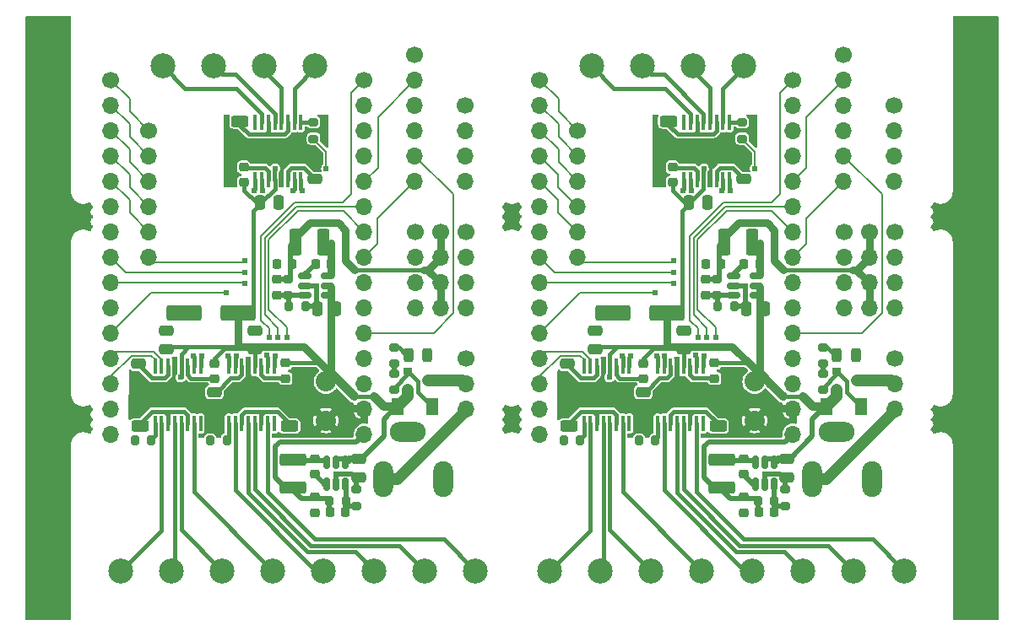
<source format=gbr>
%TF.GenerationSoftware,KiCad,Pcbnew,(6.0.5)*%
%TF.CreationDate,2022-06-07T03:25:40-04:00*%
%TF.ProjectId,NoU2-panelized,4e6f5532-2d70-4616-9e65-6c697a65642e,rev?*%
%TF.SameCoordinates,Original*%
%TF.FileFunction,Copper,L1,Top*%
%TF.FilePolarity,Positive*%
%FSLAX46Y46*%
G04 Gerber Fmt 4.6, Leading zero omitted, Abs format (unit mm)*
G04 Created by KiCad (PCBNEW (6.0.5)) date 2022-06-07 03:25:40*
%MOMM*%
%LPD*%
G01*
G04 APERTURE LIST*
G04 Aperture macros list*
%AMRoundRect*
0 Rectangle with rounded corners*
0 $1 Rounding radius*
0 $2 $3 $4 $5 $6 $7 $8 $9 X,Y pos of 4 corners*
0 Add a 4 corners polygon primitive as box body*
4,1,4,$2,$3,$4,$5,$6,$7,$8,$9,$2,$3,0*
0 Add four circle primitives for the rounded corners*
1,1,$1+$1,$2,$3*
1,1,$1+$1,$4,$5*
1,1,$1+$1,$6,$7*
1,1,$1+$1,$8,$9*
0 Add four rect primitives between the rounded corners*
20,1,$1+$1,$2,$3,$4,$5,0*
20,1,$1+$1,$4,$5,$6,$7,0*
20,1,$1+$1,$6,$7,$8,$9,0*
20,1,$1+$1,$8,$9,$2,$3,0*%
G04 Aperture macros list end*
%TA.AperFunction,SMDPad,CuDef*%
%ADD10RoundRect,0.225000X0.250000X-0.225000X0.250000X0.225000X-0.250000X0.225000X-0.250000X-0.225000X0*%
%TD*%
%TA.AperFunction,ComponentPad*%
%ADD11C,2.500000*%
%TD*%
%TA.AperFunction,ComponentPad*%
%ADD12C,1.700000*%
%TD*%
%TA.AperFunction,ComponentPad*%
%ADD13O,1.700000X1.700000*%
%TD*%
%TA.AperFunction,SMDPad,CuDef*%
%ADD14RoundRect,0.250000X-0.250000X-0.475000X0.250000X-0.475000X0.250000X0.475000X-0.250000X0.475000X0*%
%TD*%
%TA.AperFunction,SMDPad,CuDef*%
%ADD15RoundRect,0.250000X0.475000X-0.250000X0.475000X0.250000X-0.475000X0.250000X-0.475000X-0.250000X0*%
%TD*%
%TA.AperFunction,SMDPad,CuDef*%
%ADD16RoundRect,0.249997X-0.625003X0.312503X-0.625003X-0.312503X0.625003X-0.312503X0.625003X0.312503X0*%
%TD*%
%TA.AperFunction,SMDPad,CuDef*%
%ADD17RoundRect,0.200000X0.200000X0.275000X-0.200000X0.275000X-0.200000X-0.275000X0.200000X-0.275000X0*%
%TD*%
%TA.AperFunction,SMDPad,CuDef*%
%ADD18RoundRect,0.225000X-0.250000X0.225000X-0.250000X-0.225000X0.250000X-0.225000X0.250000X0.225000X0*%
%TD*%
%TA.AperFunction,SMDPad,CuDef*%
%ADD19RoundRect,0.243750X-0.243750X-0.456250X0.243750X-0.456250X0.243750X0.456250X-0.243750X0.456250X0*%
%TD*%
%TA.AperFunction,SMDPad,CuDef*%
%ADD20RoundRect,0.150000X-0.512500X-0.150000X0.512500X-0.150000X0.512500X0.150000X-0.512500X0.150000X0*%
%TD*%
%TA.AperFunction,ComponentPad*%
%ADD21C,2.032000*%
%TD*%
%TA.AperFunction,SMDPad,CuDef*%
%ADD22RoundRect,0.225000X0.225000X0.250000X-0.225000X0.250000X-0.225000X-0.250000X0.225000X-0.250000X0*%
%TD*%
%TA.AperFunction,SMDPad,CuDef*%
%ADD23RoundRect,0.100000X0.100000X-0.687500X0.100000X0.687500X-0.100000X0.687500X-0.100000X-0.687500X0*%
%TD*%
%TA.AperFunction,SMDPad,CuDef*%
%ADD24R,3.556000X2.540000*%
%TD*%
%TA.AperFunction,SMDPad,CuDef*%
%ADD25RoundRect,0.250000X-1.075000X0.375000X-1.075000X-0.375000X1.075000X-0.375000X1.075000X0.375000X0*%
%TD*%
%TA.AperFunction,SMDPad,CuDef*%
%ADD26RoundRect,0.249997X0.625003X-0.312503X0.625003X0.312503X-0.625003X0.312503X-0.625003X-0.312503X0*%
%TD*%
%TA.AperFunction,SMDPad,CuDef*%
%ADD27RoundRect,0.250000X0.375000X1.075000X-0.375000X1.075000X-0.375000X-1.075000X0.375000X-1.075000X0*%
%TD*%
%TA.AperFunction,SMDPad,CuDef*%
%ADD28RoundRect,0.200000X-0.275000X0.200000X-0.275000X-0.200000X0.275000X-0.200000X0.275000X0.200000X0*%
%TD*%
%TA.AperFunction,SMDPad,CuDef*%
%ADD29RoundRect,0.200000X0.275000X-0.200000X0.275000X0.200000X-0.275000X0.200000X-0.275000X-0.200000X0*%
%TD*%
%TA.AperFunction,SMDPad,CuDef*%
%ADD30RoundRect,0.200000X-0.200000X-0.275000X0.200000X-0.275000X0.200000X0.275000X-0.200000X0.275000X0*%
%TD*%
%TA.AperFunction,SMDPad,CuDef*%
%ADD31RoundRect,0.225000X-0.225000X-0.250000X0.225000X-0.250000X0.225000X0.250000X-0.225000X0.250000X0*%
%TD*%
%TA.AperFunction,SMDPad,CuDef*%
%ADD32RoundRect,0.250000X-0.475000X0.250000X-0.475000X-0.250000X0.475000X-0.250000X0.475000X0.250000X0*%
%TD*%
%TA.AperFunction,SMDPad,CuDef*%
%ADD33RoundRect,0.100000X-0.100000X0.687500X-0.100000X-0.687500X0.100000X-0.687500X0.100000X0.687500X0*%
%TD*%
%TA.AperFunction,SMDPad,CuDef*%
%ADD34R,0.900000X0.800000*%
%TD*%
%TA.AperFunction,SMDPad,CuDef*%
%ADD35RoundRect,0.250000X1.500000X0.550000X-1.500000X0.550000X-1.500000X-0.550000X1.500000X-0.550000X0*%
%TD*%
%TA.AperFunction,SMDPad,CuDef*%
%ADD36RoundRect,0.150000X0.150000X-0.512500X0.150000X0.512500X-0.150000X0.512500X-0.150000X-0.512500X0*%
%TD*%
%TA.AperFunction,ComponentPad*%
%ADD37RoundRect,1.000000X0.000000X0.800000X0.000000X0.800000X0.000000X-0.800000X0.000000X-0.800000X0*%
%TD*%
%TA.AperFunction,ComponentPad*%
%ADD38RoundRect,1.000000X0.800000X0.000000X-0.800000X0.000000X-0.800000X0.000000X0.800000X0.000000X0*%
%TD*%
%TA.AperFunction,SMDPad,CuDef*%
%ADD39R,1.300000X1.700000*%
%TD*%
%TA.AperFunction,ViaPad*%
%ADD40C,0.609600*%
%TD*%
%TA.AperFunction,Conductor*%
%ADD41C,0.762000*%
%TD*%
%TA.AperFunction,Conductor*%
%ADD42C,1.143000*%
%TD*%
%TA.AperFunction,Conductor*%
%ADD43C,0.398780*%
%TD*%
%TA.AperFunction,Conductor*%
%ADD44C,0.203200*%
%TD*%
%TA.AperFunction,Conductor*%
%ADD45C,0.508000*%
%TD*%
%TA.AperFunction,Conductor*%
%ADD46C,0.863600*%
%TD*%
%TA.AperFunction,Conductor*%
%ADD47C,0.250000*%
%TD*%
%TA.AperFunction,Conductor*%
%ADD48C,0.431800*%
%TD*%
%TA.AperFunction,Conductor*%
%ADD49C,0.381000*%
%TD*%
G04 APERTURE END LIST*
D10*
%TO.P,C14,1*%
%TO.N,Board_0-Net-(C14-Pad1)*%
X40440400Y-43181600D03*
%TO.P,C14,2*%
%TO.N,Board_0-5V*%
X40440400Y-41631600D03*
%TD*%
D11*
%TO.P,J8,1,Pin_1*%
%TO.N,Board_0-Net-(J8-Pad1)*%
X44225000Y-20207000D03*
%TO.P,J8,2,Pin_2*%
%TO.N,Board_0-Net-(J8-Pad2)*%
X39145000Y-20207000D03*
%TO.P,J8,3,Pin_3*%
%TO.N,Board_0-Net-(J8-Pad3)*%
X34065000Y-20207000D03*
%TO.P,J8,4,Pin_4*%
%TO.N,Board_0-Net-(J8-Pad4)*%
X28985000Y-20207000D03*
%TD*%
D12*
%TO.P,J5,1,Pin_1*%
%TO.N,Board_1-GND*%
X102363400Y-36844000D03*
D13*
%TO.P,J5,2,Pin_2*%
X102363400Y-39384000D03*
%TO.P,J5,3,Pin_3*%
X102363400Y-41924000D03*
%TO.P,J5,4,Pin_4*%
X102363400Y-44464000D03*
%TD*%
D14*
%TO.P,C24,1*%
%TO.N,Board_1-VIN*%
X81703000Y-33923000D03*
%TO.P,C24,2*%
%TO.N,Board_1-GND*%
X83603000Y-33923000D03*
%TD*%
D15*
%TO.P,C2,1*%
%TO.N,Board_1-GND*%
X91606500Y-61543000D03*
%TO.P,C2,2*%
%TO.N,Board_1-VIN*%
X91606500Y-59643000D03*
%TD*%
D16*
%TO.P,R7,1*%
%TO.N,Board_1-GND*%
X84685000Y-53415500D03*
%TO.P,R7,2*%
%TO.N,Board_1-Net-(R7-Pad2)*%
X84685000Y-56340500D03*
%TD*%
%TO.P,R7,1*%
%TO.N,Board_0-GND*%
X41685000Y-53415500D03*
%TO.P,R7,2*%
%TO.N,Board_0-Net-(R7-Pad2)*%
X41685000Y-56340500D03*
%TD*%
D17*
%TO.P,R10,1*%
%TO.N,Board_0-Net-(R10-Pad1)*%
X35398000Y-57773600D03*
%TO.P,R10,2*%
%TO.N,Board_0-VIN*%
X33748000Y-57773600D03*
%TD*%
D18*
%TO.P,C5,1*%
%TO.N,Board_1-VIN*%
X77192000Y-50039000D03*
%TO.P,C5,2*%
%TO.N,Board_1-Net-(C5-Pad2)*%
X77192000Y-51589000D03*
%TD*%
D12*
%TO.P,J12,1,Pin_1*%
%TO.N,Board_0-5V*%
X56823400Y-36844000D03*
D13*
%TO.P,J12,2,Pin_2*%
X56823400Y-39384000D03*
%TO.P,J12,3,Pin_3*%
X56823400Y-41924000D03*
%TO.P,J12,4,Pin_4*%
X56823400Y-44464000D03*
%TD*%
D17*
%TO.P,R11,1*%
%TO.N,Board_0-Net-(R11-Pad1)*%
X27854200Y-57773600D03*
%TO.P,R11,2*%
%TO.N,Board_0-VIN*%
X26204200Y-57773600D03*
%TD*%
D19*
%TO.P,D1,1,K*%
%TO.N,Board_1-Net-(D1-Pad1)*%
X96599900Y-49188400D03*
%TO.P,D1,2,A*%
%TO.N,Board_1-3V3*%
X98474900Y-49188400D03*
%TD*%
D20*
%TO.P,U11,1,BS*%
%TO.N,Board_1-Net-(C11-Pad2)*%
X86262500Y-41300000D03*
%TO.P,U11,2,GND*%
%TO.N,Board_1-GND*%
X86262500Y-42250000D03*
%TO.P,U11,3,FB*%
%TO.N,Board_1-Net-(C14-Pad1)*%
X86262500Y-43200000D03*
%TO.P,U11,4,EN*%
%TO.N,Board_1-VIN*%
X88537500Y-43200000D03*
%TO.P,U11,5,IN*%
X88537500Y-42250000D03*
%TO.P,U11,6,LX*%
%TO.N,Board_1-Net-(C11-Pad1)*%
X88537500Y-41300000D03*
%TD*%
D21*
%TO.P,J13,1,Pin_1*%
%TO.N,Board_0-GND*%
X45342600Y-55792400D03*
%TD*%
D12*
%TO.P,J11,1*%
%TO.N,Board_0-M4B*%
X49178000Y-21600000D03*
D13*
%TO.P,J11,2*%
%TO.N,Board_0-M6A*%
X49178000Y-24140000D03*
%TO.P,J11,3*%
%TO.N,Board_0-TX0*%
X49178000Y-26680000D03*
%TO.P,J11,4*%
%TO.N,Board_0-RX0*%
X49178000Y-29220000D03*
%TO.P,J11,5*%
%TO.N,Board_0-M6B*%
X49178000Y-31760000D03*
%TO.P,J11,6*%
%TO.N,Board_0-M4A*%
X49178000Y-34300000D03*
%TO.P,J11,7*%
%TO.N,Board_0-M3B*%
X49178000Y-36840000D03*
%TO.P,J11,8*%
%TO.N,Board_0-D5*%
X49178000Y-39380000D03*
%TO.P,J11,9*%
%TO.N,Board_0-/Sheet6057E9B8/D17*%
X49178000Y-41920000D03*
%TO.P,J11,10*%
%TO.N,Board_0-/Sheet6057E9B8/D16*%
X49178000Y-44460000D03*
%TO.P,J11,11*%
%TO.N,Board_0-D4*%
X49178000Y-47000000D03*
%TO.P,J11,12*%
%TO.N,Board_0-D2*%
X49178000Y-49540000D03*
%TO.P,J11,13*%
%TO.N,Board_0-M5A*%
X49178000Y-52080000D03*
%TO.P,J11,14*%
%TO.N,Board_0-GND*%
X49178000Y-54620000D03*
%TO.P,J11,15*%
%TO.N,Board_0-3V3*%
X49178000Y-57160000D03*
%TD*%
D18*
%TO.P,C1,1*%
%TO.N,Board_0-Net-(C1-Pad1)*%
X44225000Y-59640200D03*
%TO.P,C1,2*%
%TO.N,Board_0-Net-(C1-Pad2)*%
X44225000Y-61190200D03*
%TD*%
D17*
%TO.P,R11,1*%
%TO.N,Board_1-Net-(R11-Pad1)*%
X70854200Y-57773600D03*
%TO.P,R11,2*%
%TO.N,Board_1-VIN*%
X69204200Y-57773600D03*
%TD*%
D12*
%TO.P,J5,1,Pin_1*%
%TO.N,Board_0-GND*%
X59363400Y-36844000D03*
D13*
%TO.P,J5,2,Pin_2*%
X59363400Y-39384000D03*
%TO.P,J5,3,Pin_3*%
X59363400Y-41924000D03*
%TO.P,J5,4,Pin_4*%
X59363400Y-44464000D03*
%TD*%
D22*
%TO.P,C4,1*%
%TO.N,Board_1-Net-(C4-Pad1)*%
X90286000Y-65012600D03*
%TO.P,C4,2*%
%TO.N,Board_1-3V3*%
X88736000Y-65012600D03*
%TD*%
D16*
%TO.P,R6,1*%
%TO.N,Board_1-GND*%
X69699000Y-53415500D03*
%TO.P,R6,2*%
%TO.N,Board_1-Net-(R6-Pad2)*%
X69699000Y-56340500D03*
%TD*%
D10*
%TO.P,C7,1*%
%TO.N,Board_0-VIN*%
X37113000Y-31904000D03*
%TO.P,C7,2*%
%TO.N,Board_0-Net-(C7-Pad2)*%
X37113000Y-30354000D03*
%TD*%
D23*
%TO.P,U3,1,nSLEEP*%
%TO.N,Board_1-Net-(R10-Pad1)*%
X78600000Y-56089500D03*
%TO.P,U3,2,AOUT1*%
%TO.N,Board_1-Net-(J7-Pad1)*%
X79250000Y-56089500D03*
%TO.P,U3,3,AISEN*%
%TO.N,Board_1-Net-(R7-Pad2)*%
X79900000Y-56089500D03*
%TO.P,U3,4,AOUT2*%
%TO.N,Board_1-Net-(J7-Pad2)*%
X80550000Y-56089500D03*
%TO.P,U3,5,BOUT2*%
%TO.N,Board_1-Net-(J7-Pad3)*%
X81200000Y-56089500D03*
%TO.P,U3,6,BISEN*%
%TO.N,Board_1-Net-(R7-Pad2)*%
X81850000Y-56089500D03*
%TO.P,U3,7,BOUT1*%
%TO.N,Board_1-Net-(J7-Pad4)*%
X82500000Y-56089500D03*
%TO.P,U3,8,nFAULT*%
%TO.N,Board_1-unconnected-(U3-Pad8)*%
X83150000Y-56089500D03*
%TO.P,U3,9,BIN1*%
%TO.N,Board_1-M4B*%
X83150000Y-50364500D03*
%TO.P,U3,10,BIN2*%
%TO.N,Board_1-M4A*%
X82500000Y-50364500D03*
%TO.P,U3,11,VCP*%
%TO.N,Board_1-Net-(C6-Pad2)*%
X81850000Y-50364500D03*
%TO.P,U3,12,VM*%
%TO.N,Board_1-VIN*%
X81200000Y-50364500D03*
%TO.P,U3,13,GND*%
%TO.N,Board_1-GND*%
X80550000Y-50364500D03*
%TO.P,U3,14,VINT*%
%TO.N,Board_1-Net-(C9-Pad1)*%
X79900000Y-50364500D03*
%TO.P,U3,15,AIN2*%
%TO.N,Board_1-M3B*%
X79250000Y-50364500D03*
%TO.P,U3,16,AIN1*%
%TO.N,Board_1-M3A*%
X78600000Y-50364500D03*
D24*
%TO.P,U3,17,GND(PPAD)*%
%TO.N,Board_1-GND*%
X80875000Y-53227000D03*
%TD*%
D25*
%TO.P,L1,1,1*%
%TO.N,Board_1-Net-(C1-Pad1)*%
X85066000Y-59701000D03*
%TO.P,L1,2,2*%
%TO.N,Board_1-3V3*%
X85066000Y-62501000D03*
%TD*%
D26*
%TO.P,R8,1*%
%TO.N,Board_0-GND*%
X36732000Y-28654500D03*
%TO.P,R8,2*%
%TO.N,Board_0-Net-(R8-Pad2)*%
X36732000Y-25729500D03*
%TD*%
D27*
%TO.P,L2,1,1*%
%TO.N,Board_0-Net-(C11-Pad1)*%
X45117000Y-37860000D03*
%TO.P,L2,2,2*%
%TO.N,Board_0-5V*%
X42317000Y-37860000D03*
%TD*%
D12*
%TO.P,J12,1,Pin_1*%
%TO.N,Board_1-5V*%
X99823400Y-36844000D03*
D13*
%TO.P,J12,2,Pin_2*%
X99823400Y-39384000D03*
%TO.P,J12,3,Pin_3*%
X99823400Y-41924000D03*
%TO.P,J12,4,Pin_4*%
X99823400Y-44464000D03*
%TD*%
D28*
%TO.P,R9,1*%
%TO.N,Board_0-Net-(R9-Pad1)*%
X44098000Y-25859000D03*
%TO.P,R9,2*%
%TO.N,Board_0-VIN*%
X44098000Y-27509000D03*
%TD*%
D18*
%TO.P,C5,1*%
%TO.N,Board_0-VIN*%
X34192000Y-50039000D03*
%TO.P,C5,2*%
%TO.N,Board_0-Net-(C5-Pad2)*%
X34192000Y-51589000D03*
%TD*%
D12*
%TO.P,J10,1*%
%TO.N,Board_1-/Sheet6057E9B8/EN*%
X66778000Y-21604000D03*
D13*
%TO.P,J10,2*%
%TO.N,Board_1-/Sheet6057E9B8/D36*%
X66778000Y-24144000D03*
%TO.P,J10,3*%
%TO.N,Board_1-/Sheet6057E9B8/D39*%
X66778000Y-26684000D03*
%TO.P,J10,4*%
%TO.N,Board_1-/Sheet6057E9B8/D34*%
X66778000Y-29224000D03*
%TO.P,J10,5*%
%TO.N,Board_1-/Sheet6057E9B8/D35*%
X66778000Y-31764000D03*
%TO.P,J10,6*%
%TO.N,Board_1-M3A*%
X66778000Y-34304000D03*
%TO.P,J10,7*%
%TO.N,Board_1-M2B*%
X66778000Y-36844000D03*
%TO.P,J10,8*%
%TO.N,Board_1-D25*%
X66778000Y-39384000D03*
%TO.P,J10,9*%
%TO.N,Board_1-D26*%
X66778000Y-41924000D03*
%TO.P,J10,10*%
%TO.N,Board_1-M2A*%
X66778000Y-44464000D03*
%TO.P,J10,11*%
%TO.N,Board_1-M5B*%
X66778000Y-47004000D03*
%TO.P,J10,12*%
%TO.N,Board_1-M1B*%
X66778000Y-49544000D03*
%TO.P,J10,13*%
%TO.N,Board_1-M1A*%
X66778000Y-52084000D03*
%TO.P,J10,14*%
%TO.N,Board_1-GND*%
X66778000Y-54624000D03*
%TO.P,J10,15*%
%TO.N,Board_1-/Sheet6057E9B8/EVIN*%
X66778000Y-57164000D03*
%TD*%
D29*
%TO.P,R2,1*%
%TO.N,Board_0-Net-(C4-Pad1)*%
X48390600Y-64339000D03*
%TO.P,R2,2*%
%TO.N,Board_0-GND*%
X48390600Y-62689000D03*
%TD*%
%TO.P,R5,1*%
%TO.N,Board_1-GND*%
X95175200Y-50089600D03*
%TO.P,R5,2*%
%TO.N,Board_1-Net-(D1-Pad1)*%
X95175200Y-48439600D03*
%TD*%
D12*
%TO.P,J4,1,Pin_1*%
%TO.N,Board_1-/EN*%
X70588000Y-26684000D03*
D13*
%TO.P,J4,2,Pin_2*%
%TO.N,Board_1-/D36*%
X70588000Y-29224000D03*
%TO.P,J4,3,Pin_3*%
%TO.N,Board_1-/D39*%
X70588000Y-31764000D03*
%TO.P,J4,4,Pin_4*%
%TO.N,Board_1-/D34*%
X70588000Y-34304000D03*
%TO.P,J4,5,Pin_5*%
%TO.N,Board_1-/D35*%
X70588000Y-36844000D03*
%TO.P,J4,6,Pin_6*%
%TO.N,Board_1-D2*%
X70588000Y-39384000D03*
%TD*%
D30*
%TO.P,R4,1*%
%TO.N,Board_0-Net-(C14-Pad1)*%
X41647400Y-44286200D03*
%TO.P,R4,2*%
%TO.N,Board_0-GND*%
X43297400Y-44286200D03*
%TD*%
D12*
%TO.P,J3,1,Pin_1*%
%TO.N,Board_0-GND*%
X59338000Y-24144000D03*
D13*
%TO.P,J3,2,Pin_2*%
X59338000Y-26684000D03*
%TO.P,J3,3,Pin_3*%
%TO.N,Board_0-3V3*%
X59338000Y-29224000D03*
%TO.P,J3,4,Pin_4*%
X59338000Y-31764000D03*
%TD*%
D31*
%TO.P,C13,1*%
%TO.N,Board_0-GND*%
X40402000Y-40095200D03*
%TO.P,C13,2*%
%TO.N,Board_0-5V*%
X41952000Y-40095200D03*
%TD*%
%TO.P,C13,1*%
%TO.N,Board_1-GND*%
X83402000Y-40095200D03*
%TO.P,C13,2*%
%TO.N,Board_1-5V*%
X84952000Y-40095200D03*
%TD*%
D29*
%TO.P,R12,1*%
%TO.N,Board_0-Net-(D2-Pad2)*%
X52175200Y-52731200D03*
%TO.P,R12,2*%
%TO.N,Board_0-GND*%
X52175200Y-51081200D03*
%TD*%
D32*
%TO.P,C9,1*%
%TO.N,Board_0-Net-(C9-Pad1)*%
X34166600Y-52939940D03*
%TO.P,C9,2*%
%TO.N,Board_0-GND*%
X34166600Y-54839940D03*
%TD*%
D12*
%TO.P,U8,1,1*%
%TO.N,Board_1-unconnected-(U8-Pad1)*%
X102363400Y-49544000D03*
D13*
%TO.P,U8,2,2*%
%TO.N,Board_1-Net-(Q1-Pad3)*%
X102363400Y-52084000D03*
%TO.P,U8,3,3*%
%TO.N,Board_1-Net-(J9-Pad1)*%
X102363400Y-54624000D03*
%TD*%
D33*
%TO.P,U2,1,nSLEEP*%
%TO.N,Board_1-Net-(R9-Pad1)*%
X85817000Y-25853500D03*
%TO.P,U2,2,AOUT1*%
%TO.N,Board_1-Net-(J8-Pad1)*%
X85167000Y-25853500D03*
%TO.P,U2,3,AISEN*%
%TO.N,Board_1-Net-(R8-Pad2)*%
X84517000Y-25853500D03*
%TO.P,U2,4,AOUT2*%
%TO.N,Board_1-Net-(J8-Pad2)*%
X83867000Y-25853500D03*
%TO.P,U2,5,BOUT2*%
%TO.N,Board_1-Net-(J8-Pad3)*%
X83217000Y-25853500D03*
%TO.P,U2,6,BISEN*%
%TO.N,Board_1-Net-(R8-Pad2)*%
X82567000Y-25853500D03*
%TO.P,U2,7,BOUT1*%
%TO.N,Board_1-Net-(J8-Pad4)*%
X81917000Y-25853500D03*
%TO.P,U2,8,nFAULT*%
%TO.N,Board_1-unconnected-(U2-Pad8)*%
X81267000Y-25853500D03*
%TO.P,U2,9,BIN1*%
%TO.N,Board_1-M6B*%
X81267000Y-31578500D03*
%TO.P,U2,10,BIN2*%
%TO.N,Board_1-M6A*%
X81917000Y-31578500D03*
%TO.P,U2,11,VCP*%
%TO.N,Board_1-Net-(C7-Pad2)*%
X82567000Y-31578500D03*
%TO.P,U2,12,VM*%
%TO.N,Board_1-VIN*%
X83217000Y-31578500D03*
%TO.P,U2,13,GND*%
%TO.N,Board_1-GND*%
X83867000Y-31578500D03*
%TO.P,U2,14,VINT*%
%TO.N,Board_1-Net-(C10-Pad1)*%
X84517000Y-31578500D03*
%TO.P,U2,15,AIN2*%
%TO.N,Board_1-M5B*%
X85167000Y-31578500D03*
%TO.P,U2,16,AIN1*%
%TO.N,Board_1-M5A*%
X85817000Y-31578500D03*
D24*
%TO.P,U2,17,GND(PPAD)*%
%TO.N,Board_1-GND*%
X83542000Y-28716000D03*
%TD*%
D26*
%TO.P,R8,1*%
%TO.N,Board_1-GND*%
X79732000Y-28654500D03*
%TO.P,R8,2*%
%TO.N,Board_1-Net-(R8-Pad2)*%
X79732000Y-25729500D03*
%TD*%
D18*
%TO.P,C6,1*%
%TO.N,Board_0-VIN*%
X41301460Y-50023760D03*
%TO.P,C6,2*%
%TO.N,Board_0-Net-(C6-Pad2)*%
X41301460Y-51573760D03*
%TD*%
D11*
%TO.P,J6,1,Pin_1*%
%TO.N,Board_1-Net-(J6-Pad1)*%
X67794000Y-70880000D03*
%TO.P,J6,2,Pin_2*%
%TO.N,Board_1-Net-(J6-Pad2)*%
X72874000Y-70880000D03*
%TO.P,J6,3,Pin_3*%
%TO.N,Board_1-Net-(J6-Pad3)*%
X77954000Y-70880000D03*
%TO.P,J6,4,Pin_4*%
%TO.N,Board_1-Net-(J6-Pad4)*%
X83034000Y-70880000D03*
%TD*%
D15*
%TO.P,C23,1*%
%TO.N,Board_0-VIN*%
X38230600Y-48639800D03*
%TO.P,C23,2*%
%TO.N,Board_0-GND*%
X38230600Y-46739800D03*
%TD*%
D34*
%TO.P,Q1,1,G*%
%TO.N,Board_1-Net-(D2-Pad2)*%
X96562800Y-50829200D03*
%TO.P,Q1,2,S*%
%TO.N,Board_1-VIN*%
X96562800Y-52729200D03*
%TO.P,Q1,3,D*%
%TO.N,Board_1-Net-(Q1-Pad3)*%
X98562800Y-51779200D03*
%TD*%
D28*
%TO.P,R3,1*%
%TO.N,Board_1-5V*%
X84558000Y-41569400D03*
%TO.P,R3,2*%
%TO.N,Board_1-Net-(C14-Pad1)*%
X84558000Y-43219400D03*
%TD*%
D32*
%TO.P,C9,1*%
%TO.N,Board_1-Net-(C9-Pad1)*%
X77166600Y-52939940D03*
%TO.P,C9,2*%
%TO.N,Board_1-GND*%
X77166600Y-54839940D03*
%TD*%
D12*
%TO.P,J2,1,Pin_1*%
%TO.N,Board_0-D26*%
X54283400Y-36844000D03*
D13*
%TO.P,J2,2,Pin_2*%
%TO.N,Board_0-D25*%
X54283400Y-39384000D03*
%TO.P,J2,3,Pin_3*%
%TO.N,Board_0-/D17*%
X54283400Y-41924000D03*
%TO.P,J2,4,Pin_4*%
%TO.N,Board_0-/D16*%
X54283400Y-44464000D03*
%TD*%
D32*
%TO.P,C8,1*%
%TO.N,Board_0-Net-(C8-Pad1)*%
X26549140Y-50102760D03*
%TO.P,C8,2*%
%TO.N,Board_0-GND*%
X26549140Y-52002760D03*
%TD*%
D11*
%TO.P,J8,1,Pin_1*%
%TO.N,Board_1-Net-(J8-Pad1)*%
X87225000Y-20207000D03*
%TO.P,J8,2,Pin_2*%
%TO.N,Board_1-Net-(J8-Pad2)*%
X82145000Y-20207000D03*
%TO.P,J8,3,Pin_3*%
%TO.N,Board_1-Net-(J8-Pad3)*%
X77065000Y-20207000D03*
%TO.P,J8,4,Pin_4*%
%TO.N,Board_1-Net-(J8-Pad4)*%
X71985000Y-20207000D03*
%TD*%
D19*
%TO.P,D1,1,K*%
%TO.N,Board_0-Net-(D1-Pad1)*%
X53599900Y-49188400D03*
%TO.P,D1,2,A*%
%TO.N,Board_0-3V3*%
X55474900Y-49188400D03*
%TD*%
D14*
%TO.P,C12,1*%
%TO.N,Board_1-GND*%
X87481500Y-44527500D03*
%TO.P,C12,2*%
%TO.N,Board_1-VIN*%
X89381500Y-44527500D03*
%TD*%
D33*
%TO.P,U2,1,nSLEEP*%
%TO.N,Board_0-Net-(R9-Pad1)*%
X42817000Y-25853500D03*
%TO.P,U2,2,AOUT1*%
%TO.N,Board_0-Net-(J8-Pad1)*%
X42167000Y-25853500D03*
%TO.P,U2,3,AISEN*%
%TO.N,Board_0-Net-(R8-Pad2)*%
X41517000Y-25853500D03*
%TO.P,U2,4,AOUT2*%
%TO.N,Board_0-Net-(J8-Pad2)*%
X40867000Y-25853500D03*
%TO.P,U2,5,BOUT2*%
%TO.N,Board_0-Net-(J8-Pad3)*%
X40217000Y-25853500D03*
%TO.P,U2,6,BISEN*%
%TO.N,Board_0-Net-(R8-Pad2)*%
X39567000Y-25853500D03*
%TO.P,U2,7,BOUT1*%
%TO.N,Board_0-Net-(J8-Pad4)*%
X38917000Y-25853500D03*
%TO.P,U2,8,nFAULT*%
%TO.N,Board_0-unconnected-(U2-Pad8)*%
X38267000Y-25853500D03*
%TO.P,U2,9,BIN1*%
%TO.N,Board_0-M6B*%
X38267000Y-31578500D03*
%TO.P,U2,10,BIN2*%
%TO.N,Board_0-M6A*%
X38917000Y-31578500D03*
%TO.P,U2,11,VCP*%
%TO.N,Board_0-Net-(C7-Pad2)*%
X39567000Y-31578500D03*
%TO.P,U2,12,VM*%
%TO.N,Board_0-VIN*%
X40217000Y-31578500D03*
%TO.P,U2,13,GND*%
%TO.N,Board_0-GND*%
X40867000Y-31578500D03*
%TO.P,U2,14,VINT*%
%TO.N,Board_0-Net-(C10-Pad1)*%
X41517000Y-31578500D03*
%TO.P,U2,15,AIN2*%
%TO.N,Board_0-M5B*%
X42167000Y-31578500D03*
%TO.P,U2,16,AIN1*%
%TO.N,Board_0-M5A*%
X42817000Y-31578500D03*
D24*
%TO.P,U2,17,GND(PPAD)*%
%TO.N,Board_0-GND*%
X40542000Y-28716000D03*
%TD*%
D21*
%TO.P,J14,1,Pin_1*%
%TO.N,Board_1-VIN*%
X88342600Y-51880800D03*
%TD*%
D10*
%TO.P,C3,1*%
%TO.N,Board_0-GND*%
X44225000Y-65025600D03*
%TO.P,C3,2*%
%TO.N,Board_0-3V3*%
X44225000Y-63475600D03*
%TD*%
D35*
%TO.P,C17,1*%
%TO.N,Board_0-VIN*%
X36536400Y-44997400D03*
%TO.P,C17,2*%
%TO.N,Board_0-GND*%
X31136400Y-44997400D03*
%TD*%
D12*
%TO.P,J3,1,Pin_1*%
%TO.N,Board_1-GND*%
X102338000Y-24144000D03*
D13*
%TO.P,J3,2,Pin_2*%
X102338000Y-26684000D03*
%TO.P,J3,3,Pin_3*%
%TO.N,Board_1-3V3*%
X102338000Y-29224000D03*
%TO.P,J3,4,Pin_4*%
X102338000Y-31764000D03*
%TD*%
D36*
%TO.P,U10,1,BS*%
%TO.N,Board_0-Net-(C1-Pad2)*%
X45408600Y-62213100D03*
%TO.P,U10,2,GND*%
%TO.N,Board_0-GND*%
X46358600Y-62213100D03*
%TO.P,U10,3,FB*%
%TO.N,Board_0-Net-(C4-Pad1)*%
X47308600Y-62213100D03*
%TO.P,U10,4,EN*%
%TO.N,Board_0-VIN*%
X47308600Y-59938100D03*
%TO.P,U10,5,IN*%
X46358600Y-59938100D03*
%TO.P,U10,6,LX*%
%TO.N,Board_0-Net-(C1-Pad1)*%
X45408600Y-59938100D03*
%TD*%
D37*
%TO.P,J9,1*%
%TO.N,Board_0-Net-(J9-Pad1)*%
X51083000Y-61700000D03*
%TO.P,J9,2*%
%TO.N,Board_0-GND*%
X57083000Y-61700000D03*
D38*
%TO.P,J9,3*%
%TO.N,N/C*%
X53583000Y-56950000D03*
%TD*%
D14*
%TO.P,C12,1*%
%TO.N,Board_0-GND*%
X44481500Y-44527500D03*
%TO.P,C12,2*%
%TO.N,Board_0-VIN*%
X46381500Y-44527500D03*
%TD*%
D23*
%TO.P,U3,1,nSLEEP*%
%TO.N,Board_0-Net-(R10-Pad1)*%
X35600000Y-56089500D03*
%TO.P,U3,2,AOUT1*%
%TO.N,Board_0-Net-(J7-Pad1)*%
X36250000Y-56089500D03*
%TO.P,U3,3,AISEN*%
%TO.N,Board_0-Net-(R7-Pad2)*%
X36900000Y-56089500D03*
%TO.P,U3,4,AOUT2*%
%TO.N,Board_0-Net-(J7-Pad2)*%
X37550000Y-56089500D03*
%TO.P,U3,5,BOUT2*%
%TO.N,Board_0-Net-(J7-Pad3)*%
X38200000Y-56089500D03*
%TO.P,U3,6,BISEN*%
%TO.N,Board_0-Net-(R7-Pad2)*%
X38850000Y-56089500D03*
%TO.P,U3,7,BOUT1*%
%TO.N,Board_0-Net-(J7-Pad4)*%
X39500000Y-56089500D03*
%TO.P,U3,8,nFAULT*%
%TO.N,Board_0-unconnected-(U3-Pad8)*%
X40150000Y-56089500D03*
%TO.P,U3,9,BIN1*%
%TO.N,Board_0-M4B*%
X40150000Y-50364500D03*
%TO.P,U3,10,BIN2*%
%TO.N,Board_0-M4A*%
X39500000Y-50364500D03*
%TO.P,U3,11,VCP*%
%TO.N,Board_0-Net-(C6-Pad2)*%
X38850000Y-50364500D03*
%TO.P,U3,12,VM*%
%TO.N,Board_0-VIN*%
X38200000Y-50364500D03*
%TO.P,U3,13,GND*%
%TO.N,Board_0-GND*%
X37550000Y-50364500D03*
%TO.P,U3,14,VINT*%
%TO.N,Board_0-Net-(C9-Pad1)*%
X36900000Y-50364500D03*
%TO.P,U3,15,AIN2*%
%TO.N,Board_0-M3B*%
X36250000Y-50364500D03*
%TO.P,U3,16,AIN1*%
%TO.N,Board_0-M3A*%
X35600000Y-50364500D03*
D24*
%TO.P,U3,17,GND(PPAD)*%
%TO.N,Board_0-GND*%
X37875000Y-53227000D03*
%TD*%
D30*
%TO.P,R1,1*%
%TO.N,Board_0-3V3*%
X45686000Y-63895000D03*
%TO.P,R1,2*%
%TO.N,Board_0-Net-(C4-Pad1)*%
X47336000Y-63895000D03*
%TD*%
D18*
%TO.P,C1,1*%
%TO.N,Board_1-Net-(C1-Pad1)*%
X87225000Y-59640200D03*
%TO.P,C1,2*%
%TO.N,Board_1-Net-(C1-Pad2)*%
X87225000Y-61190200D03*
%TD*%
D11*
%TO.P,J7,1,Pin_1*%
%TO.N,Board_1-Net-(J7-Pad1)*%
X88114000Y-70880000D03*
%TO.P,J7,2,Pin_2*%
%TO.N,Board_1-Net-(J7-Pad2)*%
X93194000Y-70880000D03*
%TO.P,J7,3,Pin_3*%
%TO.N,Board_1-Net-(J7-Pad3)*%
X98274000Y-70880000D03*
%TO.P,J7,4,Pin_4*%
%TO.N,Board_1-Net-(J7-Pad4)*%
X103354000Y-70880000D03*
%TD*%
D21*
%TO.P,J14,1,Pin_1*%
%TO.N,Board_0-VIN*%
X45342600Y-51880800D03*
%TD*%
D12*
%TO.P,J1,1,Pin_1*%
%TO.N,Board_1-M6A*%
X97258000Y-19064000D03*
D13*
%TO.P,J1,2,Pin_2*%
%TO.N,Board_1-M6B*%
X97258000Y-21604000D03*
%TO.P,J1,3,Pin_3*%
%TO.N,Board_1-TX0*%
X97258000Y-24144000D03*
%TO.P,J1,4,Pin_4*%
%TO.N,Board_1-RX0*%
X97258000Y-26684000D03*
%TO.P,J1,5,Pin_5*%
%TO.N,Board_1-D4*%
X97258000Y-29224000D03*
%TO.P,J1,6,Pin_6*%
%TO.N,Board_1-D5*%
X97258000Y-31764000D03*
%TD*%
D12*
%TO.P,J2,1,Pin_1*%
%TO.N,Board_1-D26*%
X97283400Y-36844000D03*
D13*
%TO.P,J2,2,Pin_2*%
%TO.N,Board_1-D25*%
X97283400Y-39384000D03*
%TO.P,J2,3,Pin_3*%
%TO.N,Board_1-/D17*%
X97283400Y-41924000D03*
%TO.P,J2,4,Pin_4*%
%TO.N,Board_1-/D16*%
X97283400Y-44464000D03*
%TD*%
D14*
%TO.P,C24,1*%
%TO.N,Board_0-VIN*%
X38703000Y-33923000D03*
%TO.P,C24,2*%
%TO.N,Board_0-GND*%
X40603000Y-33923000D03*
%TD*%
D12*
%TO.P,J4,1,Pin_1*%
%TO.N,Board_0-/EN*%
X27588000Y-26684000D03*
D13*
%TO.P,J4,2,Pin_2*%
%TO.N,Board_0-/D36*%
X27588000Y-29224000D03*
%TO.P,J4,3,Pin_3*%
%TO.N,Board_0-/D39*%
X27588000Y-31764000D03*
%TO.P,J4,4,Pin_4*%
%TO.N,Board_0-/D34*%
X27588000Y-34304000D03*
%TO.P,J4,5,Pin_5*%
%TO.N,Board_0-/D35*%
X27588000Y-36844000D03*
%TO.P,J4,6,Pin_6*%
%TO.N,Board_0-D2*%
X27588000Y-39384000D03*
%TD*%
D15*
%TO.P,C10,1*%
%TO.N,Board_1-Net-(C10-Pad1)*%
X87225000Y-31571000D03*
%TO.P,C10,2*%
%TO.N,Board_1-GND*%
X87225000Y-29671000D03*
%TD*%
D34*
%TO.P,Q1,1,G*%
%TO.N,Board_0-Net-(D2-Pad2)*%
X53562800Y-50829200D03*
%TO.P,Q1,2,S*%
%TO.N,Board_0-VIN*%
X53562800Y-52729200D03*
%TO.P,Q1,3,D*%
%TO.N,Board_0-Net-(Q1-Pad3)*%
X55562800Y-51779200D03*
%TD*%
D29*
%TO.P,R2,1*%
%TO.N,Board_1-Net-(C4-Pad1)*%
X91390600Y-64339000D03*
%TO.P,R2,2*%
%TO.N,Board_1-GND*%
X91390600Y-62689000D03*
%TD*%
D15*
%TO.P,C22,1*%
%TO.N,Board_0-VIN*%
X29366000Y-48639800D03*
%TO.P,C22,2*%
%TO.N,Board_0-GND*%
X29366000Y-46739800D03*
%TD*%
D22*
%TO.P,C11,1*%
%TO.N,Board_1-Net-(C11-Pad1)*%
X88838200Y-40095200D03*
%TO.P,C11,2*%
%TO.N,Board_1-Net-(C11-Pad2)*%
X87288200Y-40095200D03*
%TD*%
D39*
%TO.P,D2,1,K*%
%TO.N,Board_0-VIN*%
X52533400Y-54395400D03*
%TO.P,D2,2,A*%
%TO.N,Board_0-Net-(D2-Pad2)*%
X56033400Y-54395400D03*
%TD*%
D21*
%TO.P,J13,1,Pin_1*%
%TO.N,Board_1-GND*%
X88342600Y-55792400D03*
%TD*%
D32*
%TO.P,C8,1*%
%TO.N,Board_1-Net-(C8-Pad1)*%
X69549140Y-50102760D03*
%TO.P,C8,2*%
%TO.N,Board_1-GND*%
X69549140Y-52002760D03*
%TD*%
D16*
%TO.P,R6,1*%
%TO.N,Board_0-GND*%
X26699000Y-53415500D03*
%TO.P,R6,2*%
%TO.N,Board_0-Net-(R6-Pad2)*%
X26699000Y-56340500D03*
%TD*%
D20*
%TO.P,U11,1,BS*%
%TO.N,Board_0-Net-(C11-Pad2)*%
X43262500Y-41300000D03*
%TO.P,U11,2,GND*%
%TO.N,Board_0-GND*%
X43262500Y-42250000D03*
%TO.P,U11,3,FB*%
%TO.N,Board_0-Net-(C14-Pad1)*%
X43262500Y-43200000D03*
%TO.P,U11,4,EN*%
%TO.N,Board_0-VIN*%
X45537500Y-43200000D03*
%TO.P,U11,5,IN*%
X45537500Y-42250000D03*
%TO.P,U11,6,LX*%
%TO.N,Board_0-Net-(C11-Pad1)*%
X45537500Y-41300000D03*
%TD*%
D15*
%TO.P,C2,1*%
%TO.N,Board_0-GND*%
X48606500Y-61543000D03*
%TO.P,C2,2*%
%TO.N,Board_0-VIN*%
X48606500Y-59643000D03*
%TD*%
D12*
%TO.P,J11,1*%
%TO.N,Board_1-M4B*%
X92178000Y-21600000D03*
D13*
%TO.P,J11,2*%
%TO.N,Board_1-M6A*%
X92178000Y-24140000D03*
%TO.P,J11,3*%
%TO.N,Board_1-TX0*%
X92178000Y-26680000D03*
%TO.P,J11,4*%
%TO.N,Board_1-RX0*%
X92178000Y-29220000D03*
%TO.P,J11,5*%
%TO.N,Board_1-M6B*%
X92178000Y-31760000D03*
%TO.P,J11,6*%
%TO.N,Board_1-M4A*%
X92178000Y-34300000D03*
%TO.P,J11,7*%
%TO.N,Board_1-M3B*%
X92178000Y-36840000D03*
%TO.P,J11,8*%
%TO.N,Board_1-D5*%
X92178000Y-39380000D03*
%TO.P,J11,9*%
%TO.N,Board_1-/Sheet6057E9B8/D17*%
X92178000Y-41920000D03*
%TO.P,J11,10*%
%TO.N,Board_1-/Sheet6057E9B8/D16*%
X92178000Y-44460000D03*
%TO.P,J11,11*%
%TO.N,Board_1-D4*%
X92178000Y-47000000D03*
%TO.P,J11,12*%
%TO.N,Board_1-D2*%
X92178000Y-49540000D03*
%TO.P,J11,13*%
%TO.N,Board_1-M5A*%
X92178000Y-52080000D03*
%TO.P,J11,14*%
%TO.N,Board_1-GND*%
X92178000Y-54620000D03*
%TO.P,J11,15*%
%TO.N,Board_1-3V3*%
X92178000Y-57160000D03*
%TD*%
D12*
%TO.P,J10,1*%
%TO.N,Board_0-/Sheet6057E9B8/EN*%
X23778000Y-21604000D03*
D13*
%TO.P,J10,2*%
%TO.N,Board_0-/Sheet6057E9B8/D36*%
X23778000Y-24144000D03*
%TO.P,J10,3*%
%TO.N,Board_0-/Sheet6057E9B8/D39*%
X23778000Y-26684000D03*
%TO.P,J10,4*%
%TO.N,Board_0-/Sheet6057E9B8/D34*%
X23778000Y-29224000D03*
%TO.P,J10,5*%
%TO.N,Board_0-/Sheet6057E9B8/D35*%
X23778000Y-31764000D03*
%TO.P,J10,6*%
%TO.N,Board_0-M3A*%
X23778000Y-34304000D03*
%TO.P,J10,7*%
%TO.N,Board_0-M2B*%
X23778000Y-36844000D03*
%TO.P,J10,8*%
%TO.N,Board_0-D25*%
X23778000Y-39384000D03*
%TO.P,J10,9*%
%TO.N,Board_0-D26*%
X23778000Y-41924000D03*
%TO.P,J10,10*%
%TO.N,Board_0-M2A*%
X23778000Y-44464000D03*
%TO.P,J10,11*%
%TO.N,Board_0-M5B*%
X23778000Y-47004000D03*
%TO.P,J10,12*%
%TO.N,Board_0-M1B*%
X23778000Y-49544000D03*
%TO.P,J10,13*%
%TO.N,Board_0-M1A*%
X23778000Y-52084000D03*
%TO.P,J10,14*%
%TO.N,Board_0-GND*%
X23778000Y-54624000D03*
%TO.P,J10,15*%
%TO.N,Board_0-/Sheet6057E9B8/EVIN*%
X23778000Y-57164000D03*
%TD*%
D25*
%TO.P,L1,1,1*%
%TO.N,Board_0-Net-(C1-Pad1)*%
X42066000Y-59701000D03*
%TO.P,L1,2,2*%
%TO.N,Board_0-3V3*%
X42066000Y-62501000D03*
%TD*%
D15*
%TO.P,C23,1*%
%TO.N,Board_1-VIN*%
X81230600Y-48639800D03*
%TO.P,C23,2*%
%TO.N,Board_1-GND*%
X81230600Y-46739800D03*
%TD*%
D11*
%TO.P,J7,1,Pin_1*%
%TO.N,Board_0-Net-(J7-Pad1)*%
X45114000Y-70880000D03*
%TO.P,J7,2,Pin_2*%
%TO.N,Board_0-Net-(J7-Pad2)*%
X50194000Y-70880000D03*
%TO.P,J7,3,Pin_3*%
%TO.N,Board_0-Net-(J7-Pad3)*%
X55274000Y-70880000D03*
%TO.P,J7,4,Pin_4*%
%TO.N,Board_0-Net-(J7-Pad4)*%
X60354000Y-70880000D03*
%TD*%
D37*
%TO.P,J9,1*%
%TO.N,Board_1-Net-(J9-Pad1)*%
X94083000Y-61700000D03*
%TO.P,J9,2*%
%TO.N,Board_1-GND*%
X100083000Y-61700000D03*
D38*
%TO.P,J9,3*%
%TO.N,N/C*%
X96583000Y-56950000D03*
%TD*%
D15*
%TO.P,C22,1*%
%TO.N,Board_1-VIN*%
X72366000Y-48639800D03*
%TO.P,C22,2*%
%TO.N,Board_1-GND*%
X72366000Y-46739800D03*
%TD*%
D18*
%TO.P,C6,1*%
%TO.N,Board_1-VIN*%
X84301460Y-50023760D03*
%TO.P,C6,2*%
%TO.N,Board_1-Net-(C6-Pad2)*%
X84301460Y-51573760D03*
%TD*%
D29*
%TO.P,R12,1*%
%TO.N,Board_1-Net-(D2-Pad2)*%
X95175200Y-52731200D03*
%TO.P,R12,2*%
%TO.N,Board_1-GND*%
X95175200Y-51081200D03*
%TD*%
D17*
%TO.P,R10,1*%
%TO.N,Board_1-Net-(R10-Pad1)*%
X78398000Y-57773600D03*
%TO.P,R10,2*%
%TO.N,Board_1-VIN*%
X76748000Y-57773600D03*
%TD*%
D30*
%TO.P,R1,1*%
%TO.N,Board_1-3V3*%
X88686000Y-63895000D03*
%TO.P,R1,2*%
%TO.N,Board_1-Net-(C4-Pad1)*%
X90336000Y-63895000D03*
%TD*%
D28*
%TO.P,R3,1*%
%TO.N,Board_0-5V*%
X41558000Y-41569400D03*
%TO.P,R3,2*%
%TO.N,Board_0-Net-(C14-Pad1)*%
X41558000Y-43219400D03*
%TD*%
D22*
%TO.P,C11,1*%
%TO.N,Board_0-Net-(C11-Pad1)*%
X45838200Y-40095200D03*
%TO.P,C11,2*%
%TO.N,Board_0-Net-(C11-Pad2)*%
X44288200Y-40095200D03*
%TD*%
D28*
%TO.P,R9,1*%
%TO.N,Board_1-Net-(R9-Pad1)*%
X87098000Y-25859000D03*
%TO.P,R9,2*%
%TO.N,Board_1-VIN*%
X87098000Y-27509000D03*
%TD*%
D10*
%TO.P,C7,1*%
%TO.N,Board_1-VIN*%
X80113000Y-31904000D03*
%TO.P,C7,2*%
%TO.N,Board_1-Net-(C7-Pad2)*%
X80113000Y-30354000D03*
%TD*%
D23*
%TO.P,U1,1,nSLEEP*%
%TO.N,Board_1-Net-(R11-Pad1)*%
X71220000Y-56089500D03*
%TO.P,U1,2,AOUT1*%
%TO.N,Board_1-Net-(J6-Pad1)*%
X71870000Y-56089500D03*
%TO.P,U1,3,AISEN*%
%TO.N,Board_1-Net-(R6-Pad2)*%
X72520000Y-56089500D03*
%TO.P,U1,4,AOUT2*%
%TO.N,Board_1-Net-(J6-Pad2)*%
X73170000Y-56089500D03*
%TO.P,U1,5,BOUT2*%
%TO.N,Board_1-Net-(J6-Pad3)*%
X73820000Y-56089500D03*
%TO.P,U1,6,BISEN*%
%TO.N,Board_1-Net-(R6-Pad2)*%
X74470000Y-56089500D03*
%TO.P,U1,7,BOUT1*%
%TO.N,Board_1-Net-(J6-Pad4)*%
X75120000Y-56089500D03*
%TO.P,U1,8,nFAULT*%
%TO.N,Board_1-unconnected-(U1-Pad8)*%
X75770000Y-56089500D03*
%TO.P,U1,9,BIN1*%
%TO.N,Board_1-M2B*%
X75770000Y-50364500D03*
%TO.P,U1,10,BIN2*%
%TO.N,Board_1-M2A*%
X75120000Y-50364500D03*
%TO.P,U1,11,VCP*%
%TO.N,Board_1-Net-(C5-Pad2)*%
X74470000Y-50364500D03*
%TO.P,U1,12,VM*%
%TO.N,Board_1-VIN*%
X73820000Y-50364500D03*
%TO.P,U1,13,GND*%
%TO.N,Board_1-GND*%
X73170000Y-50364500D03*
%TO.P,U1,14,VINT*%
%TO.N,Board_1-Net-(C8-Pad1)*%
X72520000Y-50364500D03*
%TO.P,U1,15,AIN2*%
%TO.N,Board_1-M1B*%
X71870000Y-50364500D03*
%TO.P,U1,16,AIN1*%
%TO.N,Board_1-M1A*%
X71220000Y-50364500D03*
D24*
%TO.P,U1,17,GND(PPAD)*%
%TO.N,Board_1-GND*%
X73495000Y-53227000D03*
%TD*%
D11*
%TO.P,J6,1,Pin_1*%
%TO.N,Board_0-Net-(J6-Pad1)*%
X24794000Y-70880000D03*
%TO.P,J6,2,Pin_2*%
%TO.N,Board_0-Net-(J6-Pad2)*%
X29874000Y-70880000D03*
%TO.P,J6,3,Pin_3*%
%TO.N,Board_0-Net-(J6-Pad3)*%
X34954000Y-70880000D03*
%TO.P,J6,4,Pin_4*%
%TO.N,Board_0-Net-(J6-Pad4)*%
X40034000Y-70880000D03*
%TD*%
D12*
%TO.P,J1,1,Pin_1*%
%TO.N,Board_0-M6A*%
X54258000Y-19064000D03*
D13*
%TO.P,J1,2,Pin_2*%
%TO.N,Board_0-M6B*%
X54258000Y-21604000D03*
%TO.P,J1,3,Pin_3*%
%TO.N,Board_0-TX0*%
X54258000Y-24144000D03*
%TO.P,J1,4,Pin_4*%
%TO.N,Board_0-RX0*%
X54258000Y-26684000D03*
%TO.P,J1,5,Pin_5*%
%TO.N,Board_0-D4*%
X54258000Y-29224000D03*
%TO.P,J1,6,Pin_6*%
%TO.N,Board_0-D5*%
X54258000Y-31764000D03*
%TD*%
D10*
%TO.P,C3,1*%
%TO.N,Board_1-GND*%
X87225000Y-65025600D03*
%TO.P,C3,2*%
%TO.N,Board_1-3V3*%
X87225000Y-63475600D03*
%TD*%
D22*
%TO.P,C4,1*%
%TO.N,Board_0-Net-(C4-Pad1)*%
X47286000Y-65012600D03*
%TO.P,C4,2*%
%TO.N,Board_0-3V3*%
X45736000Y-65012600D03*
%TD*%
D39*
%TO.P,D2,1,K*%
%TO.N,Board_1-VIN*%
X95533400Y-54395400D03*
%TO.P,D2,2,A*%
%TO.N,Board_1-Net-(D2-Pad2)*%
X99033400Y-54395400D03*
%TD*%
D15*
%TO.P,C10,1*%
%TO.N,Board_0-Net-(C10-Pad1)*%
X44225000Y-31571000D03*
%TO.P,C10,2*%
%TO.N,Board_0-GND*%
X44225000Y-29671000D03*
%TD*%
D35*
%TO.P,C17,1*%
%TO.N,Board_1-VIN*%
X79536400Y-44997400D03*
%TO.P,C17,2*%
%TO.N,Board_1-GND*%
X74136400Y-44997400D03*
%TD*%
D27*
%TO.P,L2,1,1*%
%TO.N,Board_1-Net-(C11-Pad1)*%
X88117000Y-37860000D03*
%TO.P,L2,2,2*%
%TO.N,Board_1-5V*%
X85317000Y-37860000D03*
%TD*%
D29*
%TO.P,R5,1*%
%TO.N,Board_0-GND*%
X52175200Y-50089600D03*
%TO.P,R5,2*%
%TO.N,Board_0-Net-(D1-Pad1)*%
X52175200Y-48439600D03*
%TD*%
D30*
%TO.P,R4,1*%
%TO.N,Board_1-Net-(C14-Pad1)*%
X84647400Y-44286200D03*
%TO.P,R4,2*%
%TO.N,Board_1-GND*%
X86297400Y-44286200D03*
%TD*%
D36*
%TO.P,U10,1,BS*%
%TO.N,Board_1-Net-(C1-Pad2)*%
X88408600Y-62213100D03*
%TO.P,U10,2,GND*%
%TO.N,Board_1-GND*%
X89358600Y-62213100D03*
%TO.P,U10,3,FB*%
%TO.N,Board_1-Net-(C4-Pad1)*%
X90308600Y-62213100D03*
%TO.P,U10,4,EN*%
%TO.N,Board_1-VIN*%
X90308600Y-59938100D03*
%TO.P,U10,5,IN*%
X89358600Y-59938100D03*
%TO.P,U10,6,LX*%
%TO.N,Board_1-Net-(C1-Pad1)*%
X88408600Y-59938100D03*
%TD*%
D23*
%TO.P,U1,1,nSLEEP*%
%TO.N,Board_0-Net-(R11-Pad1)*%
X28220000Y-56089500D03*
%TO.P,U1,2,AOUT1*%
%TO.N,Board_0-Net-(J6-Pad1)*%
X28870000Y-56089500D03*
%TO.P,U1,3,AISEN*%
%TO.N,Board_0-Net-(R6-Pad2)*%
X29520000Y-56089500D03*
%TO.P,U1,4,AOUT2*%
%TO.N,Board_0-Net-(J6-Pad2)*%
X30170000Y-56089500D03*
%TO.P,U1,5,BOUT2*%
%TO.N,Board_0-Net-(J6-Pad3)*%
X30820000Y-56089500D03*
%TO.P,U1,6,BISEN*%
%TO.N,Board_0-Net-(R6-Pad2)*%
X31470000Y-56089500D03*
%TO.P,U1,7,BOUT1*%
%TO.N,Board_0-Net-(J6-Pad4)*%
X32120000Y-56089500D03*
%TO.P,U1,8,nFAULT*%
%TO.N,Board_0-unconnected-(U1-Pad8)*%
X32770000Y-56089500D03*
%TO.P,U1,9,BIN1*%
%TO.N,Board_0-M2B*%
X32770000Y-50364500D03*
%TO.P,U1,10,BIN2*%
%TO.N,Board_0-M2A*%
X32120000Y-50364500D03*
%TO.P,U1,11,VCP*%
%TO.N,Board_0-Net-(C5-Pad2)*%
X31470000Y-50364500D03*
%TO.P,U1,12,VM*%
%TO.N,Board_0-VIN*%
X30820000Y-50364500D03*
%TO.P,U1,13,GND*%
%TO.N,Board_0-GND*%
X30170000Y-50364500D03*
%TO.P,U1,14,VINT*%
%TO.N,Board_0-Net-(C8-Pad1)*%
X29520000Y-50364500D03*
%TO.P,U1,15,AIN2*%
%TO.N,Board_0-M1B*%
X28870000Y-50364500D03*
%TO.P,U1,16,AIN1*%
%TO.N,Board_0-M1A*%
X28220000Y-50364500D03*
D24*
%TO.P,U1,17,GND(PPAD)*%
%TO.N,Board_0-GND*%
X30495000Y-53227000D03*
%TD*%
D10*
%TO.P,C14,1*%
%TO.N,Board_1-Net-(C14-Pad1)*%
X83440400Y-43181600D03*
%TO.P,C14,2*%
%TO.N,Board_1-5V*%
X83440400Y-41631600D03*
%TD*%
D12*
%TO.P,U8,1,1*%
%TO.N,Board_0-unconnected-(U8-Pad1)*%
X59363400Y-49544000D03*
D13*
%TO.P,U8,2,2*%
%TO.N,Board_0-Net-(Q1-Pad3)*%
X59363400Y-52084000D03*
%TO.P,U8,3,3*%
%TO.N,Board_0-Net-(J9-Pad1)*%
X59363400Y-54624000D03*
%TD*%
D40*
%TO.N,Board_1-VIN*%
X88368000Y-30494000D03*
X73788400Y-51449000D03*
X91212800Y-53379400D03*
X93143200Y-53379400D03*
X83237200Y-30494000D03*
X69216400Y-57799000D03*
X76760200Y-57799000D03*
%TO.N,Board_1-M6B*%
X81154400Y-32678400D03*
%TO.N,Board_1-M6A*%
X82018000Y-32678400D03*
%TO.N,Board_1-M5B*%
X78335000Y-42940000D03*
X85066000Y-32678400D03*
%TO.N,Board_1-M5A*%
X85929600Y-32678400D03*
%TO.N,Board_1-M4B*%
X83289944Y-49291944D03*
X82653000Y-47455588D03*
%TO.N,Board_1-M4A*%
X83542000Y-47455588D03*
X82399000Y-49264600D03*
%TO.N,Board_1-M3B*%
X79325600Y-49290000D03*
X84431000Y-47455588D03*
%TO.N,Board_1-M3A*%
X78512800Y-49283000D03*
%TO.N,Board_1-M2B*%
X75871200Y-49290000D03*
%TO.N,Board_1-M2A*%
X75033000Y-49277300D03*
%TO.N,Board_1-GND*%
X74626600Y-45378400D03*
X81891000Y-53227000D03*
X72493000Y-53227000D03*
X79859000Y-53227000D03*
X87377400Y-42254200D03*
X75490200Y-45378400D03*
X95175200Y-50560000D03*
X84558000Y-28716000D03*
X73495000Y-53227000D03*
X87225000Y-65038000D03*
X89358600Y-61141640D03*
X82526000Y-28716000D03*
X83415000Y-33542000D03*
X81713200Y-46877000D03*
X74525000Y-53227000D03*
X72721600Y-46877000D03*
X80875000Y-53227000D03*
X83389600Y-40095200D03*
X83542000Y-28716000D03*
%TO.N,Board_1-D26*%
X80240000Y-42051000D03*
%TO.N,Board_1-D25*%
X80240000Y-40908000D03*
%TO.N,Board_1-D2*%
X80240000Y-39765000D03*
%TO.N,Board_1-5V*%
X98197800Y-40654000D03*
X91238200Y-40654000D03*
%TO.N,Board_1-3V3*%
X98528000Y-49163000D03*
%TO.N,Board_0-VIN*%
X45368000Y-30494000D03*
X30788400Y-51449000D03*
X48212800Y-53379400D03*
X50143200Y-53379400D03*
X40237200Y-30494000D03*
X26216400Y-57799000D03*
X33760200Y-57799000D03*
%TO.N,Board_0-M6B*%
X38154400Y-32678400D03*
%TO.N,Board_0-M6A*%
X39018000Y-32678400D03*
%TO.N,Board_0-M5B*%
X35335000Y-42940000D03*
X42066000Y-32678400D03*
%TO.N,Board_0-M5A*%
X42929600Y-32678400D03*
%TO.N,Board_0-M4B*%
X40289944Y-49291944D03*
X39653000Y-47455588D03*
%TO.N,Board_0-M4A*%
X40542000Y-47455588D03*
X39399000Y-49264600D03*
%TO.N,Board_0-M3B*%
X36325600Y-49290000D03*
X41431000Y-47455588D03*
%TO.N,Board_0-M3A*%
X35512800Y-49283000D03*
%TO.N,Board_0-M2B*%
X32871200Y-49290000D03*
%TO.N,Board_0-M2A*%
X32033000Y-49277300D03*
%TO.N,Board_0-GND*%
X31626600Y-45378400D03*
X38891000Y-53227000D03*
X29493000Y-53227000D03*
X36859000Y-53227000D03*
X44377400Y-42254200D03*
X32490200Y-45378400D03*
X52175200Y-50560000D03*
X41558000Y-28716000D03*
X30495000Y-53227000D03*
X44225000Y-65038000D03*
X46358600Y-61141640D03*
X39526000Y-28716000D03*
X40415000Y-33542000D03*
X38713200Y-46877000D03*
X31525000Y-53227000D03*
X29721600Y-46877000D03*
X37875000Y-53227000D03*
X40389600Y-40095200D03*
X40542000Y-28716000D03*
%TO.N,Board_0-D26*%
X37240000Y-42051000D03*
%TO.N,Board_0-D25*%
X37240000Y-40908000D03*
%TO.N,Board_0-D2*%
X37240000Y-39765000D03*
%TO.N,Board_0-5V*%
X55197800Y-40654000D03*
X48238200Y-40654000D03*
%TO.N,Board_0-3V3*%
X55528000Y-49163000D03*
%TD*%
D41*
%TO.N,Board_1-VIN*%
X88863600Y-45277100D02*
X88863600Y-51030200D01*
D42*
X96562800Y-52729200D02*
X96562800Y-53366000D01*
X96562800Y-53366000D02*
X95533400Y-54395400D01*
D41*
X88863600Y-44286200D02*
X88863600Y-43388000D01*
X88660100Y-50902900D02*
X88736300Y-50902900D01*
D43*
X77192000Y-49543196D02*
X77192000Y-50039000D01*
D44*
X88368000Y-28779000D02*
X87098000Y-27509000D01*
D41*
X79569400Y-48341398D02*
X86098598Y-48341398D01*
D43*
X81078200Y-44413200D02*
X81078200Y-34735800D01*
D45*
X94146500Y-55627300D02*
X95378400Y-54395400D01*
D46*
X95533400Y-54395400D02*
X94159200Y-54395400D01*
D43*
X79490282Y-48525460D02*
X78314680Y-48525460D01*
D41*
X79503400Y-45030400D02*
X79503400Y-48341398D01*
X88037800Y-50280600D02*
X88660100Y-50902900D01*
D43*
X73820000Y-50364500D02*
X73820000Y-51442800D01*
D46*
X89904700Y-52071300D02*
X89460200Y-51626800D01*
D43*
X80113000Y-32679204D02*
X81356796Y-33923000D01*
X81078200Y-34735800D02*
X81703000Y-34111000D01*
D47*
X89714200Y-51880800D02*
X89904700Y-52071300D01*
D46*
X94159200Y-54395400D02*
X93143200Y-53379400D01*
D41*
X88863600Y-44286200D02*
X88863600Y-45277100D01*
D45*
X91784600Y-59716400D02*
X94146500Y-57354500D01*
D43*
X74575800Y-48401000D02*
X73820000Y-49156800D01*
D47*
X88342600Y-51880800D02*
X89714200Y-51880800D01*
D45*
X95378400Y-54395400D02*
X95533400Y-54395400D01*
D43*
X83217000Y-32521604D02*
X83217000Y-31578500D01*
X81200000Y-50364500D02*
X81200000Y-48645000D01*
X73820000Y-49156800D02*
X73820000Y-50364500D01*
D45*
X91517600Y-59589400D02*
X90611800Y-59589400D01*
D43*
X87780960Y-50023760D02*
X88037800Y-50280600D01*
X73820000Y-51442800D02*
X73813800Y-51449000D01*
D45*
X89381500Y-44527500D02*
X88863600Y-45045400D01*
D43*
X72653020Y-48375600D02*
X74624020Y-48375600D01*
X72366000Y-48639800D02*
X72604800Y-48401000D01*
X74575800Y-48401000D02*
X74601200Y-48375600D01*
D41*
X86098598Y-48341398D02*
X88037800Y-50280600D01*
D43*
X81815604Y-33923000D02*
X83217000Y-32521604D01*
X80494000Y-44997400D02*
X81078200Y-44413200D01*
X81200000Y-48645000D02*
X81205200Y-48639800D01*
X81703000Y-33923000D02*
X81815604Y-33923000D01*
D45*
X91771600Y-59716400D02*
X91784600Y-59716400D01*
D41*
X88863600Y-51030200D02*
X89460200Y-51626800D01*
D48*
X93143200Y-53379400D02*
X93109701Y-53345901D01*
D41*
X88850600Y-43295600D02*
X88850600Y-42345600D01*
D46*
X91212800Y-53379400D02*
X89904700Y-52071300D01*
D43*
X84301460Y-50023760D02*
X87780960Y-50023760D01*
X81703000Y-34111000D02*
X81703000Y-33923000D01*
X83211800Y-31573300D02*
X83217000Y-31578500D01*
D41*
X79536400Y-44997400D02*
X79503400Y-45030400D01*
D48*
X93109701Y-53345901D02*
X91246299Y-53345901D01*
D43*
X80113000Y-31904000D02*
X80113000Y-32679204D01*
D45*
X90526400Y-59729400D02*
X90689600Y-59892600D01*
D43*
X83211800Y-30494000D02*
X83211800Y-31573300D01*
D44*
X88368000Y-30494000D02*
X88368000Y-28779000D01*
D45*
X88863600Y-43388000D02*
X88679800Y-43204200D01*
D48*
X91246299Y-53345901D02*
X91212800Y-53379400D01*
D45*
X88863600Y-45045400D02*
X88863600Y-45277100D01*
D46*
X89460200Y-51626800D02*
X88736300Y-50902900D01*
D45*
X89648800Y-59602400D02*
X90272400Y-59602400D01*
D43*
X74601200Y-48375600D02*
X79535198Y-48375600D01*
X87008600Y-27598400D02*
X87098000Y-27509000D01*
D45*
X91595400Y-59892600D02*
X91771600Y-59716400D01*
D43*
X79536400Y-44997400D02*
X80494000Y-44997400D01*
X78156396Y-48578800D02*
X77192000Y-49543196D01*
X81356796Y-33923000D02*
X81703000Y-33923000D01*
D45*
X94146500Y-57354500D02*
X94146500Y-55627300D01*
D43*
%TO.N,Board_1-Net-(R9-Pad1)*%
X87098000Y-25859000D02*
X85822500Y-25859000D01*
X85822500Y-25859000D02*
X85817000Y-25853500D01*
%TO.N,Board_1-Net-(R8-Pad2)*%
X79732000Y-25602500D02*
X79732000Y-26165000D01*
X79732000Y-26165000D02*
X80607400Y-27040400D01*
X80607400Y-27040400D02*
X81788600Y-27040400D01*
X82567000Y-26770000D02*
X82567000Y-25853500D01*
X81788600Y-27040400D02*
X82296600Y-27040400D01*
X82296600Y-27040400D02*
X82567000Y-26770000D01*
X84173862Y-27040400D02*
X84517000Y-26697262D01*
X81788600Y-27040400D02*
X84173862Y-27040400D01*
X84517000Y-26697262D02*
X84517000Y-25853500D01*
%TO.N,Board_1-Net-(R7-Pad2)*%
X79902180Y-56091680D02*
X79900000Y-56089500D01*
X81850000Y-55245738D02*
X82193138Y-54902600D01*
X84685000Y-56114980D02*
X84685000Y-56340500D01*
X79900000Y-56089500D02*
X79900000Y-55245738D01*
X83472620Y-54902600D02*
X84685000Y-56114980D01*
X79900000Y-55245738D02*
X80243138Y-54902600D01*
X81850000Y-56089500D02*
X81850000Y-55245738D01*
X80243138Y-54902600D02*
X82193138Y-54902600D01*
X81842740Y-56096760D02*
X81850000Y-56089500D01*
X82193138Y-54902600D02*
X83472620Y-54902600D01*
%TO.N,Board_1-Net-(R6-Pad2)*%
X72176862Y-54902600D02*
X70885980Y-54902600D01*
X74471660Y-56091160D02*
X74470000Y-56089500D01*
X72176862Y-54902600D02*
X74126862Y-54902600D01*
X74470000Y-55245738D02*
X74470000Y-56089500D01*
X72520000Y-55245738D02*
X72176862Y-54902600D01*
X70885980Y-54902600D02*
X69699000Y-56089580D01*
X72515860Y-56093640D02*
X72520000Y-56089500D01*
X69699000Y-56089580D02*
X69699000Y-56340500D01*
X72520000Y-56089500D02*
X72520000Y-55245738D01*
X74126862Y-54902600D02*
X74470000Y-55245738D01*
%TO.N,Board_1-Net-(R11-Pad1)*%
X71220000Y-57230000D02*
X71220000Y-56089500D01*
X70778000Y-57672000D02*
X71220000Y-57230000D01*
%TO.N,Board_1-Net-(R10-Pad1)*%
X78600000Y-57470000D02*
X78398000Y-57672000D01*
X78600000Y-56089500D02*
X78600000Y-57470000D01*
D42*
%TO.N,Board_1-Net-(Q1-Pad3)*%
X98562800Y-51779200D02*
X102058600Y-51779200D01*
X102058600Y-51779200D02*
X102363400Y-52084000D01*
%TO.N,Board_1-Net-(J9-Pad1)*%
X102338000Y-54878000D02*
X95516000Y-61700000D01*
X95516000Y-61700000D02*
X94083000Y-61700000D01*
X102338000Y-54624000D02*
X102338000Y-54878000D01*
D43*
%TO.N,Board_1-Net-(J8-Pad4)*%
X79349462Y-22442200D02*
X74220200Y-22442200D01*
X81917000Y-25853500D02*
X81917000Y-25009738D01*
X74220200Y-22442200D02*
X71985000Y-20207000D01*
X81917000Y-25009738D02*
X79349462Y-22442200D01*
%TO.N,Board_1-Net-(J8-Pad3)*%
X77928600Y-21070600D02*
X77065000Y-20207000D01*
X79277862Y-21070600D02*
X77928600Y-21070600D01*
X83217000Y-25853500D02*
X83217000Y-25009738D01*
X83217000Y-25009738D02*
X79277862Y-21070600D01*
%TO.N,Board_1-Net-(J8-Pad2)*%
X83867000Y-25853500D02*
X83867000Y-22386200D01*
X83867000Y-22386200D02*
X82145000Y-20664200D01*
X82145000Y-20664200D02*
X82145000Y-20207000D01*
%TO.N,Board_1-Net-(J8-Pad1)*%
X85167000Y-25853500D02*
X85167000Y-22442800D01*
X87225000Y-20384800D02*
X87225000Y-20207000D01*
X85167000Y-22442800D02*
X87225000Y-20384800D01*
%TO.N,Board_1-Net-(J7-Pad4)*%
X82500000Y-56089500D02*
X82500000Y-62980000D01*
X100179000Y-67705000D02*
X103354000Y-70880000D01*
X82500000Y-62980000D02*
X87225000Y-67705000D01*
X87225000Y-67705000D02*
X100179000Y-67705000D01*
%TO.N,Board_1-Net-(J7-Pad3)*%
X81200000Y-62696000D02*
X86844000Y-68340000D01*
X86844000Y-68340000D02*
X95734000Y-68340000D01*
X95734000Y-68340000D02*
X98274000Y-70880000D01*
X81200000Y-56089500D02*
X81200000Y-62696000D01*
%TO.N,Board_1-Net-(J7-Pad2)*%
X91294609Y-68980609D02*
X93194000Y-70880000D01*
X86468609Y-68980609D02*
X91294609Y-68980609D01*
X80550000Y-63062000D02*
X86468609Y-68980609D01*
X80550000Y-56089500D02*
X80550000Y-63062000D01*
%TO.N,Board_1-Net-(J7-Pad1)*%
X88114000Y-70880000D02*
X87352000Y-70880000D01*
X79250000Y-62778000D02*
X79250000Y-56089500D01*
X87352000Y-70880000D02*
X79250000Y-62778000D01*
%TO.N,Board_1-Net-(J6-Pad4)*%
X83034000Y-70880000D02*
X75120000Y-62966000D01*
X75120000Y-62966000D02*
X75120000Y-56089500D01*
%TO.N,Board_1-Net-(J6-Pad3)*%
X73820000Y-66746000D02*
X73820000Y-56089500D01*
X77954000Y-70880000D02*
X73820000Y-66746000D01*
%TO.N,Board_1-Net-(J6-Pad2)*%
X73170000Y-70584000D02*
X72874000Y-70880000D01*
X73170000Y-56089500D02*
X73170000Y-70584000D01*
%TO.N,Board_1-Net-(J6-Pad1)*%
X67794000Y-70880000D02*
X71870000Y-66804000D01*
X71870000Y-66804000D02*
X71870000Y-56089500D01*
D49*
%TO.N,Board_1-Net-(D2-Pad2)*%
X95200600Y-52490400D02*
X96562800Y-51128200D01*
D45*
X96562800Y-50829200D02*
X96430000Y-50829200D01*
D49*
X96562800Y-51128200D02*
X96562800Y-50829200D01*
X97562800Y-51829200D02*
X96562800Y-50829200D01*
X95200600Y-52731200D02*
X95200600Y-52490400D01*
X97562800Y-52924800D02*
X97562800Y-51829200D01*
X99033400Y-54395400D02*
X97562800Y-52924800D01*
%TO.N,Board_1-Net-(D1-Pad1)*%
X95671000Y-48439600D02*
X95353000Y-48439600D01*
X96599900Y-49188400D02*
X96419800Y-49188400D01*
X96419800Y-49188400D02*
X95671000Y-48439600D01*
D43*
%TO.N,Board_1-Net-(C9-Pad1)*%
X78783696Y-51551400D02*
X79556862Y-51551400D01*
X77395156Y-52939940D02*
X78783696Y-51551400D01*
X79900000Y-51208262D02*
X79900000Y-50364500D01*
X79556862Y-51551400D02*
X79900000Y-51208262D01*
X77166600Y-52939940D02*
X77395156Y-52939940D01*
%TO.N,Board_1-Net-(C8-Pad1)*%
X72520000Y-50364500D02*
X72520000Y-51208262D01*
X72520000Y-51208262D02*
X72176862Y-51551400D01*
X72176862Y-51551400D02*
X70913138Y-51551400D01*
X70913138Y-51551400D02*
X69549140Y-50187402D01*
X69549140Y-50187402D02*
X69549140Y-50102760D01*
%TO.N,Board_1-Net-(C7-Pad2)*%
X82567000Y-30734738D02*
X82567000Y-31578500D01*
X82223862Y-30391600D02*
X82567000Y-30734738D01*
X80150600Y-30391600D02*
X82223862Y-30391600D01*
X80113000Y-30354000D02*
X80150600Y-30391600D01*
%TO.N,Board_1-Net-(C6-Pad2)*%
X81850000Y-51208262D02*
X81850000Y-50364500D01*
X84301460Y-51573760D02*
X84279100Y-51551400D01*
X84279100Y-51551400D02*
X82193138Y-51551400D01*
X82193138Y-51551400D02*
X81850000Y-51208262D01*
%TO.N,Board_1-Net-(C5-Pad2)*%
X74819347Y-51557609D02*
X77160609Y-51557609D01*
X77160609Y-51557609D02*
X77192000Y-51589000D01*
X74470000Y-51208262D02*
X74819347Y-51557609D01*
X74470000Y-50364500D02*
X74470000Y-51208262D01*
D45*
%TO.N,Board_1-Net-(C4-Pad1)*%
X90286000Y-64162000D02*
X90286000Y-63945000D01*
X90463000Y-64339000D02*
X90286000Y-64162000D01*
X91390600Y-64339000D02*
X90463000Y-64339000D01*
X90413000Y-63945000D02*
X90463000Y-63895000D01*
X90336000Y-63895000D02*
X90336000Y-62413000D01*
X90286000Y-63945000D02*
X90336000Y-63895000D01*
X90286000Y-65012600D02*
X90286000Y-63945000D01*
%TO.N,Board_1-Net-(C14-Pad1)*%
X83440400Y-43181600D02*
X86037200Y-43181600D01*
X84647400Y-44286200D02*
X84647400Y-43308800D01*
X84647400Y-43308800D02*
X84558000Y-43219400D01*
X86037200Y-43181600D02*
X86059800Y-43204200D01*
%TO.N,Board_1-Net-(C11-Pad2)*%
X86059800Y-41304200D02*
X86079200Y-41304200D01*
X86079200Y-41304200D02*
X87288200Y-40095200D01*
%TO.N,Board_1-Net-(C11-Pad1)*%
X88838200Y-40095200D02*
X88698200Y-39955200D01*
X88679800Y-40253600D02*
X88838200Y-40095200D01*
D41*
X88825200Y-39942800D02*
X88825200Y-37997000D01*
D45*
X88698200Y-38009400D02*
X88650400Y-37961600D01*
D41*
X88825200Y-41187400D02*
X88825200Y-40136800D01*
D43*
%TO.N,Board_1-Net-(C10-Pad1)*%
X87225000Y-31571000D02*
X87225000Y-31492738D01*
X84860138Y-30391600D02*
X84517000Y-30734738D01*
X87225000Y-31492738D02*
X86123862Y-30391600D01*
X84517000Y-30734738D02*
X84517000Y-31578500D01*
X86123862Y-30391600D02*
X84860138Y-30391600D01*
D45*
%TO.N,Board_1-Net-(C1-Pad2)*%
X87326600Y-61190200D02*
X87326600Y-61215300D01*
X87197700Y-61200700D02*
X88368000Y-62371000D01*
%TO.N,Board_1-Net-(C1-Pad1)*%
X88431500Y-59765600D02*
X85151300Y-59765600D01*
D44*
%TO.N,Board_1-M6B*%
X93549600Y-25312400D02*
X97258000Y-21604000D01*
X92178000Y-31760000D02*
X93549600Y-30388400D01*
X93549600Y-30388400D02*
X93549600Y-25312400D01*
D43*
X81267000Y-32515000D02*
X81154400Y-32627600D01*
X81267000Y-31578500D02*
X81267000Y-32515000D01*
%TO.N,Board_1-M6A*%
X81917000Y-31578500D02*
X81917000Y-32526600D01*
X81917000Y-32526600D02*
X82018000Y-32627600D01*
D44*
X97254000Y-19064000D02*
X97258000Y-19064000D01*
%TO.N,Board_1-M5B*%
X78335000Y-42940000D02*
X70842000Y-42940000D01*
D43*
X85167000Y-31578500D02*
X85167000Y-32526600D01*
D44*
X70842000Y-42940000D02*
X66778000Y-47004000D01*
D43*
X85167000Y-32526600D02*
X85066000Y-32627600D01*
%TO.N,Board_1-M5A*%
X85817000Y-31578500D02*
X85817000Y-32565800D01*
X85929600Y-32678400D02*
X85929600Y-32627600D01*
X85817000Y-32565800D02*
X85929600Y-32678400D01*
%TO.N,Board_1-M4B*%
X83150000Y-49453400D02*
X83262600Y-49340800D01*
X83150000Y-50364500D02*
X83150000Y-49453400D01*
D44*
X90857200Y-22920800D02*
X90857200Y-33084800D01*
X81814800Y-45717302D02*
X82653000Y-46555502D01*
X81814800Y-37301200D02*
X81814800Y-45717302D01*
X90857200Y-33084800D02*
X90069800Y-33872200D01*
X92178000Y-21600000D02*
X90857200Y-22920800D01*
X85243800Y-33872200D02*
X81814800Y-37301200D01*
X90069800Y-33872200D02*
X85243800Y-33872200D01*
X82653000Y-46555502D02*
X82653000Y-47455588D01*
%TO.N,Board_1-M4A*%
X83542000Y-46496000D02*
X83542000Y-47455588D01*
X82218013Y-37468213D02*
X82218013Y-45172013D01*
X92178000Y-34300000D02*
X85386226Y-34300000D01*
X82218013Y-45172013D02*
X83542000Y-46496000D01*
X85386226Y-34300000D02*
X82218013Y-37468213D01*
D43*
X82500000Y-50364500D02*
X82500000Y-49441800D01*
X82500000Y-49441800D02*
X82399000Y-49340800D01*
D44*
%TO.N,Board_1-M3B*%
X84431000Y-46445200D02*
X84431000Y-47455588D01*
X82621224Y-44635424D02*
X84431000Y-46445200D01*
X90073800Y-34735800D02*
X85520652Y-34735800D01*
X79250000Y-49416400D02*
X79325600Y-49340800D01*
D43*
X79250000Y-50364500D02*
X79250000Y-49416400D01*
D44*
X92178000Y-36840000D02*
X90073800Y-34735800D01*
X82621224Y-37635228D02*
X82621224Y-44635424D01*
X85520652Y-34735800D02*
X82621224Y-37635228D01*
D43*
%TO.N,Board_1-M3A*%
X78600000Y-50364500D02*
X78600000Y-49428000D01*
X78600000Y-49428000D02*
X78512800Y-49340800D01*
%TO.N,Board_1-M2B*%
X75770000Y-49442000D02*
X75871200Y-49340800D01*
X75770000Y-50364500D02*
X75770000Y-49442000D01*
%TO.N,Board_1-M2A*%
X75120000Y-49427800D02*
X75120000Y-50364500D01*
X75033000Y-49340800D02*
X75120000Y-49427800D01*
D44*
%TO.N,Board_1-M1B*%
X71870000Y-49657600D02*
X71870000Y-50364500D01*
X66778000Y-48883600D02*
X71096000Y-48883600D01*
X66778000Y-49544000D02*
X66778000Y-48883600D01*
X71096000Y-48883600D02*
X71870000Y-49657600D01*
%TO.N,Board_1-M1A*%
X66778000Y-52084000D02*
X66778000Y-51368802D01*
X71220000Y-49668000D02*
X71220000Y-50364500D01*
X66778000Y-51368802D02*
X68845652Y-49301150D01*
X68845652Y-49301150D02*
X70853150Y-49301150D01*
X70853150Y-49301150D02*
X71220000Y-49668000D01*
D45*
%TO.N,Board_1-GND*%
X87377400Y-42254200D02*
X87400000Y-42276800D01*
X95175200Y-51081200D02*
X95175200Y-50089600D01*
X89358600Y-62385600D02*
X89358600Y-61141640D01*
X87400000Y-44199800D02*
X87313600Y-44286200D01*
X89358600Y-61141640D02*
X90930860Y-61141640D01*
X86059800Y-42254200D02*
X87377400Y-42254200D01*
X91390600Y-62689000D02*
X91390600Y-61758900D01*
X91332220Y-61543000D02*
X91606500Y-61543000D01*
X90930860Y-61141640D02*
X91332220Y-61543000D01*
X87400000Y-42276800D02*
X87400000Y-44199800D01*
X91390600Y-61758900D02*
X91606500Y-61543000D01*
X95149800Y-50115000D02*
X95175200Y-50089600D01*
X87313600Y-44286200D02*
X86297400Y-44286200D01*
X87321220Y-65017680D02*
X87324060Y-65020520D01*
D44*
%TO.N,Board_1-D5*%
X93498800Y-38059200D02*
X93498800Y-35523200D01*
X93498800Y-35523200D02*
X97258000Y-31764000D01*
X92178000Y-39380000D02*
X93498800Y-38059200D01*
%TO.N,Board_1-D4*%
X101118800Y-33084800D02*
X97258000Y-29224000D01*
X99141600Y-47000000D02*
X101118800Y-45022800D01*
X92178000Y-47000000D02*
X99141600Y-47000000D01*
X101118800Y-45022800D02*
X101118800Y-33084800D01*
%TO.N,Board_1-D26*%
X80240000Y-42051000D02*
X80151800Y-41924000D01*
X80151800Y-41924000D02*
X66778000Y-41924000D01*
%TO.N,Board_1-D25*%
X80240000Y-40908000D02*
X68302000Y-40908000D01*
X68302000Y-40908000D02*
X66778000Y-39384000D01*
%TO.N,Board_1-D2*%
X70588000Y-39384000D02*
X71096000Y-39892000D01*
X80113000Y-39892000D02*
X80240000Y-39765000D01*
X71096000Y-39892000D02*
X80113000Y-39892000D01*
D45*
%TO.N,Board_1-5V*%
X84495800Y-41631600D02*
X84558000Y-41569400D01*
X84761200Y-40857200D02*
X84761200Y-40311400D01*
X84761200Y-40857200D02*
X84761200Y-38205300D01*
X84977400Y-40095200D02*
X84977400Y-39904400D01*
D48*
X93117800Y-40654000D02*
X91238200Y-40654000D01*
D41*
X86717000Y-35955000D02*
X85106500Y-37565500D01*
X99823400Y-39409400D02*
X99823400Y-36869400D01*
D45*
X84558000Y-41569400D02*
X84761200Y-41366200D01*
D41*
X90298400Y-36665062D02*
X89587328Y-35953990D01*
X98197800Y-40654000D02*
X98528000Y-40654000D01*
X99823400Y-36869400D02*
X99823400Y-36844000D01*
X85106500Y-37565500D02*
X85106500Y-37860000D01*
X98578800Y-40654000D02*
X99823400Y-39409400D01*
X87575672Y-35953990D02*
X87574662Y-35955000D01*
X90298400Y-39714200D02*
X90298400Y-36665062D01*
X98197800Y-40654000D02*
X98578800Y-40654000D01*
X91238200Y-40654000D02*
X90298400Y-39714200D01*
X98528000Y-40654000D02*
X99823400Y-41949400D01*
D45*
X84761200Y-41366200D02*
X84761200Y-40857200D01*
D41*
X99823400Y-41949400D02*
X99823400Y-44489400D01*
D45*
X84761200Y-40311400D02*
X84977400Y-40095200D01*
D41*
X87574662Y-35955000D02*
X86717000Y-35955000D01*
X89587328Y-35953990D02*
X87575672Y-35953990D01*
D48*
X98197800Y-40654000D02*
X93117800Y-40654000D01*
D45*
X84761200Y-38205300D02*
X85106500Y-37860000D01*
X83440400Y-41631600D02*
X84495800Y-41631600D01*
%TO.N,Board_1-3V3*%
X83286990Y-58410276D02*
X83750276Y-57946990D01*
X91391010Y-57946990D02*
X92178000Y-57160000D01*
X88686000Y-63895000D02*
X88686000Y-64962600D01*
X83286990Y-60367612D02*
X83286990Y-58410276D01*
X85196000Y-62755000D02*
X84561000Y-62755000D01*
X88559000Y-63641000D02*
X85868500Y-63641000D01*
X88813000Y-64962600D02*
X88863000Y-65012600D01*
X84939000Y-62711500D02*
X84939000Y-62501000D01*
X85868500Y-63641000D02*
X84939000Y-62711500D01*
X83288000Y-60368622D02*
X83286990Y-60367612D01*
X83750276Y-57946990D02*
X91391010Y-57946990D01*
X83288000Y-61482000D02*
X83288000Y-60368622D01*
X88813000Y-63895000D02*
X88559000Y-63641000D01*
X84939000Y-62501000D02*
X85066000Y-62628000D01*
X84561000Y-62755000D02*
X83288000Y-61482000D01*
D43*
%TO.N,Board_1-/Sheet6057E9B8/EN*%
X66778000Y-22244080D02*
X66778000Y-21604000D01*
D44*
X68683000Y-23509000D02*
X68683000Y-24779000D01*
X66778000Y-21604000D02*
X68683000Y-23509000D01*
X68683000Y-24779000D02*
X70588000Y-26684000D01*
%TO.N,Board_1-/Sheet6057E9B8/D39*%
X66778000Y-26684000D02*
X68683000Y-28589000D01*
X68683000Y-28589000D02*
X68683000Y-29859000D01*
X68683000Y-29859000D02*
X70588000Y-31764000D01*
%TO.N,Board_1-/Sheet6057E9B8/D36*%
X68683000Y-27319000D02*
X70588000Y-29224000D01*
X68683000Y-26049000D02*
X68683000Y-27319000D01*
X66778000Y-24144000D02*
X68683000Y-26049000D01*
%TO.N,Board_1-/Sheet6057E9B8/D35*%
X68657600Y-33643600D02*
X66778000Y-31764000D01*
X70588000Y-36844000D02*
X68657600Y-34913600D01*
X68657600Y-34913600D02*
X68657600Y-33643600D01*
%TO.N,Board_1-/Sheet6057E9B8/D34*%
X68657600Y-31103600D02*
X66778000Y-29224000D01*
X68657600Y-32373600D02*
X68657600Y-31103600D01*
X70588000Y-34304000D02*
X68657600Y-32373600D01*
%TO.N,Board_1-/Sheet6057E9B8/D17*%
X97254000Y-41920000D02*
X97283400Y-41949400D01*
%TO.N,Board_1-/Sheet6057E9B8/D16*%
X92207400Y-44489400D02*
X92178000Y-44460000D01*
D41*
%TO.N,Board_0-VIN*%
X45863600Y-45277100D02*
X45863600Y-51030200D01*
D42*
X53562800Y-52729200D02*
X53562800Y-53366000D01*
X53562800Y-53366000D02*
X52533400Y-54395400D01*
D41*
X45863600Y-44286200D02*
X45863600Y-43388000D01*
X45660100Y-50902900D02*
X45736300Y-50902900D01*
D43*
X34192000Y-49543196D02*
X34192000Y-50039000D01*
D44*
X45368000Y-28779000D02*
X44098000Y-27509000D01*
D41*
X36569400Y-48341398D02*
X43098598Y-48341398D01*
D43*
X38078200Y-44413200D02*
X38078200Y-34735800D01*
D45*
X51146500Y-55627300D02*
X52378400Y-54395400D01*
D46*
X52533400Y-54395400D02*
X51159200Y-54395400D01*
D43*
X36490282Y-48525460D02*
X35314680Y-48525460D01*
D41*
X36503400Y-45030400D02*
X36503400Y-48341398D01*
X45037800Y-50280600D02*
X45660100Y-50902900D01*
D43*
X30820000Y-50364500D02*
X30820000Y-51442800D01*
D46*
X46904700Y-52071300D02*
X46460200Y-51626800D01*
D43*
X37113000Y-32679204D02*
X38356796Y-33923000D01*
X38078200Y-34735800D02*
X38703000Y-34111000D01*
D47*
X46714200Y-51880800D02*
X46904700Y-52071300D01*
D46*
X51159200Y-54395400D02*
X50143200Y-53379400D01*
D41*
X45863600Y-44286200D02*
X45863600Y-45277100D01*
D45*
X48784600Y-59716400D02*
X51146500Y-57354500D01*
D43*
X31575800Y-48401000D02*
X30820000Y-49156800D01*
D47*
X45342600Y-51880800D02*
X46714200Y-51880800D01*
D45*
X52378400Y-54395400D02*
X52533400Y-54395400D01*
D43*
X40217000Y-32521604D02*
X40217000Y-31578500D01*
X38200000Y-50364500D02*
X38200000Y-48645000D01*
X30820000Y-49156800D02*
X30820000Y-50364500D01*
D45*
X48517600Y-59589400D02*
X47611800Y-59589400D01*
D43*
X44780960Y-50023760D02*
X45037800Y-50280600D01*
X30820000Y-51442800D02*
X30813800Y-51449000D01*
D45*
X46381500Y-44527500D02*
X45863600Y-45045400D01*
D43*
X29653020Y-48375600D02*
X31624020Y-48375600D01*
X29366000Y-48639800D02*
X29604800Y-48401000D01*
X31575800Y-48401000D02*
X31601200Y-48375600D01*
D41*
X43098598Y-48341398D02*
X45037800Y-50280600D01*
D43*
X38815604Y-33923000D02*
X40217000Y-32521604D01*
X37494000Y-44997400D02*
X38078200Y-44413200D01*
X38200000Y-48645000D02*
X38205200Y-48639800D01*
X38703000Y-33923000D02*
X38815604Y-33923000D01*
D45*
X48771600Y-59716400D02*
X48784600Y-59716400D01*
D41*
X45863600Y-51030200D02*
X46460200Y-51626800D01*
D48*
X50143200Y-53379400D02*
X50109701Y-53345901D01*
D41*
X45850600Y-43295600D02*
X45850600Y-42345600D01*
D46*
X48212800Y-53379400D02*
X46904700Y-52071300D01*
D43*
X41301460Y-50023760D02*
X44780960Y-50023760D01*
X38703000Y-34111000D02*
X38703000Y-33923000D01*
X40211800Y-31573300D02*
X40217000Y-31578500D01*
D41*
X36536400Y-44997400D02*
X36503400Y-45030400D01*
D48*
X50109701Y-53345901D02*
X48246299Y-53345901D01*
D43*
X37113000Y-31904000D02*
X37113000Y-32679204D01*
D45*
X47526400Y-59729400D02*
X47689600Y-59892600D01*
D43*
X40211800Y-30494000D02*
X40211800Y-31573300D01*
D44*
X45368000Y-30494000D02*
X45368000Y-28779000D01*
D45*
X45863600Y-43388000D02*
X45679800Y-43204200D01*
D48*
X48246299Y-53345901D02*
X48212800Y-53379400D01*
D45*
X45863600Y-45045400D02*
X45863600Y-45277100D01*
D46*
X46460200Y-51626800D02*
X45736300Y-50902900D01*
D45*
X46648800Y-59602400D02*
X47272400Y-59602400D01*
D43*
X31601200Y-48375600D02*
X36535198Y-48375600D01*
X44008600Y-27598400D02*
X44098000Y-27509000D01*
D45*
X48595400Y-59892600D02*
X48771600Y-59716400D01*
D43*
X36536400Y-44997400D02*
X37494000Y-44997400D01*
X35156396Y-48578800D02*
X34192000Y-49543196D01*
X38356796Y-33923000D02*
X38703000Y-33923000D01*
D45*
X51146500Y-57354500D02*
X51146500Y-55627300D01*
D43*
%TO.N,Board_0-Net-(R9-Pad1)*%
X44098000Y-25859000D02*
X42822500Y-25859000D01*
X42822500Y-25859000D02*
X42817000Y-25853500D01*
%TO.N,Board_0-Net-(R8-Pad2)*%
X36732000Y-25602500D02*
X36732000Y-26165000D01*
X36732000Y-26165000D02*
X37607400Y-27040400D01*
X37607400Y-27040400D02*
X38788600Y-27040400D01*
X39567000Y-26770000D02*
X39567000Y-25853500D01*
X38788600Y-27040400D02*
X39296600Y-27040400D01*
X39296600Y-27040400D02*
X39567000Y-26770000D01*
X41173862Y-27040400D02*
X41517000Y-26697262D01*
X38788600Y-27040400D02*
X41173862Y-27040400D01*
X41517000Y-26697262D02*
X41517000Y-25853500D01*
%TO.N,Board_0-Net-(R7-Pad2)*%
X36902180Y-56091680D02*
X36900000Y-56089500D01*
X38850000Y-55245738D02*
X39193138Y-54902600D01*
X41685000Y-56114980D02*
X41685000Y-56340500D01*
X36900000Y-56089500D02*
X36900000Y-55245738D01*
X40472620Y-54902600D02*
X41685000Y-56114980D01*
X36900000Y-55245738D02*
X37243138Y-54902600D01*
X38850000Y-56089500D02*
X38850000Y-55245738D01*
X37243138Y-54902600D02*
X39193138Y-54902600D01*
X38842740Y-56096760D02*
X38850000Y-56089500D01*
X39193138Y-54902600D02*
X40472620Y-54902600D01*
%TO.N,Board_0-Net-(R6-Pad2)*%
X29176862Y-54902600D02*
X27885980Y-54902600D01*
X31471660Y-56091160D02*
X31470000Y-56089500D01*
X29176862Y-54902600D02*
X31126862Y-54902600D01*
X31470000Y-55245738D02*
X31470000Y-56089500D01*
X29520000Y-55245738D02*
X29176862Y-54902600D01*
X27885980Y-54902600D02*
X26699000Y-56089580D01*
X29515860Y-56093640D02*
X29520000Y-56089500D01*
X26699000Y-56089580D02*
X26699000Y-56340500D01*
X29520000Y-56089500D02*
X29520000Y-55245738D01*
X31126862Y-54902600D02*
X31470000Y-55245738D01*
%TO.N,Board_0-Net-(R11-Pad1)*%
X28220000Y-57230000D02*
X28220000Y-56089500D01*
X27778000Y-57672000D02*
X28220000Y-57230000D01*
%TO.N,Board_0-Net-(R10-Pad1)*%
X35600000Y-57470000D02*
X35398000Y-57672000D01*
X35600000Y-56089500D02*
X35600000Y-57470000D01*
D42*
%TO.N,Board_0-Net-(Q1-Pad3)*%
X55562800Y-51779200D02*
X59058600Y-51779200D01*
X59058600Y-51779200D02*
X59363400Y-52084000D01*
%TO.N,Board_0-Net-(J9-Pad1)*%
X59338000Y-54878000D02*
X52516000Y-61700000D01*
X52516000Y-61700000D02*
X51083000Y-61700000D01*
X59338000Y-54624000D02*
X59338000Y-54878000D01*
D43*
%TO.N,Board_0-Net-(J8-Pad4)*%
X36349462Y-22442200D02*
X31220200Y-22442200D01*
X38917000Y-25853500D02*
X38917000Y-25009738D01*
X31220200Y-22442200D02*
X28985000Y-20207000D01*
X38917000Y-25009738D02*
X36349462Y-22442200D01*
%TO.N,Board_0-Net-(J8-Pad3)*%
X34928600Y-21070600D02*
X34065000Y-20207000D01*
X36277862Y-21070600D02*
X34928600Y-21070600D01*
X40217000Y-25853500D02*
X40217000Y-25009738D01*
X40217000Y-25009738D02*
X36277862Y-21070600D01*
%TO.N,Board_0-Net-(J8-Pad2)*%
X40867000Y-25853500D02*
X40867000Y-22386200D01*
X40867000Y-22386200D02*
X39145000Y-20664200D01*
X39145000Y-20664200D02*
X39145000Y-20207000D01*
%TO.N,Board_0-Net-(J8-Pad1)*%
X42167000Y-25853500D02*
X42167000Y-22442800D01*
X44225000Y-20384800D02*
X44225000Y-20207000D01*
X42167000Y-22442800D02*
X44225000Y-20384800D01*
%TO.N,Board_0-Net-(J7-Pad4)*%
X39500000Y-56089500D02*
X39500000Y-62980000D01*
X57179000Y-67705000D02*
X60354000Y-70880000D01*
X39500000Y-62980000D02*
X44225000Y-67705000D01*
X44225000Y-67705000D02*
X57179000Y-67705000D01*
%TO.N,Board_0-Net-(J7-Pad3)*%
X38200000Y-62696000D02*
X43844000Y-68340000D01*
X43844000Y-68340000D02*
X52734000Y-68340000D01*
X52734000Y-68340000D02*
X55274000Y-70880000D01*
X38200000Y-56089500D02*
X38200000Y-62696000D01*
%TO.N,Board_0-Net-(J7-Pad2)*%
X48294609Y-68980609D02*
X50194000Y-70880000D01*
X43468609Y-68980609D02*
X48294609Y-68980609D01*
X37550000Y-63062000D02*
X43468609Y-68980609D01*
X37550000Y-56089500D02*
X37550000Y-63062000D01*
%TO.N,Board_0-Net-(J7-Pad1)*%
X45114000Y-70880000D02*
X44352000Y-70880000D01*
X36250000Y-62778000D02*
X36250000Y-56089500D01*
X44352000Y-70880000D02*
X36250000Y-62778000D01*
%TO.N,Board_0-Net-(J6-Pad4)*%
X40034000Y-70880000D02*
X32120000Y-62966000D01*
X32120000Y-62966000D02*
X32120000Y-56089500D01*
%TO.N,Board_0-Net-(J6-Pad3)*%
X30820000Y-66746000D02*
X30820000Y-56089500D01*
X34954000Y-70880000D02*
X30820000Y-66746000D01*
%TO.N,Board_0-Net-(J6-Pad2)*%
X30170000Y-70584000D02*
X29874000Y-70880000D01*
X30170000Y-56089500D02*
X30170000Y-70584000D01*
%TO.N,Board_0-Net-(J6-Pad1)*%
X24794000Y-70880000D02*
X28870000Y-66804000D01*
X28870000Y-66804000D02*
X28870000Y-56089500D01*
D49*
%TO.N,Board_0-Net-(D2-Pad2)*%
X52200600Y-52490400D02*
X53562800Y-51128200D01*
D45*
X53562800Y-50829200D02*
X53430000Y-50829200D01*
D49*
X53562800Y-51128200D02*
X53562800Y-50829200D01*
X54562800Y-51829200D02*
X53562800Y-50829200D01*
X52200600Y-52731200D02*
X52200600Y-52490400D01*
X54562800Y-52924800D02*
X54562800Y-51829200D01*
X56033400Y-54395400D02*
X54562800Y-52924800D01*
%TO.N,Board_0-Net-(D1-Pad1)*%
X52671000Y-48439600D02*
X52353000Y-48439600D01*
X53599900Y-49188400D02*
X53419800Y-49188400D01*
X53419800Y-49188400D02*
X52671000Y-48439600D01*
D43*
%TO.N,Board_0-Net-(C9-Pad1)*%
X35783696Y-51551400D02*
X36556862Y-51551400D01*
X34395156Y-52939940D02*
X35783696Y-51551400D01*
X36900000Y-51208262D02*
X36900000Y-50364500D01*
X36556862Y-51551400D02*
X36900000Y-51208262D01*
X34166600Y-52939940D02*
X34395156Y-52939940D01*
%TO.N,Board_0-Net-(C8-Pad1)*%
X29520000Y-50364500D02*
X29520000Y-51208262D01*
X29520000Y-51208262D02*
X29176862Y-51551400D01*
X29176862Y-51551400D02*
X27913138Y-51551400D01*
X27913138Y-51551400D02*
X26549140Y-50187402D01*
X26549140Y-50187402D02*
X26549140Y-50102760D01*
%TO.N,Board_0-Net-(C7-Pad2)*%
X39567000Y-30734738D02*
X39567000Y-31578500D01*
X39223862Y-30391600D02*
X39567000Y-30734738D01*
X37150600Y-30391600D02*
X39223862Y-30391600D01*
X37113000Y-30354000D02*
X37150600Y-30391600D01*
%TO.N,Board_0-Net-(C6-Pad2)*%
X38850000Y-51208262D02*
X38850000Y-50364500D01*
X41301460Y-51573760D02*
X41279100Y-51551400D01*
X41279100Y-51551400D02*
X39193138Y-51551400D01*
X39193138Y-51551400D02*
X38850000Y-51208262D01*
%TO.N,Board_0-Net-(C5-Pad2)*%
X31819347Y-51557609D02*
X34160609Y-51557609D01*
X34160609Y-51557609D02*
X34192000Y-51589000D01*
X31470000Y-51208262D02*
X31819347Y-51557609D01*
X31470000Y-50364500D02*
X31470000Y-51208262D01*
D45*
%TO.N,Board_0-Net-(C4-Pad1)*%
X47286000Y-64162000D02*
X47286000Y-63945000D01*
X47463000Y-64339000D02*
X47286000Y-64162000D01*
X48390600Y-64339000D02*
X47463000Y-64339000D01*
X47413000Y-63945000D02*
X47463000Y-63895000D01*
X47336000Y-63895000D02*
X47336000Y-62413000D01*
X47286000Y-63945000D02*
X47336000Y-63895000D01*
X47286000Y-65012600D02*
X47286000Y-63945000D01*
%TO.N,Board_0-Net-(C14-Pad1)*%
X40440400Y-43181600D02*
X43037200Y-43181600D01*
X41647400Y-44286200D02*
X41647400Y-43308800D01*
X41647400Y-43308800D02*
X41558000Y-43219400D01*
X43037200Y-43181600D02*
X43059800Y-43204200D01*
%TO.N,Board_0-Net-(C11-Pad2)*%
X43059800Y-41304200D02*
X43079200Y-41304200D01*
X43079200Y-41304200D02*
X44288200Y-40095200D01*
%TO.N,Board_0-Net-(C11-Pad1)*%
X45838200Y-40095200D02*
X45698200Y-39955200D01*
X45679800Y-40253600D02*
X45838200Y-40095200D01*
D41*
X45825200Y-39942800D02*
X45825200Y-37997000D01*
D45*
X45698200Y-38009400D02*
X45650400Y-37961600D01*
D41*
X45825200Y-41187400D02*
X45825200Y-40136800D01*
D43*
%TO.N,Board_0-Net-(C10-Pad1)*%
X44225000Y-31571000D02*
X44225000Y-31492738D01*
X41860138Y-30391600D02*
X41517000Y-30734738D01*
X44225000Y-31492738D02*
X43123862Y-30391600D01*
X41517000Y-30734738D02*
X41517000Y-31578500D01*
X43123862Y-30391600D02*
X41860138Y-30391600D01*
D45*
%TO.N,Board_0-Net-(C1-Pad2)*%
X44326600Y-61190200D02*
X44326600Y-61215300D01*
X44197700Y-61200700D02*
X45368000Y-62371000D01*
%TO.N,Board_0-Net-(C1-Pad1)*%
X45431500Y-59765600D02*
X42151300Y-59765600D01*
D44*
%TO.N,Board_0-M6B*%
X50549600Y-25312400D02*
X54258000Y-21604000D01*
X49178000Y-31760000D02*
X50549600Y-30388400D01*
X50549600Y-30388400D02*
X50549600Y-25312400D01*
D43*
X38267000Y-32515000D02*
X38154400Y-32627600D01*
X38267000Y-31578500D02*
X38267000Y-32515000D01*
%TO.N,Board_0-M6A*%
X38917000Y-31578500D02*
X38917000Y-32526600D01*
X38917000Y-32526600D02*
X39018000Y-32627600D01*
D44*
X54254000Y-19064000D02*
X54258000Y-19064000D01*
%TO.N,Board_0-M5B*%
X35335000Y-42940000D02*
X27842000Y-42940000D01*
D43*
X42167000Y-31578500D02*
X42167000Y-32526600D01*
D44*
X27842000Y-42940000D02*
X23778000Y-47004000D01*
D43*
X42167000Y-32526600D02*
X42066000Y-32627600D01*
%TO.N,Board_0-M5A*%
X42817000Y-31578500D02*
X42817000Y-32565800D01*
X42929600Y-32678400D02*
X42929600Y-32627600D01*
X42817000Y-32565800D02*
X42929600Y-32678400D01*
%TO.N,Board_0-M4B*%
X40150000Y-49453400D02*
X40262600Y-49340800D01*
X40150000Y-50364500D02*
X40150000Y-49453400D01*
D44*
X47857200Y-22920800D02*
X47857200Y-33084800D01*
X38814800Y-45717302D02*
X39653000Y-46555502D01*
X38814800Y-37301200D02*
X38814800Y-45717302D01*
X47857200Y-33084800D02*
X47069800Y-33872200D01*
X49178000Y-21600000D02*
X47857200Y-22920800D01*
X42243800Y-33872200D02*
X38814800Y-37301200D01*
X47069800Y-33872200D02*
X42243800Y-33872200D01*
X39653000Y-46555502D02*
X39653000Y-47455588D01*
%TO.N,Board_0-M4A*%
X40542000Y-46496000D02*
X40542000Y-47455588D01*
X39218013Y-37468213D02*
X39218013Y-45172013D01*
X49178000Y-34300000D02*
X42386226Y-34300000D01*
X39218013Y-45172013D02*
X40542000Y-46496000D01*
X42386226Y-34300000D02*
X39218013Y-37468213D01*
D43*
X39500000Y-50364500D02*
X39500000Y-49441800D01*
X39500000Y-49441800D02*
X39399000Y-49340800D01*
D44*
%TO.N,Board_0-M3B*%
X41431000Y-46445200D02*
X41431000Y-47455588D01*
X39621224Y-44635424D02*
X41431000Y-46445200D01*
X47073800Y-34735800D02*
X42520652Y-34735800D01*
X36250000Y-49416400D02*
X36325600Y-49340800D01*
D43*
X36250000Y-50364500D02*
X36250000Y-49416400D01*
D44*
X49178000Y-36840000D02*
X47073800Y-34735800D01*
X39621224Y-37635228D02*
X39621224Y-44635424D01*
X42520652Y-34735800D02*
X39621224Y-37635228D01*
D43*
%TO.N,Board_0-M3A*%
X35600000Y-50364500D02*
X35600000Y-49428000D01*
X35600000Y-49428000D02*
X35512800Y-49340800D01*
%TO.N,Board_0-M2B*%
X32770000Y-49442000D02*
X32871200Y-49340800D01*
X32770000Y-50364500D02*
X32770000Y-49442000D01*
%TO.N,Board_0-M2A*%
X32120000Y-49427800D02*
X32120000Y-50364500D01*
X32033000Y-49340800D02*
X32120000Y-49427800D01*
D44*
%TO.N,Board_0-M1B*%
X28870000Y-49657600D02*
X28870000Y-50364500D01*
X23778000Y-48883600D02*
X28096000Y-48883600D01*
X23778000Y-49544000D02*
X23778000Y-48883600D01*
X28096000Y-48883600D02*
X28870000Y-49657600D01*
%TO.N,Board_0-M1A*%
X23778000Y-52084000D02*
X23778000Y-51368802D01*
X28220000Y-49668000D02*
X28220000Y-50364500D01*
X23778000Y-51368802D02*
X25845652Y-49301150D01*
X25845652Y-49301150D02*
X27853150Y-49301150D01*
X27853150Y-49301150D02*
X28220000Y-49668000D01*
D45*
%TO.N,Board_0-GND*%
X44377400Y-42254200D02*
X44400000Y-42276800D01*
X52175200Y-51081200D02*
X52175200Y-50089600D01*
X46358600Y-62385600D02*
X46358600Y-61141640D01*
X44400000Y-44199800D02*
X44313600Y-44286200D01*
X46358600Y-61141640D02*
X47930860Y-61141640D01*
X43059800Y-42254200D02*
X44377400Y-42254200D01*
X48390600Y-62689000D02*
X48390600Y-61758900D01*
X48332220Y-61543000D02*
X48606500Y-61543000D01*
X47930860Y-61141640D02*
X48332220Y-61543000D01*
X44400000Y-42276800D02*
X44400000Y-44199800D01*
X48390600Y-61758900D02*
X48606500Y-61543000D01*
X52149800Y-50115000D02*
X52175200Y-50089600D01*
X44313600Y-44286200D02*
X43297400Y-44286200D01*
X44321220Y-65017680D02*
X44324060Y-65020520D01*
D44*
%TO.N,Board_0-D5*%
X50498800Y-38059200D02*
X50498800Y-35523200D01*
X50498800Y-35523200D02*
X54258000Y-31764000D01*
X49178000Y-39380000D02*
X50498800Y-38059200D01*
%TO.N,Board_0-D4*%
X58118800Y-33084800D02*
X54258000Y-29224000D01*
X56141600Y-47000000D02*
X58118800Y-45022800D01*
X49178000Y-47000000D02*
X56141600Y-47000000D01*
X58118800Y-45022800D02*
X58118800Y-33084800D01*
%TO.N,Board_0-D26*%
X37240000Y-42051000D02*
X37151800Y-41924000D01*
X37151800Y-41924000D02*
X23778000Y-41924000D01*
%TO.N,Board_0-D25*%
X37240000Y-40908000D02*
X25302000Y-40908000D01*
X25302000Y-40908000D02*
X23778000Y-39384000D01*
%TO.N,Board_0-D2*%
X27588000Y-39384000D02*
X28096000Y-39892000D01*
X37113000Y-39892000D02*
X37240000Y-39765000D01*
X28096000Y-39892000D02*
X37113000Y-39892000D01*
D45*
%TO.N,Board_0-5V*%
X41495800Y-41631600D02*
X41558000Y-41569400D01*
X41761200Y-40857200D02*
X41761200Y-40311400D01*
X41761200Y-40857200D02*
X41761200Y-38205300D01*
X41977400Y-40095200D02*
X41977400Y-39904400D01*
D48*
X50117800Y-40654000D02*
X48238200Y-40654000D01*
D41*
X43717000Y-35955000D02*
X42106500Y-37565500D01*
X56823400Y-39409400D02*
X56823400Y-36869400D01*
D45*
X41558000Y-41569400D02*
X41761200Y-41366200D01*
D41*
X47298400Y-36665062D02*
X46587328Y-35953990D01*
X55197800Y-40654000D02*
X55528000Y-40654000D01*
X56823400Y-36869400D02*
X56823400Y-36844000D01*
X42106500Y-37565500D02*
X42106500Y-37860000D01*
X55578800Y-40654000D02*
X56823400Y-39409400D01*
X44575672Y-35953990D02*
X44574662Y-35955000D01*
X47298400Y-39714200D02*
X47298400Y-36665062D01*
X55197800Y-40654000D02*
X55578800Y-40654000D01*
X48238200Y-40654000D02*
X47298400Y-39714200D01*
X55528000Y-40654000D02*
X56823400Y-41949400D01*
D45*
X41761200Y-41366200D02*
X41761200Y-40857200D01*
D41*
X56823400Y-41949400D02*
X56823400Y-44489400D01*
D45*
X41761200Y-40311400D02*
X41977400Y-40095200D01*
D41*
X44574662Y-35955000D02*
X43717000Y-35955000D01*
X46587328Y-35953990D02*
X44575672Y-35953990D01*
D48*
X55197800Y-40654000D02*
X50117800Y-40654000D01*
D45*
X41761200Y-38205300D02*
X42106500Y-37860000D01*
X40440400Y-41631600D02*
X41495800Y-41631600D01*
%TO.N,Board_0-3V3*%
X40286990Y-58410276D02*
X40750276Y-57946990D01*
X48391010Y-57946990D02*
X49178000Y-57160000D01*
X45686000Y-63895000D02*
X45686000Y-64962600D01*
X40286990Y-60367612D02*
X40286990Y-58410276D01*
X42196000Y-62755000D02*
X41561000Y-62755000D01*
X45559000Y-63641000D02*
X42868500Y-63641000D01*
X45813000Y-64962600D02*
X45863000Y-65012600D01*
X41939000Y-62711500D02*
X41939000Y-62501000D01*
X42868500Y-63641000D02*
X41939000Y-62711500D01*
X40288000Y-60368622D02*
X40286990Y-60367612D01*
X40750276Y-57946990D02*
X48391010Y-57946990D01*
X40288000Y-61482000D02*
X40288000Y-60368622D01*
X45813000Y-63895000D02*
X45559000Y-63641000D01*
X41939000Y-62501000D02*
X42066000Y-62628000D01*
X41561000Y-62755000D02*
X40288000Y-61482000D01*
D43*
%TO.N,Board_0-/Sheet6057E9B8/EN*%
X23778000Y-22244080D02*
X23778000Y-21604000D01*
D44*
X25683000Y-23509000D02*
X25683000Y-24779000D01*
X23778000Y-21604000D02*
X25683000Y-23509000D01*
X25683000Y-24779000D02*
X27588000Y-26684000D01*
%TO.N,Board_0-/Sheet6057E9B8/D39*%
X23778000Y-26684000D02*
X25683000Y-28589000D01*
X25683000Y-28589000D02*
X25683000Y-29859000D01*
X25683000Y-29859000D02*
X27588000Y-31764000D01*
%TO.N,Board_0-/Sheet6057E9B8/D36*%
X25683000Y-27319000D02*
X27588000Y-29224000D01*
X25683000Y-26049000D02*
X25683000Y-27319000D01*
X23778000Y-24144000D02*
X25683000Y-26049000D01*
%TO.N,Board_0-/Sheet6057E9B8/D35*%
X25657600Y-33643600D02*
X23778000Y-31764000D01*
X27588000Y-36844000D02*
X25657600Y-34913600D01*
X25657600Y-34913600D02*
X25657600Y-33643600D01*
%TO.N,Board_0-/Sheet6057E9B8/D34*%
X25657600Y-31103600D02*
X23778000Y-29224000D01*
X25657600Y-32373600D02*
X25657600Y-31103600D01*
X27588000Y-34304000D02*
X25657600Y-32373600D01*
%TO.N,Board_0-/Sheet6057E9B8/D17*%
X54254000Y-41920000D02*
X54283400Y-41949400D01*
%TO.N,Board_0-/Sheet6057E9B8/D16*%
X49207400Y-44489400D02*
X49178000Y-44460000D01*
%TD*%
%TA.AperFunction,Conductor*%
%TO.N,Board_1-GND*%
G36*
X78642370Y-25078402D02*
G01*
X78688863Y-25132058D01*
X78698967Y-25202332D01*
X78693131Y-25226149D01*
X78668367Y-25296667D01*
X78656302Y-25331022D01*
X78653300Y-25362780D01*
X78653300Y-26096220D01*
X78656302Y-26127978D01*
X78701506Y-26256699D01*
X78707103Y-26264276D01*
X78707103Y-26264277D01*
X78726409Y-26290415D01*
X78782561Y-26366439D01*
X78790136Y-26372034D01*
X78804523Y-26382660D01*
X78892301Y-26447494D01*
X78974069Y-26476209D01*
X79013774Y-26490153D01*
X79013777Y-26490154D01*
X79021022Y-26492698D01*
X79028664Y-26493420D01*
X79028667Y-26493421D01*
X79039328Y-26494428D01*
X79052780Y-26495700D01*
X79440454Y-26495700D01*
X79508575Y-26515702D01*
X79529550Y-26532605D01*
X80277228Y-27280284D01*
X80367516Y-27370572D01*
X80387301Y-27380653D01*
X80404151Y-27390978D01*
X80405964Y-27392295D01*
X80414100Y-27398207D01*
X80414103Y-27398208D01*
X80422120Y-27404033D01*
X80443241Y-27410896D01*
X80461500Y-27418459D01*
X80472450Y-27424038D01*
X80481286Y-27428540D01*
X80503213Y-27432013D01*
X80522430Y-27436626D01*
X80543557Y-27443491D01*
X80671244Y-27443491D01*
X80671246Y-27443490D01*
X84237705Y-27443490D01*
X84258826Y-27436627D01*
X84278043Y-27432014D01*
X84290185Y-27430091D01*
X84290186Y-27430091D01*
X84299976Y-27428540D01*
X84308809Y-27424040D01*
X84308811Y-27424039D01*
X84319769Y-27418456D01*
X84338030Y-27410892D01*
X84349710Y-27407097D01*
X84349711Y-27407097D01*
X84359142Y-27404032D01*
X84367165Y-27398203D01*
X84367169Y-27398201D01*
X84377104Y-27390983D01*
X84393956Y-27380655D01*
X84413746Y-27370572D01*
X84504034Y-27280284D01*
X84504035Y-27280282D01*
X84756882Y-27027435D01*
X84756884Y-27027434D01*
X84847172Y-26937146D01*
X84857256Y-26917355D01*
X84867585Y-26900501D01*
X84874231Y-26891354D01*
X84930454Y-26848001D01*
X84995841Y-26842386D01*
X84995924Y-26841674D01*
X85010840Y-26843413D01*
X85018238Y-26844276D01*
X85018243Y-26844276D01*
X85021877Y-26844700D01*
X85165723Y-26844700D01*
X85312122Y-26844699D01*
X85315819Y-26844259D01*
X85315825Y-26844259D01*
X85329208Y-26842667D01*
X85338601Y-26841550D01*
X85347243Y-26837711D01*
X85347248Y-26837710D01*
X85440731Y-26796186D01*
X85511106Y-26786813D01*
X85542825Y-26796096D01*
X85636957Y-26837710D01*
X85645924Y-26841674D01*
X85662775Y-26843639D01*
X85668238Y-26844276D01*
X85668243Y-26844276D01*
X85671877Y-26844700D01*
X85815723Y-26844700D01*
X85962122Y-26844699D01*
X85965819Y-26844259D01*
X85965825Y-26844259D01*
X85979208Y-26842667D01*
X85988601Y-26841550D01*
X86091997Y-26795623D01*
X86171928Y-26715553D01*
X86217674Y-26612076D01*
X86220700Y-26586123D01*
X86220700Y-26388090D01*
X86240702Y-26319969D01*
X86294358Y-26273476D01*
X86346700Y-26262090D01*
X86403051Y-26262090D01*
X86471172Y-26282092D01*
X86490873Y-26300703D01*
X86492329Y-26299247D01*
X86582753Y-26389671D01*
X86696695Y-26447727D01*
X86706485Y-26449278D01*
X86706486Y-26449278D01*
X86732963Y-26453471D01*
X86791230Y-26462700D01*
X87404770Y-26462700D01*
X87463037Y-26453471D01*
X87489514Y-26449278D01*
X87489515Y-26449278D01*
X87499305Y-26447727D01*
X87613247Y-26389671D01*
X87703671Y-26299247D01*
X87761727Y-26185305D01*
X87776700Y-26090770D01*
X87776700Y-25627230D01*
X87761727Y-25532695D01*
X87703671Y-25418753D01*
X87613247Y-25328329D01*
X87604417Y-25323830D01*
X87604413Y-25323827D01*
X87551107Y-25296667D01*
X87499491Y-25247919D01*
X87482425Y-25179005D01*
X87505325Y-25111803D01*
X87560923Y-25067650D01*
X87608309Y-25058400D01*
X88496000Y-25058400D01*
X88564121Y-25078402D01*
X88610614Y-25132058D01*
X88622000Y-25184400D01*
X88622000Y-28297050D01*
X88601998Y-28365171D01*
X88548342Y-28411664D01*
X88478068Y-28421768D01*
X88413488Y-28392274D01*
X88406904Y-28386145D01*
X88170365Y-28149605D01*
X87813604Y-27792844D01*
X87779579Y-27730532D01*
X87776700Y-27703749D01*
X87776700Y-27277230D01*
X87761727Y-27182695D01*
X87703671Y-27068753D01*
X87613247Y-26978329D01*
X87499305Y-26920273D01*
X87489515Y-26918722D01*
X87489514Y-26918722D01*
X87463037Y-26914529D01*
X87404770Y-26905300D01*
X86791230Y-26905300D01*
X86732963Y-26914529D01*
X86706486Y-26918722D01*
X86706485Y-26918722D01*
X86696695Y-26920273D01*
X86582753Y-26978329D01*
X86492329Y-27068753D01*
X86434273Y-27182695D01*
X86419300Y-27277230D01*
X86419300Y-27740770D01*
X86434273Y-27835305D01*
X86492329Y-27949247D01*
X86582753Y-28039671D01*
X86696695Y-28097727D01*
X86706485Y-28099278D01*
X86706486Y-28099278D01*
X86732963Y-28103471D01*
X86791230Y-28112700D01*
X87217751Y-28112700D01*
X87285872Y-28132702D01*
X87306846Y-28149605D01*
X88025795Y-28868554D01*
X88059821Y-28930866D01*
X88062700Y-28957649D01*
X88062700Y-30023785D01*
X88042698Y-30091906D01*
X88031141Y-30107193D01*
X87938622Y-30211951D01*
X87934808Y-30220074D01*
X87934807Y-30220076D01*
X87932312Y-30225390D01*
X87876719Y-30343800D01*
X87875339Y-30352665D01*
X87875338Y-30352667D01*
X87867257Y-30404570D01*
X87854309Y-30487724D01*
X87855473Y-30496626D01*
X87855473Y-30496629D01*
X87863615Y-30558890D01*
X87873195Y-30632152D01*
X87876809Y-30640365D01*
X87876810Y-30640369D01*
X87899908Y-30692861D01*
X87909036Y-30763269D01*
X87878649Y-30827434D01*
X87818396Y-30864985D01*
X87772722Y-30869049D01*
X87763182Y-30868147D01*
X87754217Y-30867300D01*
X87722810Y-30867300D01*
X87221808Y-30867301D01*
X87153687Y-30847299D01*
X87132713Y-30830396D01*
X86454035Y-30151718D01*
X86454034Y-30151716D01*
X86363746Y-30061428D01*
X86343956Y-30051345D01*
X86327104Y-30041017D01*
X86317169Y-30033799D01*
X86317165Y-30033797D01*
X86309142Y-30027968D01*
X86288028Y-30021107D01*
X86269769Y-30013544D01*
X86258811Y-30007961D01*
X86258809Y-30007960D01*
X86249976Y-30003460D01*
X86240186Y-30001909D01*
X86240185Y-30001909D01*
X86228043Y-29999986D01*
X86208826Y-29995373D01*
X86187705Y-29988510D01*
X84796294Y-29988510D01*
X84775169Y-29995374D01*
X84755955Y-29999986D01*
X84743821Y-30001908D01*
X84743820Y-30001908D01*
X84734024Y-30003460D01*
X84714235Y-30013543D01*
X84695972Y-30021107D01*
X84674857Y-30027968D01*
X84666832Y-30033798D01*
X84666831Y-30033799D01*
X84656898Y-30041016D01*
X84640045Y-30051344D01*
X84620254Y-30061428D01*
X84529966Y-30151716D01*
X84529965Y-30151718D01*
X84277118Y-30404565D01*
X84277116Y-30404566D01*
X84186828Y-30494854D01*
X84180868Y-30506552D01*
X84176747Y-30514640D01*
X84166417Y-30531496D01*
X84159199Y-30541431D01*
X84159197Y-30541435D01*
X84153368Y-30549458D01*
X84150303Y-30558889D01*
X84150303Y-30558890D01*
X84146508Y-30570570D01*
X84138944Y-30588831D01*
X84133361Y-30599789D01*
X84128860Y-30608624D01*
X84127309Y-30618414D01*
X84127309Y-30618415D01*
X84125386Y-30630557D01*
X84120773Y-30649774D01*
X84113910Y-30670895D01*
X84113910Y-30835380D01*
X84113707Y-30842388D01*
X84113300Y-30845877D01*
X84113300Y-30849539D01*
X84113301Y-32247600D01*
X84093299Y-32315721D01*
X84039643Y-32362214D01*
X83987301Y-32373600D01*
X83746700Y-32373600D01*
X83678579Y-32353598D01*
X83632086Y-32299942D01*
X83620700Y-32247600D01*
X83620699Y-30876675D01*
X83640701Y-30808554D01*
X83653286Y-30792117D01*
X83657077Y-30787930D01*
X83657079Y-30787927D01*
X83663101Y-30781274D01*
X83718231Y-30667485D01*
X83722695Y-30658272D01*
X83722695Y-30658271D01*
X83726610Y-30650191D01*
X83741971Y-30558890D01*
X83749970Y-30511344D01*
X83749970Y-30511341D01*
X83750776Y-30506552D01*
X83750929Y-30494000D01*
X83730280Y-30349813D01*
X83726562Y-30341635D01*
X83673708Y-30225390D01*
X83673707Y-30225388D01*
X83669992Y-30217218D01*
X83574913Y-30106873D01*
X83452685Y-30027648D01*
X83313134Y-29985914D01*
X83304158Y-29985859D01*
X83304157Y-29985859D01*
X83242844Y-29985485D01*
X83167479Y-29985024D01*
X83027429Y-30025051D01*
X83019842Y-30029838D01*
X83019840Y-30029839D01*
X82976910Y-30056926D01*
X82904242Y-30102776D01*
X82807822Y-30211951D01*
X82805603Y-30209991D01*
X82762860Y-30246287D01*
X82692489Y-30255689D01*
X82628206Y-30225554D01*
X82622569Y-30220252D01*
X82554035Y-30151718D01*
X82554034Y-30151716D01*
X82463746Y-30061428D01*
X82443956Y-30051345D01*
X82427104Y-30041017D01*
X82417169Y-30033799D01*
X82417165Y-30033797D01*
X82409142Y-30027968D01*
X82388028Y-30021107D01*
X82369769Y-30013544D01*
X82358811Y-30007961D01*
X82358809Y-30007960D01*
X82349976Y-30003460D01*
X82340186Y-30001909D01*
X82340185Y-30001909D01*
X82328043Y-29999986D01*
X82308826Y-29995373D01*
X82287705Y-29988510D01*
X80853451Y-29988510D01*
X80785330Y-29968508D01*
X80746288Y-29926031D01*
X80746150Y-29926133D01*
X80745200Y-29924847D01*
X80740554Y-29918556D01*
X80675152Y-29830011D01*
X80669560Y-29822440D01*
X80565867Y-29745850D01*
X80556984Y-29742730D01*
X80556981Y-29742729D01*
X80451480Y-29705680D01*
X80451478Y-29705680D01*
X80444238Y-29703137D01*
X80436598Y-29702415D01*
X80436594Y-29702414D01*
X80422046Y-29701039D01*
X80414225Y-29700300D01*
X80113204Y-29700300D01*
X79811776Y-29700301D01*
X79808828Y-29700580D01*
X79808819Y-29700580D01*
X79789412Y-29702414D01*
X79789411Y-29702414D01*
X79781762Y-29703137D01*
X79774515Y-29705682D01*
X79669019Y-29742729D01*
X79669016Y-29742730D01*
X79660133Y-29745850D01*
X79556440Y-29822440D01*
X79479850Y-29926133D01*
X79476730Y-29935016D01*
X79476729Y-29935019D01*
X79444088Y-30027968D01*
X79437137Y-30047762D01*
X79436415Y-30055402D01*
X79436414Y-30055406D01*
X79435845Y-30061428D01*
X79434300Y-30077775D01*
X79434301Y-30630224D01*
X79434580Y-30633172D01*
X79434580Y-30633181D01*
X79436414Y-30652588D01*
X79437137Y-30660238D01*
X79439682Y-30667485D01*
X79473319Y-30763269D01*
X79479850Y-30781867D01*
X79556440Y-30885560D01*
X79660133Y-30962150D01*
X79669016Y-30965270D01*
X79669019Y-30965271D01*
X79719948Y-30983155D01*
X79781762Y-31004863D01*
X79789406Y-31005586D01*
X79790962Y-31005927D01*
X79853215Y-31040061D01*
X79887130Y-31102433D01*
X79881941Y-31173239D01*
X79839295Y-31230000D01*
X79790962Y-31252073D01*
X79789403Y-31252415D01*
X79781762Y-31253137D01*
X79719948Y-31274845D01*
X79669019Y-31292729D01*
X79669016Y-31292730D01*
X79660133Y-31295850D01*
X79556440Y-31372440D01*
X79479850Y-31476133D01*
X79437137Y-31597762D01*
X79434300Y-31627775D01*
X79434301Y-32180224D01*
X79437137Y-32210238D01*
X79439681Y-32217481D01*
X79440365Y-32220601D01*
X79435425Y-32291425D01*
X79392978Y-32348336D01*
X79326501Y-32373263D01*
X79317292Y-32373600D01*
X78207000Y-32373600D01*
X78138879Y-32353598D01*
X78092386Y-32299942D01*
X78081000Y-32247600D01*
X78081000Y-25184400D01*
X78101002Y-25116279D01*
X78154658Y-25069786D01*
X78207000Y-25058400D01*
X78574249Y-25058400D01*
X78642370Y-25078402D01*
G37*
%TD.AperFunction*%
%TD*%
%TA.AperFunction,Conductor*%
%TO.N,Board_0-GND*%
G36*
X35642370Y-25078402D02*
G01*
X35688863Y-25132058D01*
X35698967Y-25202332D01*
X35693131Y-25226149D01*
X35668367Y-25296667D01*
X35656302Y-25331022D01*
X35653300Y-25362780D01*
X35653300Y-26096220D01*
X35656302Y-26127978D01*
X35701506Y-26256699D01*
X35707103Y-26264276D01*
X35707103Y-26264277D01*
X35726409Y-26290415D01*
X35782561Y-26366439D01*
X35790136Y-26372034D01*
X35804523Y-26382660D01*
X35892301Y-26447494D01*
X35974069Y-26476209D01*
X36013774Y-26490153D01*
X36013777Y-26490154D01*
X36021022Y-26492698D01*
X36028664Y-26493420D01*
X36028667Y-26493421D01*
X36039328Y-26494428D01*
X36052780Y-26495700D01*
X36440454Y-26495700D01*
X36508575Y-26515702D01*
X36529550Y-26532605D01*
X37277228Y-27280284D01*
X37367516Y-27370572D01*
X37387301Y-27380653D01*
X37404151Y-27390978D01*
X37405964Y-27392295D01*
X37414100Y-27398207D01*
X37414103Y-27398208D01*
X37422120Y-27404033D01*
X37443241Y-27410896D01*
X37461500Y-27418459D01*
X37472450Y-27424038D01*
X37481286Y-27428540D01*
X37503213Y-27432013D01*
X37522430Y-27436626D01*
X37543557Y-27443491D01*
X37671244Y-27443491D01*
X37671246Y-27443490D01*
X41237705Y-27443490D01*
X41258826Y-27436627D01*
X41278043Y-27432014D01*
X41290185Y-27430091D01*
X41290186Y-27430091D01*
X41299976Y-27428540D01*
X41308809Y-27424040D01*
X41308811Y-27424039D01*
X41319769Y-27418456D01*
X41338030Y-27410892D01*
X41349710Y-27407097D01*
X41349711Y-27407097D01*
X41359142Y-27404032D01*
X41367165Y-27398203D01*
X41367169Y-27398201D01*
X41377104Y-27390983D01*
X41393956Y-27380655D01*
X41413746Y-27370572D01*
X41504034Y-27280284D01*
X41504035Y-27280282D01*
X41756882Y-27027435D01*
X41756884Y-27027434D01*
X41847172Y-26937146D01*
X41857256Y-26917355D01*
X41867585Y-26900501D01*
X41874231Y-26891354D01*
X41930454Y-26848001D01*
X41995841Y-26842386D01*
X41995924Y-26841674D01*
X42010840Y-26843413D01*
X42018238Y-26844276D01*
X42018243Y-26844276D01*
X42021877Y-26844700D01*
X42165723Y-26844700D01*
X42312122Y-26844699D01*
X42315819Y-26844259D01*
X42315825Y-26844259D01*
X42329208Y-26842667D01*
X42338601Y-26841550D01*
X42347243Y-26837711D01*
X42347248Y-26837710D01*
X42440731Y-26796186D01*
X42511106Y-26786813D01*
X42542825Y-26796096D01*
X42636957Y-26837710D01*
X42645924Y-26841674D01*
X42662775Y-26843639D01*
X42668238Y-26844276D01*
X42668243Y-26844276D01*
X42671877Y-26844700D01*
X42815723Y-26844700D01*
X42962122Y-26844699D01*
X42965819Y-26844259D01*
X42965825Y-26844259D01*
X42979208Y-26842667D01*
X42988601Y-26841550D01*
X43091997Y-26795623D01*
X43171928Y-26715553D01*
X43217674Y-26612076D01*
X43220700Y-26586123D01*
X43220700Y-26388090D01*
X43240702Y-26319969D01*
X43294358Y-26273476D01*
X43346700Y-26262090D01*
X43403051Y-26262090D01*
X43471172Y-26282092D01*
X43490873Y-26300703D01*
X43492329Y-26299247D01*
X43582753Y-26389671D01*
X43696695Y-26447727D01*
X43706485Y-26449278D01*
X43706486Y-26449278D01*
X43732963Y-26453471D01*
X43791230Y-26462700D01*
X44404770Y-26462700D01*
X44463037Y-26453471D01*
X44489514Y-26449278D01*
X44489515Y-26449278D01*
X44499305Y-26447727D01*
X44613247Y-26389671D01*
X44703671Y-26299247D01*
X44761727Y-26185305D01*
X44776700Y-26090770D01*
X44776700Y-25627230D01*
X44761727Y-25532695D01*
X44703671Y-25418753D01*
X44613247Y-25328329D01*
X44604417Y-25323830D01*
X44604413Y-25323827D01*
X44551107Y-25296667D01*
X44499491Y-25247919D01*
X44482425Y-25179005D01*
X44505325Y-25111803D01*
X44560923Y-25067650D01*
X44608309Y-25058400D01*
X45496000Y-25058400D01*
X45564121Y-25078402D01*
X45610614Y-25132058D01*
X45622000Y-25184400D01*
X45622000Y-28297050D01*
X45601998Y-28365171D01*
X45548342Y-28411664D01*
X45478068Y-28421768D01*
X45413488Y-28392274D01*
X45406904Y-28386145D01*
X45170365Y-28149605D01*
X44813604Y-27792844D01*
X44779579Y-27730532D01*
X44776700Y-27703749D01*
X44776700Y-27277230D01*
X44761727Y-27182695D01*
X44703671Y-27068753D01*
X44613247Y-26978329D01*
X44499305Y-26920273D01*
X44489515Y-26918722D01*
X44489514Y-26918722D01*
X44463037Y-26914529D01*
X44404770Y-26905300D01*
X43791230Y-26905300D01*
X43732963Y-26914529D01*
X43706486Y-26918722D01*
X43706485Y-26918722D01*
X43696695Y-26920273D01*
X43582753Y-26978329D01*
X43492329Y-27068753D01*
X43434273Y-27182695D01*
X43419300Y-27277230D01*
X43419300Y-27740770D01*
X43434273Y-27835305D01*
X43492329Y-27949247D01*
X43582753Y-28039671D01*
X43696695Y-28097727D01*
X43706485Y-28099278D01*
X43706486Y-28099278D01*
X43732963Y-28103471D01*
X43791230Y-28112700D01*
X44217751Y-28112700D01*
X44285872Y-28132702D01*
X44306846Y-28149605D01*
X45025795Y-28868554D01*
X45059821Y-28930866D01*
X45062700Y-28957649D01*
X45062700Y-30023785D01*
X45042698Y-30091906D01*
X45031141Y-30107193D01*
X44938622Y-30211951D01*
X44934808Y-30220074D01*
X44934807Y-30220076D01*
X44932312Y-30225390D01*
X44876719Y-30343800D01*
X44875339Y-30352665D01*
X44875338Y-30352667D01*
X44867257Y-30404570D01*
X44854309Y-30487724D01*
X44855473Y-30496626D01*
X44855473Y-30496629D01*
X44863615Y-30558890D01*
X44873195Y-30632152D01*
X44876809Y-30640365D01*
X44876810Y-30640369D01*
X44899908Y-30692861D01*
X44909036Y-30763269D01*
X44878649Y-30827434D01*
X44818396Y-30864985D01*
X44772722Y-30869049D01*
X44763182Y-30868147D01*
X44754217Y-30867300D01*
X44722810Y-30867300D01*
X44221808Y-30867301D01*
X44153687Y-30847299D01*
X44132713Y-30830396D01*
X43454035Y-30151718D01*
X43454034Y-30151716D01*
X43363746Y-30061428D01*
X43343956Y-30051345D01*
X43327104Y-30041017D01*
X43317169Y-30033799D01*
X43317165Y-30033797D01*
X43309142Y-30027968D01*
X43288028Y-30021107D01*
X43269769Y-30013544D01*
X43258811Y-30007961D01*
X43258809Y-30007960D01*
X43249976Y-30003460D01*
X43240186Y-30001909D01*
X43240185Y-30001909D01*
X43228043Y-29999986D01*
X43208826Y-29995373D01*
X43187705Y-29988510D01*
X41796294Y-29988510D01*
X41775169Y-29995374D01*
X41755955Y-29999986D01*
X41743821Y-30001908D01*
X41743820Y-30001908D01*
X41734024Y-30003460D01*
X41714235Y-30013543D01*
X41695972Y-30021107D01*
X41674857Y-30027968D01*
X41666832Y-30033798D01*
X41666831Y-30033799D01*
X41656898Y-30041016D01*
X41640045Y-30051344D01*
X41620254Y-30061428D01*
X41529966Y-30151716D01*
X41529965Y-30151718D01*
X41277118Y-30404565D01*
X41277116Y-30404566D01*
X41186828Y-30494854D01*
X41180868Y-30506552D01*
X41176747Y-30514640D01*
X41166417Y-30531496D01*
X41159199Y-30541431D01*
X41159197Y-30541435D01*
X41153368Y-30549458D01*
X41150303Y-30558889D01*
X41150303Y-30558890D01*
X41146508Y-30570570D01*
X41138944Y-30588831D01*
X41133361Y-30599789D01*
X41128860Y-30608624D01*
X41127309Y-30618414D01*
X41127309Y-30618415D01*
X41125386Y-30630557D01*
X41120773Y-30649774D01*
X41113910Y-30670895D01*
X41113910Y-30835380D01*
X41113707Y-30842388D01*
X41113300Y-30845877D01*
X41113300Y-30849539D01*
X41113301Y-32247600D01*
X41093299Y-32315721D01*
X41039643Y-32362214D01*
X40987301Y-32373600D01*
X40746700Y-32373600D01*
X40678579Y-32353598D01*
X40632086Y-32299942D01*
X40620700Y-32247600D01*
X40620699Y-30876675D01*
X40640701Y-30808554D01*
X40653286Y-30792117D01*
X40657077Y-30787930D01*
X40657079Y-30787927D01*
X40663101Y-30781274D01*
X40718231Y-30667485D01*
X40722695Y-30658272D01*
X40722695Y-30658271D01*
X40726610Y-30650191D01*
X40741971Y-30558890D01*
X40749970Y-30511344D01*
X40749970Y-30511341D01*
X40750776Y-30506552D01*
X40750929Y-30494000D01*
X40730280Y-30349813D01*
X40726562Y-30341635D01*
X40673708Y-30225390D01*
X40673707Y-30225388D01*
X40669992Y-30217218D01*
X40574913Y-30106873D01*
X40452685Y-30027648D01*
X40313134Y-29985914D01*
X40304158Y-29985859D01*
X40304157Y-29985859D01*
X40242844Y-29985485D01*
X40167479Y-29985024D01*
X40027429Y-30025051D01*
X40019842Y-30029838D01*
X40019840Y-30029839D01*
X39976910Y-30056926D01*
X39904242Y-30102776D01*
X39807822Y-30211951D01*
X39805603Y-30209991D01*
X39762860Y-30246287D01*
X39692489Y-30255689D01*
X39628206Y-30225554D01*
X39622569Y-30220252D01*
X39554035Y-30151718D01*
X39554034Y-30151716D01*
X39463746Y-30061428D01*
X39443956Y-30051345D01*
X39427104Y-30041017D01*
X39417169Y-30033799D01*
X39417165Y-30033797D01*
X39409142Y-30027968D01*
X39388028Y-30021107D01*
X39369769Y-30013544D01*
X39358811Y-30007961D01*
X39358809Y-30007960D01*
X39349976Y-30003460D01*
X39340186Y-30001909D01*
X39340185Y-30001909D01*
X39328043Y-29999986D01*
X39308826Y-29995373D01*
X39287705Y-29988510D01*
X37853451Y-29988510D01*
X37785330Y-29968508D01*
X37746288Y-29926031D01*
X37746150Y-29926133D01*
X37745200Y-29924847D01*
X37740554Y-29918556D01*
X37675152Y-29830011D01*
X37669560Y-29822440D01*
X37565867Y-29745850D01*
X37556984Y-29742730D01*
X37556981Y-29742729D01*
X37451480Y-29705680D01*
X37451478Y-29705680D01*
X37444238Y-29703137D01*
X37436598Y-29702415D01*
X37436594Y-29702414D01*
X37422046Y-29701039D01*
X37414225Y-29700300D01*
X37113204Y-29700300D01*
X36811776Y-29700301D01*
X36808828Y-29700580D01*
X36808819Y-29700580D01*
X36789412Y-29702414D01*
X36789411Y-29702414D01*
X36781762Y-29703137D01*
X36774515Y-29705682D01*
X36669019Y-29742729D01*
X36669016Y-29742730D01*
X36660133Y-29745850D01*
X36556440Y-29822440D01*
X36479850Y-29926133D01*
X36476730Y-29935016D01*
X36476729Y-29935019D01*
X36444088Y-30027968D01*
X36437137Y-30047762D01*
X36436415Y-30055402D01*
X36436414Y-30055406D01*
X36435845Y-30061428D01*
X36434300Y-30077775D01*
X36434301Y-30630224D01*
X36434580Y-30633172D01*
X36434580Y-30633181D01*
X36436414Y-30652588D01*
X36437137Y-30660238D01*
X36439682Y-30667485D01*
X36473319Y-30763269D01*
X36479850Y-30781867D01*
X36556440Y-30885560D01*
X36660133Y-30962150D01*
X36669016Y-30965270D01*
X36669019Y-30965271D01*
X36719948Y-30983155D01*
X36781762Y-31004863D01*
X36789406Y-31005586D01*
X36790962Y-31005927D01*
X36853215Y-31040061D01*
X36887130Y-31102433D01*
X36881941Y-31173239D01*
X36839295Y-31230000D01*
X36790962Y-31252073D01*
X36789403Y-31252415D01*
X36781762Y-31253137D01*
X36719948Y-31274845D01*
X36669019Y-31292729D01*
X36669016Y-31292730D01*
X36660133Y-31295850D01*
X36556440Y-31372440D01*
X36479850Y-31476133D01*
X36437137Y-31597762D01*
X36434300Y-31627775D01*
X36434301Y-32180224D01*
X36437137Y-32210238D01*
X36439681Y-32217481D01*
X36440365Y-32220601D01*
X36435425Y-32291425D01*
X36392978Y-32348336D01*
X36326501Y-32373263D01*
X36317292Y-32373600D01*
X35207000Y-32373600D01*
X35138879Y-32353598D01*
X35092386Y-32299942D01*
X35081000Y-32247600D01*
X35081000Y-25184400D01*
X35101002Y-25116279D01*
X35154658Y-25069786D01*
X35207000Y-25058400D01*
X35574249Y-25058400D01*
X35642370Y-25078402D01*
G37*
%TD.AperFunction*%
%TD*%
%TA.AperFunction,Conductor*%
%TO.N,Board_1-GND*%
G36*
X73359031Y-49378722D02*
G01*
X73405524Y-49432378D01*
X73416910Y-49484720D01*
X73416910Y-49621380D01*
X73416707Y-49628388D01*
X73416300Y-49631877D01*
X73416301Y-50352485D01*
X73416301Y-51054421D01*
X73396299Y-51122542D01*
X73384744Y-51137827D01*
X73359022Y-51166951D01*
X73355208Y-51175074D01*
X73355207Y-51175076D01*
X73308212Y-51275172D01*
X73297119Y-51298800D01*
X73295739Y-51307665D01*
X73295738Y-51307667D01*
X73276946Y-51428360D01*
X73274709Y-51442724D01*
X73275873Y-51451626D01*
X73275873Y-51451629D01*
X73281423Y-51494070D01*
X73293595Y-51587152D01*
X73297209Y-51595365D01*
X73297210Y-51595369D01*
X73326915Y-51662877D01*
X73352259Y-51720474D01*
X73358034Y-51727344D01*
X73358035Y-51727346D01*
X73440203Y-51825097D01*
X73445983Y-51831973D01*
X73453460Y-51836950D01*
X73559761Y-51907710D01*
X73559763Y-51907711D01*
X73567234Y-51912684D01*
X73575801Y-51915361D01*
X73575802Y-51915361D01*
X73592177Y-51920477D01*
X73706264Y-51956121D01*
X73851898Y-51958790D01*
X73959492Y-51929456D01*
X73983763Y-51922839D01*
X73983764Y-51922839D01*
X73992426Y-51920477D01*
X74000759Y-51915361D01*
X74070803Y-51872354D01*
X74116554Y-51844263D01*
X74122580Y-51837606D01*
X74208274Y-51742933D01*
X74208275Y-51742931D01*
X74214301Y-51736274D01*
X74215970Y-51732829D01*
X74268648Y-51689193D01*
X74339129Y-51680651D01*
X74407528Y-51715845D01*
X74489174Y-51797491D01*
X74489175Y-51797493D01*
X74579463Y-51887781D01*
X74599254Y-51897865D01*
X74616107Y-51908193D01*
X74626041Y-51915411D01*
X74626043Y-51915412D01*
X74634066Y-51921241D01*
X74655187Y-51928104D01*
X74673445Y-51935667D01*
X74693233Y-51945749D01*
X74703021Y-51947299D01*
X74703023Y-51947300D01*
X74715166Y-51949223D01*
X74734383Y-51953836D01*
X74755504Y-51960699D01*
X76454837Y-51960699D01*
X76522958Y-51980701D01*
X76557270Y-52018034D01*
X76558850Y-52016867D01*
X76597552Y-52069265D01*
X76621935Y-52135944D01*
X76606398Y-52205219D01*
X76555875Y-52255098D01*
X76537949Y-52263008D01*
X76476902Y-52284446D01*
X76469332Y-52290038D01*
X76469329Y-52290039D01*
X76463635Y-52294245D01*
X76367162Y-52365502D01*
X76361570Y-52373073D01*
X76291699Y-52467669D01*
X76291698Y-52467672D01*
X76286106Y-52475242D01*
X76240902Y-52603965D01*
X76237900Y-52635723D01*
X76237901Y-53244156D01*
X76240902Y-53275915D01*
X76286106Y-53404638D01*
X76291698Y-53412208D01*
X76291699Y-53412211D01*
X76352711Y-53494813D01*
X76367162Y-53514378D01*
X76374733Y-53519970D01*
X76469329Y-53589841D01*
X76469332Y-53589842D01*
X76476902Y-53595434D01*
X76605625Y-53640638D01*
X76613271Y-53641361D01*
X76613272Y-53641361D01*
X76619817Y-53641980D01*
X76637383Y-53643640D01*
X77166153Y-53643640D01*
X77695816Y-53643639D01*
X77698764Y-53643360D01*
X77698773Y-53643360D01*
X77719925Y-53641361D01*
X77719926Y-53641361D01*
X77727575Y-53640638D01*
X77734821Y-53638093D01*
X77734823Y-53638093D01*
X77778828Y-53622639D01*
X77856298Y-53595434D01*
X77863868Y-53589842D01*
X77863871Y-53589841D01*
X77958467Y-53519970D01*
X77966038Y-53514378D01*
X77980489Y-53494813D01*
X78041501Y-53412211D01*
X78041502Y-53412208D01*
X78047094Y-53404638D01*
X78092298Y-53275915D01*
X78095300Y-53244157D01*
X78095299Y-52862042D01*
X78115301Y-52793922D01*
X78132204Y-52772947D01*
X78913756Y-51991395D01*
X78976068Y-51957369D01*
X79002851Y-51954490D01*
X79620705Y-51954490D01*
X79641826Y-51947627D01*
X79661043Y-51943014D01*
X79673185Y-51941091D01*
X79673186Y-51941091D01*
X79682976Y-51939540D01*
X79691809Y-51935040D01*
X79691811Y-51935039D01*
X79702769Y-51929456D01*
X79721030Y-51921892D01*
X79732710Y-51918097D01*
X79732711Y-51918097D01*
X79742142Y-51915032D01*
X79750165Y-51909203D01*
X79750169Y-51909201D01*
X79760104Y-51901983D01*
X79776956Y-51891655D01*
X79796746Y-51881572D01*
X79887034Y-51791284D01*
X79887035Y-51791282D01*
X80139882Y-51538435D01*
X80139884Y-51538434D01*
X80230172Y-51448146D01*
X80240256Y-51428355D01*
X80250584Y-51411502D01*
X80257801Y-51401569D01*
X80257802Y-51401568D01*
X80263632Y-51393543D01*
X80270493Y-51372428D01*
X80278058Y-51354162D01*
X80278880Y-51352550D01*
X80288140Y-51334376D01*
X80291562Y-51312776D01*
X80291614Y-51312445D01*
X80296226Y-51293231D01*
X80303090Y-51272106D01*
X80303090Y-51107620D01*
X80303293Y-51100612D01*
X80303700Y-51097123D01*
X80303699Y-49631878D01*
X80302289Y-49620017D01*
X80301667Y-49614792D01*
X80300550Y-49605399D01*
X80296711Y-49596757D01*
X80296710Y-49596752D01*
X80269666Y-49535868D01*
X80260293Y-49465493D01*
X80290455Y-49401222D01*
X80350577Y-49363461D01*
X80384817Y-49358720D01*
X80670910Y-49358720D01*
X80739031Y-49378722D01*
X80785524Y-49432378D01*
X80796910Y-49484720D01*
X80796910Y-49621380D01*
X80796707Y-49628388D01*
X80796300Y-49631877D01*
X80796301Y-51097122D01*
X80799450Y-51123601D01*
X80845377Y-51226997D01*
X80925447Y-51306928D01*
X81028924Y-51352674D01*
X81045775Y-51354639D01*
X81051238Y-51355276D01*
X81051243Y-51355276D01*
X81054877Y-51355700D01*
X81198723Y-51355700D01*
X81345122Y-51355699D01*
X81348819Y-51355259D01*
X81348825Y-51355259D01*
X81371601Y-51352550D01*
X81371918Y-51355219D01*
X81428455Y-51356199D01*
X81487507Y-51395611D01*
X81492803Y-51402399D01*
X81499418Y-51411504D01*
X81509745Y-51428356D01*
X81519828Y-51448146D01*
X81610116Y-51538434D01*
X81610118Y-51538435D01*
X81862965Y-51791282D01*
X81862966Y-51791284D01*
X81953254Y-51881572D01*
X81973045Y-51891656D01*
X81989898Y-51901984D01*
X82007857Y-51915032D01*
X82024616Y-51920477D01*
X82028971Y-51921892D01*
X82047235Y-51929457D01*
X82067024Y-51939540D01*
X82076820Y-51941092D01*
X82076821Y-51941092D01*
X82088955Y-51943014D01*
X82108169Y-51947626D01*
X82129294Y-51954490D01*
X83569916Y-51954490D01*
X83638037Y-51974492D01*
X83671266Y-52005629D01*
X83744900Y-52105320D01*
X83848593Y-52181910D01*
X83857476Y-52185030D01*
X83857479Y-52185031D01*
X83962980Y-52222080D01*
X83962982Y-52222080D01*
X83970222Y-52224623D01*
X83977862Y-52225345D01*
X83977866Y-52225346D01*
X83992414Y-52226721D01*
X84000235Y-52227460D01*
X84301256Y-52227460D01*
X84602684Y-52227459D01*
X84605632Y-52227180D01*
X84605641Y-52227180D01*
X84625048Y-52225346D01*
X84625049Y-52225346D01*
X84632698Y-52224623D01*
X84687953Y-52205219D01*
X84745441Y-52185031D01*
X84745444Y-52185030D01*
X84754327Y-52181910D01*
X84858020Y-52105320D01*
X84934610Y-52001627D01*
X84938204Y-51991395D01*
X84974780Y-51887240D01*
X84974780Y-51887238D01*
X84977323Y-51879998D01*
X84978720Y-51865225D01*
X84979881Y-51852935D01*
X84980160Y-51849985D01*
X84980159Y-51297536D01*
X84978648Y-51281538D01*
X84978046Y-51275172D01*
X84978046Y-51275171D01*
X84977323Y-51267522D01*
X84951517Y-51194036D01*
X84937731Y-51154779D01*
X84937730Y-51154776D01*
X84934610Y-51145893D01*
X84858020Y-51042200D01*
X84754327Y-50965610D01*
X84745444Y-50962490D01*
X84745441Y-50962489D01*
X84689621Y-50942887D01*
X84632698Y-50922897D01*
X84625054Y-50922174D01*
X84623498Y-50921833D01*
X84561245Y-50887699D01*
X84527330Y-50825327D01*
X84532519Y-50754521D01*
X84575165Y-50697760D01*
X84623498Y-50675687D01*
X84625057Y-50675345D01*
X84632698Y-50674623D01*
X84694512Y-50652915D01*
X84745441Y-50635031D01*
X84745444Y-50635030D01*
X84754327Y-50631910D01*
X84858020Y-50555320D01*
X84891315Y-50510243D01*
X84915138Y-50477990D01*
X84971700Y-50435079D01*
X85016489Y-50426850D01*
X87304969Y-50426850D01*
X87373090Y-50446852D01*
X87394064Y-50463755D01*
X87636217Y-50705908D01*
X87670243Y-50768220D01*
X87665178Y-50839035D01*
X87619393Y-50898216D01*
X87560108Y-50939728D01*
X87560105Y-50939730D01*
X87555597Y-50942887D01*
X87404687Y-51093797D01*
X87401530Y-51098305D01*
X87401528Y-51098308D01*
X87318863Y-51216366D01*
X87282274Y-51268621D01*
X87279951Y-51273603D01*
X87279948Y-51273608D01*
X87198560Y-51448146D01*
X87192079Y-51462045D01*
X87190657Y-51467353D01*
X87190656Y-51467355D01*
X87156355Y-51595369D01*
X87136842Y-51668192D01*
X87118241Y-51880800D01*
X87136842Y-52093408D01*
X87138266Y-52098721D01*
X87138266Y-52098723D01*
X87188031Y-52284446D01*
X87192079Y-52299555D01*
X87194401Y-52304536D01*
X87194402Y-52304537D01*
X87279948Y-52487992D01*
X87279951Y-52487997D01*
X87282274Y-52492979D01*
X87285430Y-52497486D01*
X87285431Y-52497488D01*
X87365342Y-52611612D01*
X87404687Y-52667803D01*
X87555597Y-52818713D01*
X87560105Y-52821870D01*
X87560108Y-52821872D01*
X87617477Y-52862042D01*
X87730420Y-52941126D01*
X87735402Y-52943449D01*
X87735407Y-52943452D01*
X87918863Y-53028998D01*
X87923845Y-53031321D01*
X87929153Y-53032743D01*
X87929155Y-53032744D01*
X88124677Y-53085134D01*
X88124679Y-53085134D01*
X88129992Y-53086558D01*
X88342600Y-53105159D01*
X88555208Y-53086558D01*
X88560521Y-53085134D01*
X88560523Y-53085134D01*
X88756045Y-53032744D01*
X88756047Y-53032743D01*
X88761355Y-53031321D01*
X88766337Y-53028998D01*
X88949793Y-52943452D01*
X88949798Y-52943449D01*
X88954780Y-52941126D01*
X89067723Y-52862042D01*
X89125092Y-52821872D01*
X89125095Y-52821870D01*
X89129603Y-52818713D01*
X89280513Y-52667803D01*
X89319859Y-52611612D01*
X89326979Y-52601443D01*
X89382436Y-52557115D01*
X89453056Y-52549806D01*
X89519287Y-52584619D01*
X90791706Y-53857039D01*
X90886733Y-53930750D01*
X90894006Y-53933897D01*
X90894009Y-53933899D01*
X90972406Y-53967824D01*
X91034092Y-53994517D01*
X91041917Y-53995756D01*
X91041919Y-53995757D01*
X91058774Y-53998426D01*
X91068510Y-53999968D01*
X91132663Y-54030379D01*
X91170190Y-54090647D01*
X91169177Y-54161637D01*
X91160308Y-54183086D01*
X91156356Y-54190597D01*
X91151953Y-54201227D01*
X91145597Y-54221698D01*
X91145378Y-54235799D01*
X91152110Y-54239000D01*
X92433000Y-54239000D01*
X92501121Y-54259002D01*
X92547614Y-54312658D01*
X92559000Y-54365000D01*
X92559000Y-56003961D01*
X92538998Y-56072082D01*
X92485342Y-56118575D01*
X92415068Y-56128679D01*
X92401193Y-56125555D01*
X92396790Y-56124651D01*
X92390901Y-56122828D01*
X92384776Y-56122184D01*
X92384775Y-56122184D01*
X92191520Y-56101872D01*
X92191519Y-56101872D01*
X92185392Y-56101228D01*
X92058582Y-56112768D01*
X91985742Y-56119397D01*
X91985741Y-56119397D01*
X91979601Y-56119956D01*
X91781367Y-56178300D01*
X91598241Y-56274036D01*
X91437198Y-56403518D01*
X91304371Y-56561814D01*
X91301408Y-56567203D01*
X91301405Y-56567208D01*
X91297633Y-56574070D01*
X91204821Y-56742895D01*
X91178795Y-56824940D01*
X91149724Y-56916585D01*
X91142339Y-56939864D01*
X91141653Y-56945981D01*
X91141652Y-56945985D01*
X91123962Y-57103698D01*
X91119305Y-57145217D01*
X91121801Y-57174940D01*
X91136596Y-57351133D01*
X91134140Y-57351339D01*
X91127881Y-57411173D01*
X91083492Y-57466582D01*
X91011334Y-57489290D01*
X83784916Y-57489290D01*
X83770106Y-57488417D01*
X83735736Y-57484349D01*
X83726472Y-57486041D01*
X83726469Y-57486041D01*
X83677067Y-57495063D01*
X83673164Y-57495713D01*
X83623486Y-57503182D01*
X83614174Y-57504582D01*
X83607563Y-57507757D01*
X83600344Y-57509075D01*
X83591978Y-57513421D01*
X83555820Y-57532204D01*
X83497876Y-57546391D01*
X83197235Y-57546724D01*
X83029229Y-57546910D01*
X82961087Y-57526983D01*
X82914534Y-57473379D01*
X82903090Y-57420910D01*
X82903090Y-57206700D01*
X82923092Y-57138579D01*
X82976748Y-57092086D01*
X83029090Y-57080700D01*
X83256405Y-57080699D01*
X83295122Y-57080699D01*
X83298819Y-57080259D01*
X83298825Y-57080259D01*
X83312208Y-57078667D01*
X83321601Y-57077550D01*
X83424997Y-57031623D01*
X83504928Y-56951553D01*
X83507686Y-56945314D01*
X83560254Y-56902384D01*
X83630793Y-56894336D01*
X83694486Y-56925702D01*
X83710579Y-56943615D01*
X83735561Y-56977439D01*
X83743136Y-56983034D01*
X83834542Y-57050547D01*
X83845301Y-57058494D01*
X83908531Y-57080699D01*
X83966774Y-57101153D01*
X83966777Y-57101154D01*
X83974022Y-57103698D01*
X83981664Y-57104420D01*
X83981667Y-57104421D01*
X83992328Y-57105428D01*
X84005780Y-57106700D01*
X85364220Y-57106700D01*
X85377672Y-57105428D01*
X85388333Y-57104421D01*
X85388336Y-57104420D01*
X85395978Y-57103698D01*
X85403223Y-57101154D01*
X85403226Y-57101153D01*
X85461469Y-57080699D01*
X85524699Y-57058494D01*
X85535459Y-57050547D01*
X85634439Y-56977439D01*
X85647478Y-56959785D01*
X85677619Y-56918977D01*
X87760457Y-56918977D01*
X87764200Y-56923977D01*
X87901593Y-56988045D01*
X87911885Y-56991791D01*
X88115909Y-57046459D01*
X88126704Y-57048362D01*
X88337125Y-57066772D01*
X88348075Y-57066772D01*
X88558496Y-57048362D01*
X88569291Y-57046459D01*
X88773315Y-56991791D01*
X88783607Y-56988045D01*
X88914376Y-56927066D01*
X88924959Y-56917747D01*
X88923152Y-56911768D01*
X88355411Y-56344026D01*
X88341468Y-56336413D01*
X88339634Y-56336544D01*
X88333020Y-56340795D01*
X87767214Y-56906602D01*
X87760457Y-56918977D01*
X85677619Y-56918977D01*
X85709897Y-56875277D01*
X85709897Y-56875276D01*
X85715494Y-56867699D01*
X85760698Y-56738978D01*
X85763700Y-56707220D01*
X85763700Y-55973780D01*
X85760698Y-55942022D01*
X85715494Y-55813301D01*
X85704101Y-55797875D01*
X87068228Y-55797875D01*
X87086638Y-56008296D01*
X87088541Y-56019091D01*
X87143209Y-56223115D01*
X87146955Y-56233407D01*
X87207934Y-56364176D01*
X87217253Y-56374759D01*
X87223232Y-56372952D01*
X87790974Y-55805211D01*
X87797351Y-55793532D01*
X88886613Y-55793532D01*
X88886744Y-55795366D01*
X88890995Y-55801980D01*
X89456802Y-56367786D01*
X89469177Y-56374543D01*
X89474177Y-56370800D01*
X89538245Y-56233407D01*
X89541991Y-56223115D01*
X89596659Y-56019091D01*
X89598562Y-56008296D01*
X89616972Y-55797875D01*
X89616972Y-55786925D01*
X89598562Y-55576504D01*
X89596659Y-55565709D01*
X89541991Y-55361685D01*
X89538245Y-55351393D01*
X89477266Y-55220624D01*
X89467947Y-55210041D01*
X89461968Y-55211848D01*
X88894226Y-55779589D01*
X88886613Y-55793532D01*
X87797351Y-55793532D01*
X87798587Y-55791268D01*
X87798456Y-55789434D01*
X87794205Y-55782820D01*
X87228398Y-55217014D01*
X87216023Y-55210257D01*
X87211023Y-55214000D01*
X87146955Y-55351393D01*
X87143209Y-55361685D01*
X87088541Y-55565709D01*
X87086638Y-55576504D01*
X87068228Y-55786925D01*
X87068228Y-55797875D01*
X85704101Y-55797875D01*
X85700893Y-55793532D01*
X85640034Y-55711136D01*
X85634439Y-55703561D01*
X85563037Y-55650823D01*
X85532277Y-55628103D01*
X85532276Y-55628103D01*
X85524699Y-55622506D01*
X85435442Y-55591161D01*
X85403226Y-55579847D01*
X85403223Y-55579846D01*
X85395978Y-55577302D01*
X85388336Y-55576580D01*
X85388333Y-55576579D01*
X85377672Y-55575572D01*
X85364220Y-55574300D01*
X84766565Y-55574300D01*
X84698444Y-55554298D01*
X84677470Y-55537395D01*
X83807128Y-54667053D01*
X87760241Y-54667053D01*
X87762048Y-54673032D01*
X88329789Y-55240774D01*
X88343732Y-55248387D01*
X88345566Y-55248256D01*
X88352180Y-55244005D01*
X88586661Y-55009524D01*
X91141819Y-55009524D01*
X91215394Y-55169120D01*
X91221145Y-55179081D01*
X91331579Y-55335343D01*
X91339057Y-55344098D01*
X91476114Y-55477612D01*
X91485058Y-55484855D01*
X91644156Y-55591161D01*
X91654266Y-55596651D01*
X91780356Y-55650823D01*
X91794355Y-55652514D01*
X91797000Y-55648187D01*
X91797000Y-55019115D01*
X91792525Y-55003876D01*
X91791135Y-55002671D01*
X91783452Y-55001000D01*
X91156004Y-55001000D01*
X91142473Y-55004973D01*
X91141819Y-55009524D01*
X88586661Y-55009524D01*
X88917986Y-54678198D01*
X88924743Y-54665823D01*
X88921000Y-54660823D01*
X88783607Y-54596755D01*
X88773315Y-54593009D01*
X88569291Y-54538341D01*
X88558496Y-54536438D01*
X88348075Y-54518028D01*
X88337125Y-54518028D01*
X88126704Y-54536438D01*
X88115909Y-54538341D01*
X87911885Y-54593009D01*
X87901593Y-54596755D01*
X87770824Y-54657734D01*
X87760241Y-54667053D01*
X83807128Y-54667053D01*
X83802793Y-54662718D01*
X83802792Y-54662716D01*
X83712504Y-54572428D01*
X83692714Y-54562345D01*
X83675862Y-54552017D01*
X83665927Y-54544799D01*
X83665923Y-54544797D01*
X83657900Y-54538968D01*
X83636786Y-54532107D01*
X83618527Y-54524544D01*
X83607569Y-54518961D01*
X83607567Y-54518960D01*
X83598734Y-54514460D01*
X83588944Y-54512909D01*
X83588943Y-54512909D01*
X83576801Y-54510986D01*
X83557584Y-54506373D01*
X83536463Y-54499510D01*
X80179294Y-54499510D01*
X80158169Y-54506374D01*
X80138955Y-54510986D01*
X80126821Y-54512908D01*
X80126820Y-54512908D01*
X80117024Y-54514460D01*
X80097235Y-54524543D01*
X80078972Y-54532107D01*
X80057857Y-54538968D01*
X80049832Y-54544798D01*
X80049831Y-54544799D01*
X80039898Y-54552016D01*
X80023045Y-54562344D01*
X80003254Y-54572428D01*
X79912966Y-54662716D01*
X79912965Y-54662718D01*
X79660118Y-54915565D01*
X79660116Y-54915566D01*
X79569828Y-55005854D01*
X79559747Y-55025640D01*
X79549421Y-55042491D01*
X79549417Y-55042497D01*
X79542805Y-55051599D01*
X79542777Y-55051637D01*
X79486558Y-55094995D01*
X79421159Y-55100616D01*
X79421076Y-55101326D01*
X79412827Y-55100364D01*
X79412826Y-55100364D01*
X79398762Y-55098724D01*
X79398757Y-55098724D01*
X79395123Y-55098300D01*
X79251277Y-55098300D01*
X79104878Y-55098301D01*
X79101181Y-55098741D01*
X79101175Y-55098741D01*
X79089554Y-55100123D01*
X79078399Y-55101450D01*
X79069757Y-55105289D01*
X79069752Y-55105290D01*
X78976269Y-55146814D01*
X78905894Y-55156187D01*
X78874175Y-55146904D01*
X78779744Y-55105158D01*
X78771076Y-55101326D01*
X78754225Y-55099361D01*
X78748762Y-55098724D01*
X78748757Y-55098724D01*
X78745123Y-55098300D01*
X78601277Y-55098300D01*
X78454878Y-55098301D01*
X78451181Y-55098741D01*
X78451175Y-55098741D01*
X78439554Y-55100123D01*
X78428399Y-55101450D01*
X78325003Y-55147377D01*
X78245072Y-55227447D01*
X78199326Y-55330924D01*
X78198229Y-55340336D01*
X78196732Y-55353175D01*
X78196300Y-55356877D01*
X78196301Y-56822122D01*
X78196707Y-56825532D01*
X78196910Y-56832396D01*
X78196910Y-56982426D01*
X78176908Y-57050547D01*
X78123252Y-57097040D01*
X78090623Y-57106874D01*
X78081492Y-57108320D01*
X78081484Y-57108323D01*
X78071695Y-57109873D01*
X77957753Y-57167929D01*
X77867329Y-57258353D01*
X77809273Y-57372295D01*
X77807722Y-57382086D01*
X77807722Y-57382087D01*
X77797513Y-57446545D01*
X77767101Y-57510699D01*
X77706833Y-57548226D01*
X77673206Y-57552835D01*
X77473110Y-57553056D01*
X77404967Y-57533129D01*
X77358415Y-57479525D01*
X77348522Y-57446766D01*
X77338278Y-57382087D01*
X77338278Y-57382086D01*
X77336727Y-57372295D01*
X77278671Y-57258353D01*
X77188247Y-57167929D01*
X77074305Y-57109873D01*
X77064515Y-57108322D01*
X77064514Y-57108322D01*
X77035318Y-57103698D01*
X76979770Y-57094900D01*
X76516230Y-57094900D01*
X76460682Y-57103698D01*
X76431486Y-57108322D01*
X76431485Y-57108322D01*
X76421695Y-57109873D01*
X76307753Y-57167929D01*
X76217329Y-57258353D01*
X76159273Y-57372295D01*
X76157722Y-57382086D01*
X76157722Y-57382087D01*
X76147224Y-57448370D01*
X76116812Y-57512523D01*
X76056544Y-57550051D01*
X76022915Y-57554660D01*
X75941110Y-57554751D01*
X75649228Y-57555074D01*
X75581087Y-57535147D01*
X75534534Y-57481543D01*
X75523090Y-57429074D01*
X75523090Y-57206700D01*
X75543092Y-57138579D01*
X75596748Y-57092086D01*
X75649090Y-57080700D01*
X75876405Y-57080699D01*
X75915122Y-57080699D01*
X75918819Y-57080259D01*
X75918825Y-57080259D01*
X75932208Y-57078667D01*
X75941601Y-57077550D01*
X76044997Y-57031623D01*
X76124928Y-56951553D01*
X76170674Y-56848076D01*
X76173700Y-56822123D01*
X76173699Y-55356878D01*
X76170550Y-55330399D01*
X76124623Y-55227003D01*
X76044553Y-55147072D01*
X75941076Y-55101326D01*
X75924225Y-55099361D01*
X75918762Y-55098724D01*
X75918757Y-55098724D01*
X75915123Y-55098300D01*
X75771277Y-55098300D01*
X75624878Y-55098301D01*
X75621181Y-55098741D01*
X75621175Y-55098741D01*
X75609554Y-55100123D01*
X75598399Y-55101450D01*
X75589757Y-55105289D01*
X75589752Y-55105290D01*
X75496269Y-55146814D01*
X75425894Y-55156187D01*
X75394175Y-55146904D01*
X75299744Y-55105158D01*
X75291076Y-55101326D01*
X75274225Y-55099361D01*
X75268762Y-55098724D01*
X75268757Y-55098724D01*
X75265123Y-55098300D01*
X75121277Y-55098300D01*
X74974878Y-55098301D01*
X74971181Y-55098741D01*
X74971175Y-55098741D01*
X74948399Y-55101450D01*
X74948082Y-55098781D01*
X74891545Y-55097801D01*
X74832493Y-55058389D01*
X74827196Y-55051599D01*
X74820583Y-55042497D01*
X74810253Y-55025640D01*
X74800172Y-55005854D01*
X74709884Y-54915566D01*
X74709882Y-54915565D01*
X74457035Y-54662718D01*
X74457034Y-54662716D01*
X74366746Y-54572428D01*
X74346956Y-54562345D01*
X74330104Y-54552017D01*
X74320169Y-54544799D01*
X74320165Y-54544797D01*
X74312142Y-54538968D01*
X74291028Y-54532107D01*
X74272769Y-54524544D01*
X74261811Y-54518961D01*
X74261809Y-54518960D01*
X74252976Y-54514460D01*
X74243186Y-54512909D01*
X74243185Y-54512909D01*
X74231043Y-54510986D01*
X74211826Y-54506373D01*
X74190705Y-54499510D01*
X70822137Y-54499510D01*
X70801016Y-54506373D01*
X70781799Y-54510986D01*
X70769656Y-54512909D01*
X70769654Y-54512910D01*
X70759866Y-54514460D01*
X70740079Y-54524542D01*
X70721820Y-54532105D01*
X70700699Y-54538968D01*
X70692676Y-54544797D01*
X70692674Y-54544798D01*
X70682740Y-54552016D01*
X70665887Y-54562344D01*
X70646096Y-54572428D01*
X70555808Y-54662716D01*
X70555807Y-54662718D01*
X69681130Y-55537395D01*
X69618818Y-55571421D01*
X69592035Y-55574300D01*
X69019780Y-55574300D01*
X69006328Y-55575572D01*
X68995667Y-55576579D01*
X68995664Y-55576580D01*
X68988022Y-55577302D01*
X68980777Y-55579846D01*
X68980774Y-55579847D01*
X68948558Y-55591161D01*
X68859301Y-55622506D01*
X68762958Y-55693666D01*
X68696281Y-55718047D01*
X68627006Y-55702510D01*
X68577127Y-55651986D01*
X68562102Y-55591923D01*
X68576941Y-50798912D01*
X68597153Y-50730854D01*
X68650953Y-50684528D01*
X68721258Y-50674642D01*
X68777799Y-50697952D01*
X68851865Y-50752659D01*
X68851872Y-50752663D01*
X68859442Y-50758254D01*
X68988165Y-50803458D01*
X68995811Y-50804181D01*
X68995812Y-50804181D01*
X69002357Y-50804800D01*
X69019923Y-50806460D01*
X69050987Y-50806460D01*
X69545952Y-50806459D01*
X69614073Y-50826461D01*
X69635047Y-50843364D01*
X70582965Y-51791282D01*
X70582966Y-51791284D01*
X70673254Y-51881572D01*
X70693045Y-51891656D01*
X70709898Y-51901984D01*
X70727857Y-51915032D01*
X70744616Y-51920477D01*
X70748971Y-51921892D01*
X70767235Y-51929457D01*
X70787024Y-51939540D01*
X70796820Y-51941092D01*
X70796821Y-51941092D01*
X70808955Y-51943014D01*
X70828169Y-51947626D01*
X70849294Y-51954490D01*
X72240705Y-51954490D01*
X72261826Y-51947627D01*
X72281043Y-51943014D01*
X72293185Y-51941091D01*
X72293186Y-51941091D01*
X72302976Y-51939540D01*
X72311809Y-51935040D01*
X72311811Y-51935039D01*
X72322769Y-51929456D01*
X72341030Y-51921892D01*
X72352710Y-51918097D01*
X72352711Y-51918097D01*
X72362142Y-51915032D01*
X72370165Y-51909203D01*
X72370169Y-51909201D01*
X72380104Y-51901983D01*
X72396956Y-51891655D01*
X72416746Y-51881572D01*
X72507034Y-51791284D01*
X72507035Y-51791282D01*
X72759882Y-51538435D01*
X72759884Y-51538434D01*
X72850172Y-51448146D01*
X72860256Y-51428355D01*
X72870584Y-51411502D01*
X72877801Y-51401569D01*
X72877802Y-51401568D01*
X72883632Y-51393543D01*
X72890493Y-51372428D01*
X72898058Y-51354162D01*
X72898880Y-51352550D01*
X72908140Y-51334376D01*
X72911562Y-51312776D01*
X72911614Y-51312445D01*
X72916226Y-51293231D01*
X72923090Y-51272106D01*
X72923090Y-51107620D01*
X72923293Y-51100612D01*
X72923700Y-51097123D01*
X72923699Y-49631878D01*
X72922289Y-49620017D01*
X72921667Y-49614792D01*
X72920550Y-49605399D01*
X72916711Y-49596757D01*
X72916710Y-49596752D01*
X72889666Y-49535868D01*
X72880293Y-49465493D01*
X72910455Y-49401222D01*
X72970577Y-49363461D01*
X73004817Y-49358720D01*
X73290910Y-49358720D01*
X73359031Y-49378722D01*
G37*
%TD.AperFunction*%
%TD*%
%TA.AperFunction,Conductor*%
%TO.N,Board_0-GND*%
G36*
X30359031Y-49378722D02*
G01*
X30405524Y-49432378D01*
X30416910Y-49484720D01*
X30416910Y-49621380D01*
X30416707Y-49628388D01*
X30416300Y-49631877D01*
X30416301Y-50352485D01*
X30416301Y-51054421D01*
X30396299Y-51122542D01*
X30384744Y-51137827D01*
X30359022Y-51166951D01*
X30355208Y-51175074D01*
X30355207Y-51175076D01*
X30308212Y-51275172D01*
X30297119Y-51298800D01*
X30295739Y-51307665D01*
X30295738Y-51307667D01*
X30276946Y-51428360D01*
X30274709Y-51442724D01*
X30275873Y-51451626D01*
X30275873Y-51451629D01*
X30281423Y-51494070D01*
X30293595Y-51587152D01*
X30297209Y-51595365D01*
X30297210Y-51595369D01*
X30326915Y-51662877D01*
X30352259Y-51720474D01*
X30358034Y-51727344D01*
X30358035Y-51727346D01*
X30440203Y-51825097D01*
X30445983Y-51831973D01*
X30453460Y-51836950D01*
X30559761Y-51907710D01*
X30559763Y-51907711D01*
X30567234Y-51912684D01*
X30575801Y-51915361D01*
X30575802Y-51915361D01*
X30592177Y-51920477D01*
X30706264Y-51956121D01*
X30851898Y-51958790D01*
X30959492Y-51929456D01*
X30983763Y-51922839D01*
X30983764Y-51922839D01*
X30992426Y-51920477D01*
X31000759Y-51915361D01*
X31070803Y-51872354D01*
X31116554Y-51844263D01*
X31122580Y-51837606D01*
X31208274Y-51742933D01*
X31208275Y-51742931D01*
X31214301Y-51736274D01*
X31215970Y-51732829D01*
X31268648Y-51689193D01*
X31339129Y-51680651D01*
X31407528Y-51715845D01*
X31489174Y-51797491D01*
X31489175Y-51797493D01*
X31579463Y-51887781D01*
X31599254Y-51897865D01*
X31616107Y-51908193D01*
X31626041Y-51915411D01*
X31626043Y-51915412D01*
X31634066Y-51921241D01*
X31655187Y-51928104D01*
X31673445Y-51935667D01*
X31693233Y-51945749D01*
X31703021Y-51947299D01*
X31703023Y-51947300D01*
X31715166Y-51949223D01*
X31734383Y-51953836D01*
X31755504Y-51960699D01*
X33454837Y-51960699D01*
X33522958Y-51980701D01*
X33557270Y-52018034D01*
X33558850Y-52016867D01*
X33597552Y-52069265D01*
X33621935Y-52135944D01*
X33606398Y-52205219D01*
X33555875Y-52255098D01*
X33537949Y-52263008D01*
X33476902Y-52284446D01*
X33469332Y-52290038D01*
X33469329Y-52290039D01*
X33463635Y-52294245D01*
X33367162Y-52365502D01*
X33361570Y-52373073D01*
X33291699Y-52467669D01*
X33291698Y-52467672D01*
X33286106Y-52475242D01*
X33240902Y-52603965D01*
X33237900Y-52635723D01*
X33237901Y-53244156D01*
X33240902Y-53275915D01*
X33286106Y-53404638D01*
X33291698Y-53412208D01*
X33291699Y-53412211D01*
X33352711Y-53494813D01*
X33367162Y-53514378D01*
X33374733Y-53519970D01*
X33469329Y-53589841D01*
X33469332Y-53589842D01*
X33476902Y-53595434D01*
X33605625Y-53640638D01*
X33613271Y-53641361D01*
X33613272Y-53641361D01*
X33619817Y-53641980D01*
X33637383Y-53643640D01*
X34166153Y-53643640D01*
X34695816Y-53643639D01*
X34698764Y-53643360D01*
X34698773Y-53643360D01*
X34719925Y-53641361D01*
X34719926Y-53641361D01*
X34727575Y-53640638D01*
X34734821Y-53638093D01*
X34734823Y-53638093D01*
X34778828Y-53622639D01*
X34856298Y-53595434D01*
X34863868Y-53589842D01*
X34863871Y-53589841D01*
X34958467Y-53519970D01*
X34966038Y-53514378D01*
X34980489Y-53494813D01*
X35041501Y-53412211D01*
X35041502Y-53412208D01*
X35047094Y-53404638D01*
X35092298Y-53275915D01*
X35095300Y-53244157D01*
X35095299Y-52862042D01*
X35115301Y-52793922D01*
X35132204Y-52772947D01*
X35913756Y-51991395D01*
X35976068Y-51957369D01*
X36002851Y-51954490D01*
X36620705Y-51954490D01*
X36641826Y-51947627D01*
X36661043Y-51943014D01*
X36673185Y-51941091D01*
X36673186Y-51941091D01*
X36682976Y-51939540D01*
X36691809Y-51935040D01*
X36691811Y-51935039D01*
X36702769Y-51929456D01*
X36721030Y-51921892D01*
X36732710Y-51918097D01*
X36732711Y-51918097D01*
X36742142Y-51915032D01*
X36750165Y-51909203D01*
X36750169Y-51909201D01*
X36760104Y-51901983D01*
X36776956Y-51891655D01*
X36796746Y-51881572D01*
X36887034Y-51791284D01*
X36887035Y-51791282D01*
X37139882Y-51538435D01*
X37139884Y-51538434D01*
X37230172Y-51448146D01*
X37240256Y-51428355D01*
X37250584Y-51411502D01*
X37257801Y-51401569D01*
X37257802Y-51401568D01*
X37263632Y-51393543D01*
X37270493Y-51372428D01*
X37278058Y-51354162D01*
X37278880Y-51352550D01*
X37288140Y-51334376D01*
X37291562Y-51312776D01*
X37291614Y-51312445D01*
X37296226Y-51293231D01*
X37303090Y-51272106D01*
X37303090Y-51107620D01*
X37303293Y-51100612D01*
X37303700Y-51097123D01*
X37303699Y-49631878D01*
X37302289Y-49620017D01*
X37301667Y-49614792D01*
X37300550Y-49605399D01*
X37296711Y-49596757D01*
X37296710Y-49596752D01*
X37269666Y-49535868D01*
X37260293Y-49465493D01*
X37290455Y-49401222D01*
X37350577Y-49363461D01*
X37384817Y-49358720D01*
X37670910Y-49358720D01*
X37739031Y-49378722D01*
X37785524Y-49432378D01*
X37796910Y-49484720D01*
X37796910Y-49621380D01*
X37796707Y-49628388D01*
X37796300Y-49631877D01*
X37796301Y-51097122D01*
X37799450Y-51123601D01*
X37845377Y-51226997D01*
X37925447Y-51306928D01*
X38028924Y-51352674D01*
X38045775Y-51354639D01*
X38051238Y-51355276D01*
X38051243Y-51355276D01*
X38054877Y-51355700D01*
X38198723Y-51355700D01*
X38345122Y-51355699D01*
X38348819Y-51355259D01*
X38348825Y-51355259D01*
X38371601Y-51352550D01*
X38371918Y-51355219D01*
X38428455Y-51356199D01*
X38487507Y-51395611D01*
X38492803Y-51402399D01*
X38499418Y-51411504D01*
X38509745Y-51428356D01*
X38519828Y-51448146D01*
X38610116Y-51538434D01*
X38610118Y-51538435D01*
X38862965Y-51791282D01*
X38862966Y-51791284D01*
X38953254Y-51881572D01*
X38973045Y-51891656D01*
X38989898Y-51901984D01*
X39007857Y-51915032D01*
X39024616Y-51920477D01*
X39028971Y-51921892D01*
X39047235Y-51929457D01*
X39067024Y-51939540D01*
X39076820Y-51941092D01*
X39076821Y-51941092D01*
X39088955Y-51943014D01*
X39108169Y-51947626D01*
X39129294Y-51954490D01*
X40569916Y-51954490D01*
X40638037Y-51974492D01*
X40671266Y-52005629D01*
X40744900Y-52105320D01*
X40848593Y-52181910D01*
X40857476Y-52185030D01*
X40857479Y-52185031D01*
X40962980Y-52222080D01*
X40962982Y-52222080D01*
X40970222Y-52224623D01*
X40977862Y-52225345D01*
X40977866Y-52225346D01*
X40992414Y-52226721D01*
X41000235Y-52227460D01*
X41301256Y-52227460D01*
X41602684Y-52227459D01*
X41605632Y-52227180D01*
X41605641Y-52227180D01*
X41625048Y-52225346D01*
X41625049Y-52225346D01*
X41632698Y-52224623D01*
X41687953Y-52205219D01*
X41745441Y-52185031D01*
X41745444Y-52185030D01*
X41754327Y-52181910D01*
X41858020Y-52105320D01*
X41934610Y-52001627D01*
X41938204Y-51991395D01*
X41974780Y-51887240D01*
X41974780Y-51887238D01*
X41977323Y-51879998D01*
X41978720Y-51865225D01*
X41979881Y-51852935D01*
X41980160Y-51849985D01*
X41980159Y-51297536D01*
X41978648Y-51281538D01*
X41978046Y-51275172D01*
X41978046Y-51275171D01*
X41977323Y-51267522D01*
X41951517Y-51194036D01*
X41937731Y-51154779D01*
X41937730Y-51154776D01*
X41934610Y-51145893D01*
X41858020Y-51042200D01*
X41754327Y-50965610D01*
X41745444Y-50962490D01*
X41745441Y-50962489D01*
X41689621Y-50942887D01*
X41632698Y-50922897D01*
X41625054Y-50922174D01*
X41623498Y-50921833D01*
X41561245Y-50887699D01*
X41527330Y-50825327D01*
X41532519Y-50754521D01*
X41575165Y-50697760D01*
X41623498Y-50675687D01*
X41625057Y-50675345D01*
X41632698Y-50674623D01*
X41694512Y-50652915D01*
X41745441Y-50635031D01*
X41745444Y-50635030D01*
X41754327Y-50631910D01*
X41858020Y-50555320D01*
X41891315Y-50510243D01*
X41915138Y-50477990D01*
X41971700Y-50435079D01*
X42016489Y-50426850D01*
X44304969Y-50426850D01*
X44373090Y-50446852D01*
X44394064Y-50463755D01*
X44636217Y-50705908D01*
X44670243Y-50768220D01*
X44665178Y-50839035D01*
X44619393Y-50898216D01*
X44560108Y-50939728D01*
X44560105Y-50939730D01*
X44555597Y-50942887D01*
X44404687Y-51093797D01*
X44401530Y-51098305D01*
X44401528Y-51098308D01*
X44318863Y-51216366D01*
X44282274Y-51268621D01*
X44279951Y-51273603D01*
X44279948Y-51273608D01*
X44198560Y-51448146D01*
X44192079Y-51462045D01*
X44190657Y-51467353D01*
X44190656Y-51467355D01*
X44156355Y-51595369D01*
X44136842Y-51668192D01*
X44118241Y-51880800D01*
X44136842Y-52093408D01*
X44138266Y-52098721D01*
X44138266Y-52098723D01*
X44188031Y-52284446D01*
X44192079Y-52299555D01*
X44194401Y-52304536D01*
X44194402Y-52304537D01*
X44279948Y-52487992D01*
X44279951Y-52487997D01*
X44282274Y-52492979D01*
X44285430Y-52497486D01*
X44285431Y-52497488D01*
X44365342Y-52611612D01*
X44404687Y-52667803D01*
X44555597Y-52818713D01*
X44560105Y-52821870D01*
X44560108Y-52821872D01*
X44617477Y-52862042D01*
X44730420Y-52941126D01*
X44735402Y-52943449D01*
X44735407Y-52943452D01*
X44918863Y-53028998D01*
X44923845Y-53031321D01*
X44929153Y-53032743D01*
X44929155Y-53032744D01*
X45124677Y-53085134D01*
X45124679Y-53085134D01*
X45129992Y-53086558D01*
X45342600Y-53105159D01*
X45555208Y-53086558D01*
X45560521Y-53085134D01*
X45560523Y-53085134D01*
X45756045Y-53032744D01*
X45756047Y-53032743D01*
X45761355Y-53031321D01*
X45766337Y-53028998D01*
X45949793Y-52943452D01*
X45949798Y-52943449D01*
X45954780Y-52941126D01*
X46067723Y-52862042D01*
X46125092Y-52821872D01*
X46125095Y-52821870D01*
X46129603Y-52818713D01*
X46280513Y-52667803D01*
X46319859Y-52611612D01*
X46326979Y-52601443D01*
X46382436Y-52557115D01*
X46453056Y-52549806D01*
X46519287Y-52584619D01*
X47791706Y-53857039D01*
X47886733Y-53930750D01*
X47894006Y-53933897D01*
X47894009Y-53933899D01*
X47972406Y-53967824D01*
X48034092Y-53994517D01*
X48041917Y-53995756D01*
X48041919Y-53995757D01*
X48058774Y-53998426D01*
X48068510Y-53999968D01*
X48132663Y-54030379D01*
X48170190Y-54090647D01*
X48169177Y-54161637D01*
X48160308Y-54183086D01*
X48156356Y-54190597D01*
X48151953Y-54201227D01*
X48145597Y-54221698D01*
X48145378Y-54235799D01*
X48152110Y-54239000D01*
X49433000Y-54239000D01*
X49501121Y-54259002D01*
X49547614Y-54312658D01*
X49559000Y-54365000D01*
X49559000Y-56003961D01*
X49538998Y-56072082D01*
X49485342Y-56118575D01*
X49415068Y-56128679D01*
X49401193Y-56125555D01*
X49396790Y-56124651D01*
X49390901Y-56122828D01*
X49384776Y-56122184D01*
X49384775Y-56122184D01*
X49191520Y-56101872D01*
X49191519Y-56101872D01*
X49185392Y-56101228D01*
X49058582Y-56112768D01*
X48985742Y-56119397D01*
X48985741Y-56119397D01*
X48979601Y-56119956D01*
X48781367Y-56178300D01*
X48598241Y-56274036D01*
X48437198Y-56403518D01*
X48304371Y-56561814D01*
X48301408Y-56567203D01*
X48301405Y-56567208D01*
X48297633Y-56574070D01*
X48204821Y-56742895D01*
X48178795Y-56824940D01*
X48149724Y-56916585D01*
X48142339Y-56939864D01*
X48141653Y-56945981D01*
X48141652Y-56945985D01*
X48123962Y-57103698D01*
X48119305Y-57145217D01*
X48121801Y-57174940D01*
X48136596Y-57351133D01*
X48134140Y-57351339D01*
X48127881Y-57411173D01*
X48083492Y-57466582D01*
X48011334Y-57489290D01*
X40784916Y-57489290D01*
X40770106Y-57488417D01*
X40735736Y-57484349D01*
X40726472Y-57486041D01*
X40726469Y-57486041D01*
X40677067Y-57495063D01*
X40673164Y-57495713D01*
X40623486Y-57503182D01*
X40614174Y-57504582D01*
X40607563Y-57507757D01*
X40600344Y-57509075D01*
X40591978Y-57513421D01*
X40555820Y-57532204D01*
X40497876Y-57546391D01*
X40197235Y-57546724D01*
X40029229Y-57546910D01*
X39961087Y-57526983D01*
X39914534Y-57473379D01*
X39903090Y-57420910D01*
X39903090Y-57206700D01*
X39923092Y-57138579D01*
X39976748Y-57092086D01*
X40029090Y-57080700D01*
X40256405Y-57080699D01*
X40295122Y-57080699D01*
X40298819Y-57080259D01*
X40298825Y-57080259D01*
X40312208Y-57078667D01*
X40321601Y-57077550D01*
X40424997Y-57031623D01*
X40504928Y-56951553D01*
X40507686Y-56945314D01*
X40560254Y-56902384D01*
X40630793Y-56894336D01*
X40694486Y-56925702D01*
X40710579Y-56943615D01*
X40735561Y-56977439D01*
X40743136Y-56983034D01*
X40834542Y-57050547D01*
X40845301Y-57058494D01*
X40908531Y-57080699D01*
X40966774Y-57101153D01*
X40966777Y-57101154D01*
X40974022Y-57103698D01*
X40981664Y-57104420D01*
X40981667Y-57104421D01*
X40992328Y-57105428D01*
X41005780Y-57106700D01*
X42364220Y-57106700D01*
X42377672Y-57105428D01*
X42388333Y-57104421D01*
X42388336Y-57104420D01*
X42395978Y-57103698D01*
X42403223Y-57101154D01*
X42403226Y-57101153D01*
X42461469Y-57080699D01*
X42524699Y-57058494D01*
X42535459Y-57050547D01*
X42634439Y-56977439D01*
X42647478Y-56959785D01*
X42677619Y-56918977D01*
X44760457Y-56918977D01*
X44764200Y-56923977D01*
X44901593Y-56988045D01*
X44911885Y-56991791D01*
X45115909Y-57046459D01*
X45126704Y-57048362D01*
X45337125Y-57066772D01*
X45348075Y-57066772D01*
X45558496Y-57048362D01*
X45569291Y-57046459D01*
X45773315Y-56991791D01*
X45783607Y-56988045D01*
X45914376Y-56927066D01*
X45924959Y-56917747D01*
X45923152Y-56911768D01*
X45355411Y-56344026D01*
X45341468Y-56336413D01*
X45339634Y-56336544D01*
X45333020Y-56340795D01*
X44767214Y-56906602D01*
X44760457Y-56918977D01*
X42677619Y-56918977D01*
X42709897Y-56875277D01*
X42709897Y-56875276D01*
X42715494Y-56867699D01*
X42760698Y-56738978D01*
X42763700Y-56707220D01*
X42763700Y-55973780D01*
X42760698Y-55942022D01*
X42715494Y-55813301D01*
X42704101Y-55797875D01*
X44068228Y-55797875D01*
X44086638Y-56008296D01*
X44088541Y-56019091D01*
X44143209Y-56223115D01*
X44146955Y-56233407D01*
X44207934Y-56364176D01*
X44217253Y-56374759D01*
X44223232Y-56372952D01*
X44790974Y-55805211D01*
X44797351Y-55793532D01*
X45886613Y-55793532D01*
X45886744Y-55795366D01*
X45890995Y-55801980D01*
X46456802Y-56367786D01*
X46469177Y-56374543D01*
X46474177Y-56370800D01*
X46538245Y-56233407D01*
X46541991Y-56223115D01*
X46596659Y-56019091D01*
X46598562Y-56008296D01*
X46616972Y-55797875D01*
X46616972Y-55786925D01*
X46598562Y-55576504D01*
X46596659Y-55565709D01*
X46541991Y-55361685D01*
X46538245Y-55351393D01*
X46477266Y-55220624D01*
X46467947Y-55210041D01*
X46461968Y-55211848D01*
X45894226Y-55779589D01*
X45886613Y-55793532D01*
X44797351Y-55793532D01*
X44798587Y-55791268D01*
X44798456Y-55789434D01*
X44794205Y-55782820D01*
X44228398Y-55217014D01*
X44216023Y-55210257D01*
X44211023Y-55214000D01*
X44146955Y-55351393D01*
X44143209Y-55361685D01*
X44088541Y-55565709D01*
X44086638Y-55576504D01*
X44068228Y-55786925D01*
X44068228Y-55797875D01*
X42704101Y-55797875D01*
X42700893Y-55793532D01*
X42640034Y-55711136D01*
X42634439Y-55703561D01*
X42563037Y-55650823D01*
X42532277Y-55628103D01*
X42532276Y-55628103D01*
X42524699Y-55622506D01*
X42435442Y-55591161D01*
X42403226Y-55579847D01*
X42403223Y-55579846D01*
X42395978Y-55577302D01*
X42388336Y-55576580D01*
X42388333Y-55576579D01*
X42377672Y-55575572D01*
X42364220Y-55574300D01*
X41766565Y-55574300D01*
X41698444Y-55554298D01*
X41677470Y-55537395D01*
X40807128Y-54667053D01*
X44760241Y-54667053D01*
X44762048Y-54673032D01*
X45329789Y-55240774D01*
X45343732Y-55248387D01*
X45345566Y-55248256D01*
X45352180Y-55244005D01*
X45586661Y-55009524D01*
X48141819Y-55009524D01*
X48215394Y-55169120D01*
X48221145Y-55179081D01*
X48331579Y-55335343D01*
X48339057Y-55344098D01*
X48476114Y-55477612D01*
X48485058Y-55484855D01*
X48644156Y-55591161D01*
X48654266Y-55596651D01*
X48780356Y-55650823D01*
X48794355Y-55652514D01*
X48797000Y-55648187D01*
X48797000Y-55019115D01*
X48792525Y-55003876D01*
X48791135Y-55002671D01*
X48783452Y-55001000D01*
X48156004Y-55001000D01*
X48142473Y-55004973D01*
X48141819Y-55009524D01*
X45586661Y-55009524D01*
X45917986Y-54678198D01*
X45924743Y-54665823D01*
X45921000Y-54660823D01*
X45783607Y-54596755D01*
X45773315Y-54593009D01*
X45569291Y-54538341D01*
X45558496Y-54536438D01*
X45348075Y-54518028D01*
X45337125Y-54518028D01*
X45126704Y-54536438D01*
X45115909Y-54538341D01*
X44911885Y-54593009D01*
X44901593Y-54596755D01*
X44770824Y-54657734D01*
X44760241Y-54667053D01*
X40807128Y-54667053D01*
X40802793Y-54662718D01*
X40802792Y-54662716D01*
X40712504Y-54572428D01*
X40692714Y-54562345D01*
X40675862Y-54552017D01*
X40665927Y-54544799D01*
X40665923Y-54544797D01*
X40657900Y-54538968D01*
X40636786Y-54532107D01*
X40618527Y-54524544D01*
X40607569Y-54518961D01*
X40607567Y-54518960D01*
X40598734Y-54514460D01*
X40588944Y-54512909D01*
X40588943Y-54512909D01*
X40576801Y-54510986D01*
X40557584Y-54506373D01*
X40536463Y-54499510D01*
X37179294Y-54499510D01*
X37158169Y-54506374D01*
X37138955Y-54510986D01*
X37126821Y-54512908D01*
X37126820Y-54512908D01*
X37117024Y-54514460D01*
X37097235Y-54524543D01*
X37078972Y-54532107D01*
X37057857Y-54538968D01*
X37049832Y-54544798D01*
X37049831Y-54544799D01*
X37039898Y-54552016D01*
X37023045Y-54562344D01*
X37003254Y-54572428D01*
X36912966Y-54662716D01*
X36912965Y-54662718D01*
X36660118Y-54915565D01*
X36660116Y-54915566D01*
X36569828Y-55005854D01*
X36559747Y-55025640D01*
X36549421Y-55042491D01*
X36549417Y-55042497D01*
X36542805Y-55051599D01*
X36542777Y-55051637D01*
X36486558Y-55094995D01*
X36421159Y-55100616D01*
X36421076Y-55101326D01*
X36412827Y-55100364D01*
X36412826Y-55100364D01*
X36398762Y-55098724D01*
X36398757Y-55098724D01*
X36395123Y-55098300D01*
X36251277Y-55098300D01*
X36104878Y-55098301D01*
X36101181Y-55098741D01*
X36101175Y-55098741D01*
X36089554Y-55100123D01*
X36078399Y-55101450D01*
X36069757Y-55105289D01*
X36069752Y-55105290D01*
X35976269Y-55146814D01*
X35905894Y-55156187D01*
X35874175Y-55146904D01*
X35779744Y-55105158D01*
X35771076Y-55101326D01*
X35754225Y-55099361D01*
X35748762Y-55098724D01*
X35748757Y-55098724D01*
X35745123Y-55098300D01*
X35601277Y-55098300D01*
X35454878Y-55098301D01*
X35451181Y-55098741D01*
X35451175Y-55098741D01*
X35439554Y-55100123D01*
X35428399Y-55101450D01*
X35325003Y-55147377D01*
X35245072Y-55227447D01*
X35199326Y-55330924D01*
X35198229Y-55340336D01*
X35196732Y-55353175D01*
X35196300Y-55356877D01*
X35196301Y-56822122D01*
X35196707Y-56825532D01*
X35196910Y-56832396D01*
X35196910Y-56982426D01*
X35176908Y-57050547D01*
X35123252Y-57097040D01*
X35090623Y-57106874D01*
X35081492Y-57108320D01*
X35081484Y-57108323D01*
X35071695Y-57109873D01*
X34957753Y-57167929D01*
X34867329Y-57258353D01*
X34809273Y-57372295D01*
X34807722Y-57382086D01*
X34807722Y-57382087D01*
X34797513Y-57446545D01*
X34767101Y-57510699D01*
X34706833Y-57548226D01*
X34673206Y-57552835D01*
X34473110Y-57553056D01*
X34404967Y-57533129D01*
X34358415Y-57479525D01*
X34348522Y-57446766D01*
X34338278Y-57382087D01*
X34338278Y-57382086D01*
X34336727Y-57372295D01*
X34278671Y-57258353D01*
X34188247Y-57167929D01*
X34074305Y-57109873D01*
X34064515Y-57108322D01*
X34064514Y-57108322D01*
X34035318Y-57103698D01*
X33979770Y-57094900D01*
X33516230Y-57094900D01*
X33460682Y-57103698D01*
X33431486Y-57108322D01*
X33431485Y-57108322D01*
X33421695Y-57109873D01*
X33307753Y-57167929D01*
X33217329Y-57258353D01*
X33159273Y-57372295D01*
X33157722Y-57382086D01*
X33157722Y-57382087D01*
X33147224Y-57448370D01*
X33116812Y-57512523D01*
X33056544Y-57550051D01*
X33022915Y-57554660D01*
X32941110Y-57554751D01*
X32649228Y-57555074D01*
X32581087Y-57535147D01*
X32534534Y-57481543D01*
X32523090Y-57429074D01*
X32523090Y-57206700D01*
X32543092Y-57138579D01*
X32596748Y-57092086D01*
X32649090Y-57080700D01*
X32876405Y-57080699D01*
X32915122Y-57080699D01*
X32918819Y-57080259D01*
X32918825Y-57080259D01*
X32932208Y-57078667D01*
X32941601Y-57077550D01*
X33044997Y-57031623D01*
X33124928Y-56951553D01*
X33170674Y-56848076D01*
X33173700Y-56822123D01*
X33173699Y-55356878D01*
X33170550Y-55330399D01*
X33124623Y-55227003D01*
X33044553Y-55147072D01*
X32941076Y-55101326D01*
X32924225Y-55099361D01*
X32918762Y-55098724D01*
X32918757Y-55098724D01*
X32915123Y-55098300D01*
X32771277Y-55098300D01*
X32624878Y-55098301D01*
X32621181Y-55098741D01*
X32621175Y-55098741D01*
X32609554Y-55100123D01*
X32598399Y-55101450D01*
X32589757Y-55105289D01*
X32589752Y-55105290D01*
X32496269Y-55146814D01*
X32425894Y-55156187D01*
X32394175Y-55146904D01*
X32299744Y-55105158D01*
X32291076Y-55101326D01*
X32274225Y-55099361D01*
X32268762Y-55098724D01*
X32268757Y-55098724D01*
X32265123Y-55098300D01*
X32121277Y-55098300D01*
X31974878Y-55098301D01*
X31971181Y-55098741D01*
X31971175Y-55098741D01*
X31948399Y-55101450D01*
X31948082Y-55098781D01*
X31891545Y-55097801D01*
X31832493Y-55058389D01*
X31827196Y-55051599D01*
X31820583Y-55042497D01*
X31810253Y-55025640D01*
X31800172Y-55005854D01*
X31709884Y-54915566D01*
X31709882Y-54915565D01*
X31457035Y-54662718D01*
X31457034Y-54662716D01*
X31366746Y-54572428D01*
X31346956Y-54562345D01*
X31330104Y-54552017D01*
X31320169Y-54544799D01*
X31320165Y-54544797D01*
X31312142Y-54538968D01*
X31291028Y-54532107D01*
X31272769Y-54524544D01*
X31261811Y-54518961D01*
X31261809Y-54518960D01*
X31252976Y-54514460D01*
X31243186Y-54512909D01*
X31243185Y-54512909D01*
X31231043Y-54510986D01*
X31211826Y-54506373D01*
X31190705Y-54499510D01*
X27822137Y-54499510D01*
X27801016Y-54506373D01*
X27781799Y-54510986D01*
X27769656Y-54512909D01*
X27769654Y-54512910D01*
X27759866Y-54514460D01*
X27740079Y-54524542D01*
X27721820Y-54532105D01*
X27700699Y-54538968D01*
X27692676Y-54544797D01*
X27692674Y-54544798D01*
X27682740Y-54552016D01*
X27665887Y-54562344D01*
X27646096Y-54572428D01*
X27555808Y-54662716D01*
X27555807Y-54662718D01*
X26681130Y-55537395D01*
X26618818Y-55571421D01*
X26592035Y-55574300D01*
X26019780Y-55574300D01*
X26006328Y-55575572D01*
X25995667Y-55576579D01*
X25995664Y-55576580D01*
X25988022Y-55577302D01*
X25980777Y-55579846D01*
X25980774Y-55579847D01*
X25948558Y-55591161D01*
X25859301Y-55622506D01*
X25762958Y-55693666D01*
X25696281Y-55718047D01*
X25627006Y-55702510D01*
X25577127Y-55651986D01*
X25562102Y-55591923D01*
X25576941Y-50798912D01*
X25597153Y-50730854D01*
X25650953Y-50684528D01*
X25721258Y-50674642D01*
X25777799Y-50697952D01*
X25851865Y-50752659D01*
X25851872Y-50752663D01*
X25859442Y-50758254D01*
X25988165Y-50803458D01*
X25995811Y-50804181D01*
X25995812Y-50804181D01*
X26002357Y-50804800D01*
X26019923Y-50806460D01*
X26050987Y-50806460D01*
X26545952Y-50806459D01*
X26614073Y-50826461D01*
X26635047Y-50843364D01*
X27582965Y-51791282D01*
X27582966Y-51791284D01*
X27673254Y-51881572D01*
X27693045Y-51891656D01*
X27709898Y-51901984D01*
X27727857Y-51915032D01*
X27744616Y-51920477D01*
X27748971Y-51921892D01*
X27767235Y-51929457D01*
X27787024Y-51939540D01*
X27796820Y-51941092D01*
X27796821Y-51941092D01*
X27808955Y-51943014D01*
X27828169Y-51947626D01*
X27849294Y-51954490D01*
X29240705Y-51954490D01*
X29261826Y-51947627D01*
X29281043Y-51943014D01*
X29293185Y-51941091D01*
X29293186Y-51941091D01*
X29302976Y-51939540D01*
X29311809Y-51935040D01*
X29311811Y-51935039D01*
X29322769Y-51929456D01*
X29341030Y-51921892D01*
X29352710Y-51918097D01*
X29352711Y-51918097D01*
X29362142Y-51915032D01*
X29370165Y-51909203D01*
X29370169Y-51909201D01*
X29380104Y-51901983D01*
X29396956Y-51891655D01*
X29416746Y-51881572D01*
X29507034Y-51791284D01*
X29507035Y-51791282D01*
X29759882Y-51538435D01*
X29759884Y-51538434D01*
X29850172Y-51448146D01*
X29860256Y-51428355D01*
X29870584Y-51411502D01*
X29877801Y-51401569D01*
X29877802Y-51401568D01*
X29883632Y-51393543D01*
X29890493Y-51372428D01*
X29898058Y-51354162D01*
X29898880Y-51352550D01*
X29908140Y-51334376D01*
X29911562Y-51312776D01*
X29911614Y-51312445D01*
X29916226Y-51293231D01*
X29923090Y-51272106D01*
X29923090Y-51107620D01*
X29923293Y-51100612D01*
X29923700Y-51097123D01*
X29923699Y-49631878D01*
X29922289Y-49620017D01*
X29921667Y-49614792D01*
X29920550Y-49605399D01*
X29916711Y-49596757D01*
X29916710Y-49596752D01*
X29889666Y-49535868D01*
X29880293Y-49465493D01*
X29910455Y-49401222D01*
X29970577Y-49363461D01*
X30004817Y-49358720D01*
X30290910Y-49358720D01*
X30359031Y-49378722D01*
G37*
%TD.AperFunction*%
%TD*%
%TA.AperFunction,NonConductor*%
G36*
X64722335Y-33903295D02*
G01*
X64761004Y-33956116D01*
X64779615Y-34004222D01*
X64792326Y-34037077D01*
X64801450Y-34060662D01*
X64885913Y-34167802D01*
X64893660Y-34173156D01*
X64945640Y-34209082D01*
X64990306Y-34264268D01*
X65000000Y-34312734D01*
X65000000Y-34349479D01*
X64979998Y-34417600D01*
X64946929Y-34451530D01*
X64942102Y-34453848D01*
X64935192Y-34460236D01*
X64935190Y-34460237D01*
X64899196Y-34493510D01*
X64841919Y-34546456D01*
X64837190Y-34554598D01*
X64837189Y-34554599D01*
X64802231Y-34614784D01*
X64773395Y-34664428D01*
X64742589Y-34797334D01*
X64743254Y-34806729D01*
X64743254Y-34806732D01*
X64748337Y-34878509D01*
X64752225Y-34933423D01*
X64755621Y-34942202D01*
X64755622Y-34942205D01*
X64793264Y-35039503D01*
X64801450Y-35060662D01*
X64885913Y-35167802D01*
X64941801Y-35206429D01*
X64945640Y-35209082D01*
X64990306Y-35264268D01*
X65000000Y-35312734D01*
X65000000Y-35349479D01*
X64979998Y-35417600D01*
X64946929Y-35451530D01*
X64942102Y-35453848D01*
X64935192Y-35460236D01*
X64935190Y-35460237D01*
X64905905Y-35487308D01*
X64841919Y-35546456D01*
X64837190Y-35554598D01*
X64837189Y-35554599D01*
X64781974Y-35649659D01*
X64773395Y-35664428D01*
X64742589Y-35797334D01*
X64752225Y-35933423D01*
X64755621Y-35942202D01*
X64755622Y-35942205D01*
X64764912Y-35966217D01*
X64801450Y-36060662D01*
X64885913Y-36167802D01*
X64893660Y-36173156D01*
X64945640Y-36209082D01*
X64990306Y-36264268D01*
X65000000Y-36312734D01*
X65000000Y-36349479D01*
X64979998Y-36417600D01*
X64946929Y-36451530D01*
X64942102Y-36453848D01*
X64935192Y-36460236D01*
X64935190Y-36460237D01*
X64916411Y-36477596D01*
X64841919Y-36546456D01*
X64837190Y-36554598D01*
X64837189Y-36554599D01*
X64778515Y-36655614D01*
X64773395Y-36664428D01*
X64769559Y-36680979D01*
X64766605Y-36693722D01*
X64731738Y-36755567D01*
X64668970Y-36788744D01*
X64598229Y-36782718D01*
X64587210Y-36777818D01*
X64575516Y-36771932D01*
X64570059Y-36769016D01*
X64563251Y-36765159D01*
X64563247Y-36765157D01*
X64557102Y-36761676D01*
X64552338Y-36760248D01*
X64551896Y-36760043D01*
X64541382Y-36754751D01*
X64540969Y-36754526D01*
X64536987Y-36751541D01*
X64523213Y-36745435D01*
X64517635Y-36742797D01*
X64510667Y-36739290D01*
X64510664Y-36739289D01*
X64504348Y-36736110D01*
X64499524Y-36734918D01*
X64499087Y-36734741D01*
X64490159Y-36730784D01*
X64488300Y-36729960D01*
X64487881Y-36729758D01*
X64483762Y-36726975D01*
X64477118Y-36724412D01*
X64477114Y-36724410D01*
X64469718Y-36721557D01*
X64464012Y-36719194D01*
X64461565Y-36718110D01*
X64450405Y-36713163D01*
X64445525Y-36712210D01*
X64445074Y-36712052D01*
X64434066Y-36707806D01*
X64433650Y-36707629D01*
X64429394Y-36705049D01*
X64422511Y-36702775D01*
X64420632Y-36702154D01*
X64415089Y-36700323D01*
X64409277Y-36698243D01*
X64402004Y-36695437D01*
X64401996Y-36695435D01*
X64395401Y-36692891D01*
X64390485Y-36692179D01*
X64390008Y-36692038D01*
X64378819Y-36688341D01*
X64378394Y-36688185D01*
X64374019Y-36685818D01*
X64367156Y-36683919D01*
X64367149Y-36683916D01*
X64359498Y-36681799D01*
X64353584Y-36680005D01*
X64346195Y-36677564D01*
X64346192Y-36677563D01*
X64339468Y-36675342D01*
X64334520Y-36674872D01*
X64334068Y-36674762D01*
X64322688Y-36671612D01*
X64322255Y-36671477D01*
X64317768Y-36669327D01*
X64310687Y-36667737D01*
X64303078Y-36666028D01*
X64297076Y-36664525D01*
X64293766Y-36663609D01*
X64289563Y-36662445D01*
X64289561Y-36662445D01*
X64282744Y-36660558D01*
X64277776Y-36660331D01*
X64277303Y-36660240D01*
X64265803Y-36657658D01*
X64265359Y-36657543D01*
X64260769Y-36655614D01*
X64253748Y-36654396D01*
X64253746Y-36654395D01*
X64245925Y-36653038D01*
X64239874Y-36651835D01*
X64234277Y-36650578D01*
X64232261Y-36650125D01*
X64232260Y-36650125D01*
X64225362Y-36648576D01*
X64220392Y-36648593D01*
X64219927Y-36648527D01*
X64208294Y-36646509D01*
X64207845Y-36646416D01*
X64203170Y-36644716D01*
X64188197Y-36642869D01*
X64182160Y-36641974D01*
X64167457Y-36639423D01*
X64162489Y-36639684D01*
X64162024Y-36639641D01*
X64150331Y-36638200D01*
X64149859Y-36638126D01*
X64145108Y-36636658D01*
X64138001Y-36636134D01*
X64137997Y-36636133D01*
X64132620Y-36635737D01*
X64130078Y-36635549D01*
X64123925Y-36634943D01*
X64116191Y-36633989D01*
X64116190Y-36633989D01*
X64109176Y-36633124D01*
X64104237Y-36633627D01*
X64103760Y-36633607D01*
X64092000Y-36632740D01*
X64091533Y-36632691D01*
X64086714Y-36631457D01*
X64079592Y-36631282D01*
X64079590Y-36631282D01*
X64071681Y-36631088D01*
X64065504Y-36630785D01*
X64057710Y-36630210D01*
X64057708Y-36630210D01*
X64050658Y-36629690D01*
X64045743Y-36630437D01*
X64045252Y-36630440D01*
X64042198Y-36630365D01*
X64033720Y-36630156D01*
X64033696Y-36630155D01*
X64029466Y-36629260D01*
X64022341Y-36629384D01*
X64022339Y-36629384D01*
X64013231Y-36629543D01*
X64007947Y-36629524D01*
X64007248Y-36629507D01*
X63991914Y-36629131D01*
X63987679Y-36629989D01*
X63987646Y-36629990D01*
X63956163Y-36630540D01*
X63955060Y-36630528D01*
X63949522Y-36629677D01*
X63942415Y-36630201D01*
X63942408Y-36630201D01*
X63935671Y-36630698D01*
X63928601Y-36631021D01*
X63914904Y-36631260D01*
X63909469Y-36632600D01*
X63908338Y-36632716D01*
X63896398Y-36633596D01*
X63895956Y-36633615D01*
X63891002Y-36633101D01*
X63876044Y-36634946D01*
X63869914Y-36635549D01*
X63862131Y-36636123D01*
X63862120Y-36636125D01*
X63855072Y-36636645D01*
X63850325Y-36638102D01*
X63849857Y-36638175D01*
X63838136Y-36639621D01*
X63837682Y-36639662D01*
X63832720Y-36639393D01*
X63817880Y-36641968D01*
X63811785Y-36642871D01*
X63797008Y-36644694D01*
X63792329Y-36646386D01*
X63791875Y-36646480D01*
X63780221Y-36648502D01*
X63779797Y-36648562D01*
X63774814Y-36648536D01*
X63760568Y-36651736D01*
X63760143Y-36651831D01*
X63754074Y-36653038D01*
X63746385Y-36654372D01*
X63746379Y-36654374D01*
X63739408Y-36655583D01*
X63734820Y-36657502D01*
X63734356Y-36657621D01*
X63722852Y-36660205D01*
X63722399Y-36660292D01*
X63717429Y-36660510D01*
X63710554Y-36662413D01*
X63710552Y-36662413D01*
X63702928Y-36664523D01*
X63696926Y-36666027D01*
X63682408Y-36669287D01*
X63677921Y-36671429D01*
X63677462Y-36671571D01*
X63677311Y-36671613D01*
X63666089Y-36674718D01*
X63665658Y-36674823D01*
X63660702Y-36675285D01*
X63653929Y-36677522D01*
X63653926Y-36677523D01*
X63646396Y-36680010D01*
X63640490Y-36681802D01*
X63632972Y-36683883D01*
X63626154Y-36685770D01*
X63621777Y-36688129D01*
X63621348Y-36688286D01*
X63610126Y-36691993D01*
X63609697Y-36692120D01*
X63604766Y-36692825D01*
X63598113Y-36695391D01*
X63598110Y-36695392D01*
X63590718Y-36698243D01*
X63584907Y-36700323D01*
X63579935Y-36701966D01*
X63570776Y-36704992D01*
X63566522Y-36707561D01*
X63566082Y-36707747D01*
X63558822Y-36710548D01*
X63555073Y-36711994D01*
X63554644Y-36712144D01*
X63549760Y-36713089D01*
X63543250Y-36715975D01*
X63543246Y-36715976D01*
X63536001Y-36719188D01*
X63530289Y-36721554D01*
X63523007Y-36724363D01*
X63523004Y-36724365D01*
X63516405Y-36726910D01*
X63512283Y-36729685D01*
X63511857Y-36729890D01*
X63504767Y-36733033D01*
X63501078Y-36734669D01*
X63500644Y-36734844D01*
X63495812Y-36736028D01*
X63489446Y-36739232D01*
X63489441Y-36739234D01*
X63482340Y-36742808D01*
X63476787Y-36745435D01*
X63463178Y-36751468D01*
X63459198Y-36754441D01*
X63458773Y-36754672D01*
X63448230Y-36759978D01*
X63447823Y-36760167D01*
X63443055Y-36761587D01*
X63436863Y-36765095D01*
X63436858Y-36765097D01*
X63429948Y-36769012D01*
X63424493Y-36771927D01*
X63413159Y-36777632D01*
X63343318Y-36790394D01*
X63277666Y-36763371D01*
X63238995Y-36710548D01*
X63201947Y-36614784D01*
X63201946Y-36614782D01*
X63198550Y-36606004D01*
X63114087Y-36498864D01*
X63054360Y-36457583D01*
X63009694Y-36402398D01*
X63000000Y-36353932D01*
X63000000Y-36317187D01*
X63020002Y-36249066D01*
X63053071Y-36215136D01*
X63057898Y-36212818D01*
X63158081Y-36120210D01*
X63162811Y-36112067D01*
X63221876Y-36010380D01*
X63221877Y-36010378D01*
X63226605Y-36002238D01*
X63257411Y-35869332D01*
X63247775Y-35733243D01*
X63198550Y-35606004D01*
X63114087Y-35498864D01*
X63054360Y-35457583D01*
X63009694Y-35402398D01*
X63000000Y-35353932D01*
X63000000Y-35317187D01*
X63020002Y-35249066D01*
X63053071Y-35215136D01*
X63057898Y-35212818D01*
X63073958Y-35197973D01*
X63151166Y-35126602D01*
X63158081Y-35120210D01*
X63189132Y-35066752D01*
X63221876Y-35010380D01*
X63221877Y-35010378D01*
X63226605Y-35002238D01*
X63257411Y-34869332D01*
X63256163Y-34851699D01*
X63248440Y-34742638D01*
X63247775Y-34733243D01*
X63232505Y-34693770D01*
X63201947Y-34614784D01*
X63201946Y-34614782D01*
X63198550Y-34606004D01*
X63114087Y-34498864D01*
X63054360Y-34457583D01*
X63009694Y-34402398D01*
X63000000Y-34353932D01*
X63000000Y-34317187D01*
X63020002Y-34249066D01*
X63053071Y-34215136D01*
X63057898Y-34212818D01*
X63158081Y-34120210D01*
X63188375Y-34068055D01*
X63221876Y-34010380D01*
X63221877Y-34010378D01*
X63226605Y-34002238D01*
X63233395Y-33972944D01*
X63268262Y-33911099D01*
X63331030Y-33877922D01*
X63401771Y-33883948D01*
X63412793Y-33888849D01*
X63424518Y-33894751D01*
X63429946Y-33897652D01*
X63442900Y-33904990D01*
X63447660Y-33906417D01*
X63448089Y-33906616D01*
X63458626Y-33911920D01*
X63459029Y-33912139D01*
X63463012Y-33915125D01*
X63476774Y-33921225D01*
X63482355Y-33923864D01*
X63486088Y-33925743D01*
X63489331Y-33927376D01*
X63489333Y-33927377D01*
X63495647Y-33930555D01*
X63500474Y-33931747D01*
X63500910Y-33931924D01*
X63511703Y-33936707D01*
X63512115Y-33936906D01*
X63516237Y-33939691D01*
X63530289Y-33945111D01*
X63535978Y-33947467D01*
X63549595Y-33953503D01*
X63554476Y-33954457D01*
X63554911Y-33954609D01*
X63565928Y-33958858D01*
X63566348Y-33959036D01*
X63570604Y-33961617D01*
X63584872Y-33966330D01*
X63584896Y-33966338D01*
X63590727Y-33968424D01*
X63604598Y-33973775D01*
X63609516Y-33974487D01*
X63609978Y-33974624D01*
X63610150Y-33974681D01*
X63621181Y-33978326D01*
X63621609Y-33978483D01*
X63625980Y-33980848D01*
X63640503Y-33984867D01*
X63646406Y-33986659D01*
X63653809Y-33989105D01*
X63653818Y-33989107D01*
X63660530Y-33991324D01*
X63665468Y-33991793D01*
X63665945Y-33991909D01*
X63677320Y-33995057D01*
X63677753Y-33995192D01*
X63682235Y-33997340D01*
X63696925Y-34000639D01*
X63702895Y-34002134D01*
X63702928Y-34002143D01*
X63710438Y-34004222D01*
X63710443Y-34004223D01*
X63717255Y-34006108D01*
X63722220Y-34006335D01*
X63722701Y-34006427D01*
X63734189Y-34009006D01*
X63734641Y-34009123D01*
X63739226Y-34011050D01*
X63754097Y-34013630D01*
X63760123Y-34014830D01*
X63774641Y-34018090D01*
X63779612Y-34018073D01*
X63780070Y-34018138D01*
X63791700Y-34020156D01*
X63792147Y-34020248D01*
X63796828Y-34021950D01*
X63809551Y-34023519D01*
X63811782Y-34023794D01*
X63817908Y-34024703D01*
X63825563Y-34026032D01*
X63825567Y-34026032D01*
X63832538Y-34027242D01*
X63837507Y-34026981D01*
X63837958Y-34027023D01*
X63849689Y-34028469D01*
X63850137Y-34028539D01*
X63854895Y-34030009D01*
X63869932Y-34031118D01*
X63876065Y-34031722D01*
X63890822Y-34033542D01*
X63895763Y-34033039D01*
X63896242Y-34033059D01*
X63908180Y-34033939D01*
X63909288Y-34034052D01*
X63914720Y-34035402D01*
X63928601Y-34035644D01*
X63935671Y-34035967D01*
X63942287Y-34036455D01*
X63942294Y-34036455D01*
X63949346Y-34036975D01*
X63954875Y-34036136D01*
X63956008Y-34036124D01*
X63973955Y-34036437D01*
X63987469Y-34036673D01*
X63987497Y-34036674D01*
X63991737Y-34037540D01*
X63998869Y-34037365D01*
X64001682Y-34037296D01*
X64007954Y-34037142D01*
X64013238Y-34037123D01*
X64014215Y-34037140D01*
X64022208Y-34037280D01*
X64022212Y-34037280D01*
X64029282Y-34037403D01*
X64033512Y-34036516D01*
X64033550Y-34036513D01*
X64045106Y-34036229D01*
X64045556Y-34036232D01*
X64050473Y-34036988D01*
X64063040Y-34036061D01*
X64065496Y-34035880D01*
X64071671Y-34035577D01*
X64079470Y-34035386D01*
X64079475Y-34035385D01*
X64086538Y-34035212D01*
X64091358Y-34033988D01*
X64091819Y-34033939D01*
X64103596Y-34033070D01*
X64104043Y-34033051D01*
X64108997Y-34033565D01*
X64123955Y-34031720D01*
X64130082Y-34031117D01*
X64132165Y-34030963D01*
X64137865Y-34030543D01*
X64137869Y-34030542D01*
X64144924Y-34030022D01*
X64149678Y-34028562D01*
X64150140Y-34028490D01*
X64161878Y-34027043D01*
X64162311Y-34027003D01*
X64167283Y-34027273D01*
X64182124Y-34024698D01*
X64188228Y-34023793D01*
X64195971Y-34022838D01*
X64195973Y-34022838D01*
X64202990Y-34021972D01*
X64207666Y-34020281D01*
X64208135Y-34020184D01*
X64219768Y-34018165D01*
X64220209Y-34018103D01*
X64225181Y-34018129D01*
X64232129Y-34016569D01*
X64232130Y-34016569D01*
X64239875Y-34014830D01*
X64245931Y-34013626D01*
X64253626Y-34012291D01*
X64253630Y-34012290D01*
X64260595Y-34011081D01*
X64265182Y-34009163D01*
X64265647Y-34009042D01*
X64277142Y-34006461D01*
X64277596Y-34006374D01*
X64282569Y-34006156D01*
X64289558Y-34004222D01*
X64297072Y-34002143D01*
X64303068Y-34000641D01*
X64310684Y-33998931D01*
X64310691Y-33998928D01*
X64317587Y-33997380D01*
X64322075Y-33995239D01*
X64322538Y-33995095D01*
X64333895Y-33991952D01*
X64334343Y-33991843D01*
X64339296Y-33991381D01*
X64346064Y-33989145D01*
X64346065Y-33989145D01*
X64353597Y-33986657D01*
X64359514Y-33984862D01*
X64367027Y-33982783D01*
X64367029Y-33982782D01*
X64373845Y-33980896D01*
X64378224Y-33978536D01*
X64378654Y-33978379D01*
X64389870Y-33974674D01*
X64390301Y-33974546D01*
X64395233Y-33973841D01*
X64401877Y-33971278D01*
X64401885Y-33971276D01*
X64409303Y-33968414D01*
X64415108Y-33966336D01*
X64429222Y-33961674D01*
X64433477Y-33959104D01*
X64433897Y-33958926D01*
X64444945Y-33954664D01*
X64445356Y-33954521D01*
X64450239Y-33953576D01*
X64464015Y-33947470D01*
X64469690Y-33945120D01*
X64476995Y-33942302D01*
X64476998Y-33942300D01*
X64483594Y-33939756D01*
X64487717Y-33936981D01*
X64488159Y-33936768D01*
X64498926Y-33931995D01*
X64499357Y-33931820D01*
X64504190Y-33930636D01*
X64517637Y-33923867D01*
X64523211Y-33921231D01*
X64536822Y-33915198D01*
X64540807Y-33912221D01*
X64541237Y-33911988D01*
X64551760Y-33906691D01*
X64552175Y-33906498D01*
X64556941Y-33905079D01*
X64563135Y-33901570D01*
X64563138Y-33901569D01*
X64570042Y-33897658D01*
X64575494Y-33894744D01*
X64586842Y-33889032D01*
X64656682Y-33876271D01*
X64722335Y-33903295D01*
G37*
%TD.AperFunction*%
%TA.AperFunction,NonConductor*%
G36*
X64722338Y-54236631D02*
G01*
X64761005Y-54289451D01*
X64792436Y-54370694D01*
X64801450Y-54393995D01*
X64885913Y-54501135D01*
X64893660Y-54506489D01*
X64945640Y-54542415D01*
X64990306Y-54597601D01*
X65000000Y-54646067D01*
X65000000Y-54682812D01*
X64979998Y-54750933D01*
X64946929Y-54784863D01*
X64942102Y-54787181D01*
X64935192Y-54793569D01*
X64935190Y-54793570D01*
X64899196Y-54826843D01*
X64841919Y-54879789D01*
X64837190Y-54887931D01*
X64837189Y-54887932D01*
X64791418Y-54966733D01*
X64773395Y-54997761D01*
X64742589Y-55130667D01*
X64752225Y-55266756D01*
X64755621Y-55275535D01*
X64755622Y-55275538D01*
X64774711Y-55324880D01*
X64801450Y-55393995D01*
X64885913Y-55501135D01*
X64941801Y-55539762D01*
X64945640Y-55542415D01*
X64990306Y-55597601D01*
X65000000Y-55646067D01*
X65000000Y-55682812D01*
X64979998Y-55750933D01*
X64946929Y-55784863D01*
X64942102Y-55787181D01*
X64841919Y-55879789D01*
X64837190Y-55887931D01*
X64837189Y-55887932D01*
X64802231Y-55948117D01*
X64773395Y-55997761D01*
X64742589Y-56130667D01*
X64752225Y-56266756D01*
X64755621Y-56275535D01*
X64755622Y-56275538D01*
X64775298Y-56326397D01*
X64801450Y-56393995D01*
X64885913Y-56501135D01*
X64893660Y-56506489D01*
X64945640Y-56542415D01*
X64990306Y-56597601D01*
X65000000Y-56646067D01*
X65000000Y-56682812D01*
X64979998Y-56750933D01*
X64946929Y-56784863D01*
X64942102Y-56787181D01*
X64841919Y-56879789D01*
X64837190Y-56887931D01*
X64837189Y-56887932D01*
X64779222Y-56987730D01*
X64773395Y-56997761D01*
X64771269Y-57006934D01*
X64771268Y-57006936D01*
X64766605Y-57027055D01*
X64731738Y-57088900D01*
X64668970Y-57122077D01*
X64598230Y-57116053D01*
X64587206Y-57111150D01*
X64575501Y-57105258D01*
X64570054Y-57102347D01*
X64563260Y-57098499D01*
X64557099Y-57095009D01*
X64552341Y-57093584D01*
X64551896Y-57093377D01*
X64541376Y-57088081D01*
X64540969Y-57087860D01*
X64536987Y-57084874D01*
X64523209Y-57078767D01*
X64517627Y-57076127D01*
X64504352Y-57069444D01*
X64499523Y-57068251D01*
X64499091Y-57068076D01*
X64488302Y-57063294D01*
X64487881Y-57063091D01*
X64483762Y-57060308D01*
X64477118Y-57057745D01*
X64477114Y-57057743D01*
X64469718Y-57054890D01*
X64464012Y-57052527D01*
X64461565Y-57051443D01*
X64450405Y-57046496D01*
X64445525Y-57045543D01*
X64445074Y-57045385D01*
X64434066Y-57041139D01*
X64433650Y-57040962D01*
X64429394Y-57038382D01*
X64422511Y-57036108D01*
X64420632Y-57035487D01*
X64415089Y-57033656D01*
X64409277Y-57031576D01*
X64402004Y-57028770D01*
X64401996Y-57028768D01*
X64395401Y-57026224D01*
X64390485Y-57025512D01*
X64390008Y-57025371D01*
X64378819Y-57021674D01*
X64378394Y-57021518D01*
X64374019Y-57019151D01*
X64367156Y-57017252D01*
X64367149Y-57017249D01*
X64359498Y-57015132D01*
X64353584Y-57013338D01*
X64346190Y-57010895D01*
X64346184Y-57010894D01*
X64339468Y-57008675D01*
X64334521Y-57008205D01*
X64334068Y-57008095D01*
X64322676Y-57004942D01*
X64322251Y-57004810D01*
X64317764Y-57002659D01*
X64303074Y-56999360D01*
X64297104Y-56997865D01*
X64282744Y-56993891D01*
X64277780Y-56993664D01*
X64277304Y-56993573D01*
X64265812Y-56990993D01*
X64265360Y-56990876D01*
X64260774Y-56988949D01*
X64253753Y-56987731D01*
X64253751Y-56987730D01*
X64245930Y-56986373D01*
X64239879Y-56985170D01*
X64225358Y-56981909D01*
X64220387Y-56981926D01*
X64219924Y-56981860D01*
X64208287Y-56979841D01*
X64207852Y-56979751D01*
X64203170Y-56978049D01*
X64188195Y-56976202D01*
X64182127Y-56975302D01*
X64167461Y-56972757D01*
X64162497Y-56973017D01*
X64162018Y-56972974D01*
X64150320Y-56971531D01*
X64149860Y-56971459D01*
X64145104Y-56969990D01*
X64137997Y-56969466D01*
X64137993Y-56969465D01*
X64130070Y-56968880D01*
X64123921Y-56968275D01*
X64116192Y-56967322D01*
X64116190Y-56967322D01*
X64109176Y-56966457D01*
X64104236Y-56966960D01*
X64103761Y-56966940D01*
X64091816Y-56966060D01*
X64090710Y-56965947D01*
X64085278Y-56964597D01*
X64071399Y-56964355D01*
X64064329Y-56964032D01*
X64057713Y-56963544D01*
X64057706Y-56963544D01*
X64050654Y-56963024D01*
X64045125Y-56963863D01*
X64043992Y-56963875D01*
X64026038Y-56963562D01*
X64012530Y-56963326D01*
X64012502Y-56963325D01*
X64008262Y-56962459D01*
X64001130Y-56962634D01*
X63998317Y-56962703D01*
X63992045Y-56962857D01*
X63986761Y-56962876D01*
X63985784Y-56962859D01*
X63977791Y-56962719D01*
X63977787Y-56962719D01*
X63970717Y-56962596D01*
X63966487Y-56963483D01*
X63966449Y-56963486D01*
X63954893Y-56963770D01*
X63954443Y-56963767D01*
X63949526Y-56963011D01*
X63937583Y-56963892D01*
X63934503Y-56964119D01*
X63928328Y-56964422D01*
X63926905Y-56964457D01*
X63913462Y-56964787D01*
X63908645Y-56966011D01*
X63908168Y-56966061D01*
X63896425Y-56966927D01*
X63895951Y-56966947D01*
X63891002Y-56966434D01*
X63883932Y-56967306D01*
X63883926Y-56967306D01*
X63876052Y-56968277D01*
X63869905Y-56968882D01*
X63862136Y-56969455D01*
X63862125Y-56969457D01*
X63855076Y-56969977D01*
X63850321Y-56971437D01*
X63849870Y-56971507D01*
X63838114Y-56972957D01*
X63837689Y-56972996D01*
X63832717Y-56972726D01*
X63817901Y-56975297D01*
X63811786Y-56976205D01*
X63797008Y-56978027D01*
X63792326Y-56979720D01*
X63791878Y-56979812D01*
X63780232Y-56981833D01*
X63779797Y-56981895D01*
X63774818Y-56981869D01*
X63760090Y-56985176D01*
X63754084Y-56986370D01*
X63739404Y-56988918D01*
X63734816Y-56990837D01*
X63734371Y-56990952D01*
X63725502Y-56992944D01*
X63722854Y-56993538D01*
X63722401Y-56993625D01*
X63717429Y-56993843D01*
X63710554Y-56995746D01*
X63710551Y-56995746D01*
X63702915Y-56997859D01*
X63696931Y-56999359D01*
X63682412Y-57002619D01*
X63677921Y-57004761D01*
X63677481Y-57004898D01*
X63666098Y-57008049D01*
X63665657Y-57008156D01*
X63660702Y-57008618D01*
X63653932Y-57010854D01*
X63653924Y-57010856D01*
X63646396Y-57013343D01*
X63640490Y-57015135D01*
X63632972Y-57017216D01*
X63626154Y-57019103D01*
X63621777Y-57021462D01*
X63621348Y-57021619D01*
X63610126Y-57025326D01*
X63609697Y-57025453D01*
X63604766Y-57026158D01*
X63598113Y-57028724D01*
X63598110Y-57028725D01*
X63590718Y-57031576D01*
X63584907Y-57033656D01*
X63579935Y-57035299D01*
X63570776Y-57038325D01*
X63566522Y-57040894D01*
X63566082Y-57041080D01*
X63558819Y-57043882D01*
X63555073Y-57045327D01*
X63554644Y-57045477D01*
X63549760Y-57046422D01*
X63543250Y-57049308D01*
X63543246Y-57049309D01*
X63536001Y-57052521D01*
X63530289Y-57054887D01*
X63523007Y-57057696D01*
X63523004Y-57057698D01*
X63516405Y-57060243D01*
X63512285Y-57063017D01*
X63511852Y-57063225D01*
X63501071Y-57068004D01*
X63500643Y-57068178D01*
X63495809Y-57069362D01*
X63482354Y-57076135D01*
X63476777Y-57078772D01*
X63469645Y-57081934D01*
X63469643Y-57081935D01*
X63463178Y-57084801D01*
X63459198Y-57087774D01*
X63458777Y-57088003D01*
X63448237Y-57093309D01*
X63447822Y-57093501D01*
X63443058Y-57094920D01*
X63436852Y-57098435D01*
X63436853Y-57098435D01*
X63429960Y-57102339D01*
X63424518Y-57105248D01*
X63413166Y-57110963D01*
X63343327Y-57123729D01*
X63277672Y-57096710D01*
X63238995Y-57043882D01*
X63237857Y-57040939D01*
X63212463Y-56975300D01*
X63201947Y-56948117D01*
X63201946Y-56948115D01*
X63198550Y-56939337D01*
X63114087Y-56832197D01*
X63054360Y-56790916D01*
X63009694Y-56735731D01*
X63000000Y-56687265D01*
X63000000Y-56650520D01*
X63020002Y-56582399D01*
X63053071Y-56548469D01*
X63057898Y-56546151D01*
X63158081Y-56453543D01*
X63188375Y-56401388D01*
X63221876Y-56343713D01*
X63221877Y-56343711D01*
X63226605Y-56335571D01*
X63257411Y-56202665D01*
X63247775Y-56066576D01*
X63223552Y-56003961D01*
X63201947Y-55948117D01*
X63201946Y-55948115D01*
X63198550Y-55939337D01*
X63114087Y-55832197D01*
X63054360Y-55790916D01*
X63009694Y-55735731D01*
X63000000Y-55687265D01*
X63000000Y-55650520D01*
X63020002Y-55582399D01*
X63053071Y-55548469D01*
X63057898Y-55546151D01*
X63158081Y-55453543D01*
X63188375Y-55401388D01*
X63221876Y-55343713D01*
X63221877Y-55343711D01*
X63226605Y-55335571D01*
X63257411Y-55202665D01*
X63247775Y-55066576D01*
X63241615Y-55050652D01*
X63201947Y-54948117D01*
X63201946Y-54948115D01*
X63198550Y-54939337D01*
X63114087Y-54832197D01*
X63054360Y-54790916D01*
X63009694Y-54735731D01*
X63000000Y-54687265D01*
X63000000Y-54650520D01*
X63020002Y-54582399D01*
X63053071Y-54548469D01*
X63057898Y-54546151D01*
X63158081Y-54453543D01*
X63188375Y-54401388D01*
X63221876Y-54343713D01*
X63221877Y-54343711D01*
X63226605Y-54335571D01*
X63233395Y-54306277D01*
X63268263Y-54244432D01*
X63331031Y-54211256D01*
X63401772Y-54217282D01*
X63412784Y-54222179D01*
X63424525Y-54228088D01*
X63429959Y-54230994D01*
X63442897Y-54238323D01*
X63447659Y-54239750D01*
X63448095Y-54239952D01*
X63458622Y-54245251D01*
X63459030Y-54245473D01*
X63463012Y-54248458D01*
X63469529Y-54251347D01*
X63469531Y-54251348D01*
X63476793Y-54254567D01*
X63482378Y-54257209D01*
X63489332Y-54260709D01*
X63495650Y-54263889D01*
X63500472Y-54265079D01*
X63500912Y-54265258D01*
X63511704Y-54270041D01*
X63512118Y-54270240D01*
X63516237Y-54273024D01*
X63530289Y-54278444D01*
X63535978Y-54280800D01*
X63549595Y-54286836D01*
X63554476Y-54287790D01*
X63554911Y-54287942D01*
X63565928Y-54292191D01*
X63566348Y-54292369D01*
X63570604Y-54294950D01*
X63584872Y-54299663D01*
X63584896Y-54299671D01*
X63590727Y-54301757D01*
X63604598Y-54307108D01*
X63609516Y-54307820D01*
X63609978Y-54307957D01*
X63610150Y-54308014D01*
X63621181Y-54311659D01*
X63621609Y-54311816D01*
X63625980Y-54314181D01*
X63640503Y-54318200D01*
X63646406Y-54319992D01*
X63653808Y-54322437D01*
X63653812Y-54322438D01*
X63660530Y-54324657D01*
X63665478Y-54325127D01*
X63665938Y-54325239D01*
X63677330Y-54328391D01*
X63677743Y-54328520D01*
X63682232Y-54330672D01*
X63689191Y-54332235D01*
X63689192Y-54332235D01*
X63696911Y-54333968D01*
X63702913Y-54335472D01*
X63710439Y-54337555D01*
X63710443Y-54337556D01*
X63717255Y-54339441D01*
X63722223Y-54339668D01*
X63722696Y-54339759D01*
X63734203Y-54342343D01*
X63734638Y-54342456D01*
X63739230Y-54344385D01*
X63746252Y-54345603D01*
X63746257Y-54345605D01*
X63754064Y-54346960D01*
X63760124Y-54348165D01*
X63767732Y-54349873D01*
X63767737Y-54349874D01*
X63774637Y-54351423D01*
X63779605Y-54351406D01*
X63780084Y-54351474D01*
X63791692Y-54353488D01*
X63792154Y-54353583D01*
X63796828Y-54355283D01*
X63803896Y-54356155D01*
X63803906Y-54356157D01*
X63811772Y-54357127D01*
X63817889Y-54358034D01*
X63825033Y-54359273D01*
X63832542Y-54360576D01*
X63837504Y-54360316D01*
X63837987Y-54360360D01*
X63849686Y-54361803D01*
X63850143Y-54361874D01*
X63854891Y-54363341D01*
X63867438Y-54364267D01*
X63869906Y-54364449D01*
X63876051Y-54365054D01*
X63883805Y-54366010D01*
X63883808Y-54366010D01*
X63890822Y-54366875D01*
X63895762Y-54366372D01*
X63896240Y-54366392D01*
X63907999Y-54367259D01*
X63908466Y-54367309D01*
X63913285Y-54368542D01*
X63920404Y-54368717D01*
X63920406Y-54368717D01*
X63928318Y-54368911D01*
X63934495Y-54369214D01*
X63942289Y-54369789D01*
X63942291Y-54369789D01*
X63949341Y-54370309D01*
X63954256Y-54369562D01*
X63954747Y-54369559D01*
X63957801Y-54369634D01*
X63966279Y-54369843D01*
X63966303Y-54369844D01*
X63970533Y-54370739D01*
X63977658Y-54370615D01*
X63977660Y-54370615D01*
X63986768Y-54370456D01*
X63992052Y-54370475D01*
X63992751Y-54370492D01*
X64008085Y-54370868D01*
X64012320Y-54370010D01*
X64012353Y-54370009D01*
X64043836Y-54369459D01*
X64044939Y-54369471D01*
X64050477Y-54370322D01*
X64057584Y-54369798D01*
X64057591Y-54369798D01*
X64064328Y-54369301D01*
X64071398Y-54368978D01*
X64085095Y-54368739D01*
X64090532Y-54367399D01*
X64091650Y-54367285D01*
X64103595Y-54366403D01*
X64104044Y-54366384D01*
X64108997Y-54366898D01*
X64123939Y-54365055D01*
X64130093Y-54364448D01*
X64144928Y-54363354D01*
X64149675Y-54361896D01*
X64150158Y-54361821D01*
X64161853Y-54360379D01*
X64162309Y-54360338D01*
X64167279Y-54360607D01*
X64182127Y-54358031D01*
X64188228Y-54357126D01*
X64202990Y-54355305D01*
X64207664Y-54353614D01*
X64208131Y-54353518D01*
X64219763Y-54351500D01*
X64220208Y-54351437D01*
X64225185Y-54351463D01*
X64232140Y-54349901D01*
X64232142Y-54349901D01*
X64239869Y-54348166D01*
X64245936Y-54346959D01*
X64247805Y-54346635D01*
X64260590Y-54344416D01*
X64265174Y-54342499D01*
X64265642Y-54342378D01*
X64271526Y-54341056D01*
X64277153Y-54339792D01*
X64277598Y-54339707D01*
X64282569Y-54339489D01*
X64297073Y-54335475D01*
X64303053Y-54333977D01*
X64310695Y-54332261D01*
X64310699Y-54332260D01*
X64317591Y-54330712D01*
X64322079Y-54328571D01*
X64322541Y-54328427D01*
X64322686Y-54328387D01*
X64333901Y-54325283D01*
X64334342Y-54325176D01*
X64339296Y-54324714D01*
X64346061Y-54322479D01*
X64346062Y-54322479D01*
X64353597Y-54319990D01*
X64359514Y-54318195D01*
X64367027Y-54316116D01*
X64367029Y-54316115D01*
X64373845Y-54314229D01*
X64378224Y-54311869D01*
X64378654Y-54311712D01*
X64389870Y-54308007D01*
X64390301Y-54307879D01*
X64395233Y-54307174D01*
X64401877Y-54304611D01*
X64401885Y-54304609D01*
X64409303Y-54301747D01*
X64415108Y-54299669D01*
X64429222Y-54295007D01*
X64433477Y-54292437D01*
X64433897Y-54292259D01*
X64444945Y-54287997D01*
X64445356Y-54287854D01*
X64450239Y-54286909D01*
X64464015Y-54280803D01*
X64469690Y-54278453D01*
X64476997Y-54275635D01*
X64477006Y-54275630D01*
X64483594Y-54273089D01*
X64487716Y-54270315D01*
X64488151Y-54270105D01*
X64498925Y-54265329D01*
X64499352Y-54265156D01*
X64504187Y-54263971D01*
X64510550Y-54260768D01*
X64510553Y-54260767D01*
X64514690Y-54258684D01*
X64517647Y-54257196D01*
X64523222Y-54254559D01*
X64536822Y-54248531D01*
X64540807Y-54245555D01*
X64541217Y-54245332D01*
X64551763Y-54240023D01*
X64552175Y-54239832D01*
X64556944Y-54238412D01*
X64570050Y-54230987D01*
X64575495Y-54228077D01*
X64586846Y-54222364D01*
X64656686Y-54209606D01*
X64722338Y-54236631D01*
G37*
%TD.AperFunction*%
%TA.AperFunction,NonConductor*%
G36*
X112738421Y-15223702D02*
G01*
X112784914Y-15277358D01*
X112796300Y-15329700D01*
X112796300Y-75670300D01*
X112776298Y-75738421D01*
X112722642Y-75784914D01*
X112670300Y-75796300D01*
X108330249Y-75796300D01*
X108262128Y-75776298D01*
X108215635Y-75722642D01*
X108204249Y-75670304D01*
X108204201Y-74124822D01*
X108203700Y-58177410D01*
X108206080Y-58177410D01*
X108205648Y-58174893D01*
X108204207Y-58174928D01*
X108203738Y-58155812D01*
X108203700Y-58152729D01*
X108203699Y-58133817D01*
X108205363Y-58133817D01*
X108205806Y-58131288D01*
X108203137Y-58131354D01*
X108202896Y-58121562D01*
X108202899Y-58121106D01*
X108203655Y-58116188D01*
X108202547Y-58101175D01*
X108202244Y-58095006D01*
X108202244Y-58094984D01*
X108201879Y-58080128D01*
X108200654Y-58075307D01*
X108200603Y-58074822D01*
X108200592Y-58074665D01*
X108199737Y-58063076D01*
X108199718Y-58062620D01*
X108200231Y-58057668D01*
X108198386Y-58042710D01*
X108197783Y-58036580D01*
X108197209Y-58028797D01*
X108197207Y-58028786D01*
X108196687Y-58021738D01*
X108195230Y-58016991D01*
X108195157Y-58016523D01*
X108193711Y-58004802D01*
X108193670Y-58004348D01*
X108193939Y-57999386D01*
X108191364Y-57984546D01*
X108190461Y-57978453D01*
X108189504Y-57970697D01*
X108188638Y-57963674D01*
X108186946Y-57958995D01*
X108186852Y-57958542D01*
X108184829Y-57946884D01*
X108184770Y-57946464D01*
X108184796Y-57941483D01*
X108181500Y-57926802D01*
X108180298Y-57920758D01*
X108178959Y-57913040D01*
X108178956Y-57913030D01*
X108177749Y-57906074D01*
X108175833Y-57901492D01*
X108175711Y-57901019D01*
X108173129Y-57889525D01*
X108173041Y-57889066D01*
X108172823Y-57884098D01*
X108168799Y-57869556D01*
X108167305Y-57863591D01*
X108167305Y-57863588D01*
X108164047Y-57849078D01*
X108161907Y-57844594D01*
X108161767Y-57844142D01*
X108158615Y-57832753D01*
X108158509Y-57832317D01*
X108158047Y-57827365D01*
X108153319Y-57813056D01*
X108151534Y-57807169D01*
X108151528Y-57807145D01*
X108147564Y-57792821D01*
X108145206Y-57788445D01*
X108145033Y-57787973D01*
X108141342Y-57776800D01*
X108141211Y-57776356D01*
X108140506Y-57771431D01*
X108135085Y-57757378D01*
X108133002Y-57751556D01*
X108130558Y-57744159D01*
X108128338Y-57737439D01*
X108125769Y-57733186D01*
X108125581Y-57732740D01*
X108121342Y-57721750D01*
X108121189Y-57721311D01*
X108120243Y-57716427D01*
X108114131Y-57702639D01*
X108111778Y-57696959D01*
X108106421Y-57683071D01*
X108103649Y-57678952D01*
X108103451Y-57678541D01*
X108098666Y-57667748D01*
X108098486Y-57667304D01*
X108097304Y-57662479D01*
X108094099Y-57656111D01*
X108094097Y-57656106D01*
X108090524Y-57649007D01*
X108087892Y-57643444D01*
X108081864Y-57629845D01*
X108078891Y-57625865D01*
X108078660Y-57625440D01*
X108073354Y-57614897D01*
X108073165Y-57614490D01*
X108071745Y-57609722D01*
X108068237Y-57603530D01*
X108068235Y-57603525D01*
X108064320Y-57596615D01*
X108061405Y-57591160D01*
X108057902Y-57584201D01*
X108054723Y-57577885D01*
X108051557Y-57574054D01*
X108051303Y-57573637D01*
X108045492Y-57563378D01*
X108045283Y-57562979D01*
X108043630Y-57558286D01*
X108039821Y-57552271D01*
X108039819Y-57552267D01*
X108035569Y-57545556D01*
X108032391Y-57540254D01*
X108028547Y-57533468D01*
X108025064Y-57527319D01*
X108021716Y-57523650D01*
X108021445Y-57523250D01*
X108015144Y-57513300D01*
X108014903Y-57512891D01*
X108013023Y-57508286D01*
X108008922Y-57502464D01*
X108008918Y-57502456D01*
X108004353Y-57495975D01*
X108000912Y-57490825D01*
X107996750Y-57484252D01*
X107996748Y-57484249D01*
X107992963Y-57478272D01*
X107989436Y-57474768D01*
X107989148Y-57474386D01*
X107982359Y-57464747D01*
X107982105Y-57464360D01*
X107980001Y-57459853D01*
X107970731Y-57447974D01*
X107967066Y-57443032D01*
X107962560Y-57436635D01*
X107958490Y-57430856D01*
X107954794Y-57427528D01*
X107954491Y-57427165D01*
X107947235Y-57417868D01*
X107946966Y-57417500D01*
X107944641Y-57413095D01*
X107934803Y-57401690D01*
X107930879Y-57396909D01*
X107926083Y-57390763D01*
X107926080Y-57390760D01*
X107921734Y-57385191D01*
X107917886Y-57382054D01*
X107917567Y-57381707D01*
X107909865Y-57372780D01*
X107909563Y-57372407D01*
X107907029Y-57368129D01*
X107902115Y-57362969D01*
X107902112Y-57362964D01*
X107896642Y-57357219D01*
X107892484Y-57352632D01*
X107887399Y-57346737D01*
X107882780Y-57341382D01*
X107878775Y-57338432D01*
X107878442Y-57338104D01*
X107878336Y-57337992D01*
X107870310Y-57329563D01*
X107870000Y-57329216D01*
X107867258Y-57325066D01*
X107862002Y-57320062D01*
X107856336Y-57314667D01*
X107851967Y-57310297D01*
X107846604Y-57304665D01*
X107841724Y-57299539D01*
X107837584Y-57296794D01*
X107837225Y-57296473D01*
X107828674Y-57288330D01*
X107828364Y-57288016D01*
X107825421Y-57284004D01*
X107814014Y-57274164D01*
X107809447Y-57270024D01*
X107803788Y-57264637D01*
X107798668Y-57259762D01*
X107794391Y-57257218D01*
X107794030Y-57256926D01*
X107785088Y-57249212D01*
X107784761Y-57248911D01*
X107781619Y-57245043D01*
X107769741Y-57235773D01*
X107764965Y-57231853D01*
X107759068Y-57226767D01*
X107759066Y-57226766D01*
X107753708Y-57222144D01*
X107749317Y-57219816D01*
X107748933Y-57219535D01*
X107748801Y-57219432D01*
X107739615Y-57212263D01*
X107739279Y-57211983D01*
X107735956Y-57208279D01*
X107723633Y-57199600D01*
X107718691Y-57195934D01*
X107712529Y-57191125D01*
X107712527Y-57191124D01*
X107706957Y-57186777D01*
X107702455Y-57184666D01*
X107702053Y-57184402D01*
X107692409Y-57177610D01*
X107692051Y-57177340D01*
X107688551Y-57173804D01*
X107675829Y-57165747D01*
X107670701Y-57162321D01*
X107664306Y-57157817D01*
X107664304Y-57157816D01*
X107658525Y-57153746D01*
X107653928Y-57151860D01*
X107653503Y-57151610D01*
X107653385Y-57151535D01*
X107643553Y-57145308D01*
X107643176Y-57145052D01*
X107639502Y-57141688D01*
X107626384Y-57134257D01*
X107621093Y-57131085D01*
X107614513Y-57126918D01*
X107608539Y-57123135D01*
X107603852Y-57121475D01*
X107603429Y-57121253D01*
X107593160Y-57115436D01*
X107592770Y-57115198D01*
X107588946Y-57112027D01*
X107582579Y-57108822D01*
X107582576Y-57108820D01*
X107575497Y-57105256D01*
X107570054Y-57102347D01*
X107563260Y-57098499D01*
X107557099Y-57095009D01*
X107552341Y-57093584D01*
X107551896Y-57093377D01*
X107541376Y-57088081D01*
X107540969Y-57087860D01*
X107536987Y-57084874D01*
X107523209Y-57078767D01*
X107517627Y-57076127D01*
X107504352Y-57069444D01*
X107499523Y-57068251D01*
X107499091Y-57068076D01*
X107488302Y-57063294D01*
X107487881Y-57063091D01*
X107483762Y-57060308D01*
X107477118Y-57057745D01*
X107477114Y-57057743D01*
X107469718Y-57054890D01*
X107464012Y-57052527D01*
X107461565Y-57051443D01*
X107450405Y-57046496D01*
X107445525Y-57045543D01*
X107445074Y-57045385D01*
X107434066Y-57041139D01*
X107433650Y-57040962D01*
X107429394Y-57038382D01*
X107422511Y-57036108D01*
X107420632Y-57035487D01*
X107415089Y-57033656D01*
X107409277Y-57031576D01*
X107402004Y-57028770D01*
X107401996Y-57028768D01*
X107395401Y-57026224D01*
X107390485Y-57025512D01*
X107390008Y-57025371D01*
X107378819Y-57021674D01*
X107378394Y-57021518D01*
X107374019Y-57019151D01*
X107367156Y-57017252D01*
X107367149Y-57017249D01*
X107359498Y-57015132D01*
X107353584Y-57013338D01*
X107346190Y-57010895D01*
X107346184Y-57010894D01*
X107339468Y-57008675D01*
X107334521Y-57008205D01*
X107334068Y-57008095D01*
X107322676Y-57004942D01*
X107322251Y-57004810D01*
X107317764Y-57002659D01*
X107303074Y-56999360D01*
X107297104Y-56997865D01*
X107282744Y-56993891D01*
X107277780Y-56993664D01*
X107277304Y-56993573D01*
X107265812Y-56990993D01*
X107265360Y-56990876D01*
X107260774Y-56988949D01*
X107253753Y-56987731D01*
X107253751Y-56987730D01*
X107245930Y-56986373D01*
X107239879Y-56985170D01*
X107225358Y-56981909D01*
X107220387Y-56981926D01*
X107219924Y-56981860D01*
X107208287Y-56979841D01*
X107207852Y-56979751D01*
X107203170Y-56978049D01*
X107188195Y-56976202D01*
X107182127Y-56975302D01*
X107167461Y-56972757D01*
X107162497Y-56973017D01*
X107162018Y-56972974D01*
X107150320Y-56971531D01*
X107149860Y-56971459D01*
X107145104Y-56969990D01*
X107137997Y-56969466D01*
X107137993Y-56969465D01*
X107130070Y-56968880D01*
X107123921Y-56968275D01*
X107116192Y-56967322D01*
X107116190Y-56967322D01*
X107109176Y-56966457D01*
X107104236Y-56966960D01*
X107103761Y-56966940D01*
X107091816Y-56966060D01*
X107090710Y-56965947D01*
X107085278Y-56964597D01*
X107071399Y-56964355D01*
X107064329Y-56964032D01*
X107057713Y-56963544D01*
X107057706Y-56963544D01*
X107050654Y-56963024D01*
X107045125Y-56963863D01*
X107043992Y-56963875D01*
X107026038Y-56963562D01*
X107012530Y-56963326D01*
X107012502Y-56963325D01*
X107008262Y-56962459D01*
X107001130Y-56962634D01*
X106998317Y-56962703D01*
X106992045Y-56962857D01*
X106986761Y-56962876D01*
X106985784Y-56962859D01*
X106977791Y-56962719D01*
X106977787Y-56962719D01*
X106970717Y-56962596D01*
X106966487Y-56963483D01*
X106966449Y-56963486D01*
X106954893Y-56963770D01*
X106954443Y-56963767D01*
X106949526Y-56963011D01*
X106937583Y-56963892D01*
X106934503Y-56964119D01*
X106928328Y-56964422D01*
X106926905Y-56964457D01*
X106913462Y-56964787D01*
X106908645Y-56966011D01*
X106908168Y-56966061D01*
X106896425Y-56966927D01*
X106895951Y-56966947D01*
X106891002Y-56966434D01*
X106883932Y-56967306D01*
X106883926Y-56967306D01*
X106876052Y-56968277D01*
X106869905Y-56968882D01*
X106862136Y-56969455D01*
X106862125Y-56969457D01*
X106855076Y-56969977D01*
X106850321Y-56971437D01*
X106849870Y-56971507D01*
X106838114Y-56972957D01*
X106837689Y-56972996D01*
X106832717Y-56972726D01*
X106817901Y-56975297D01*
X106811786Y-56976205D01*
X106797008Y-56978027D01*
X106792326Y-56979720D01*
X106791878Y-56979812D01*
X106780232Y-56981833D01*
X106779797Y-56981895D01*
X106774818Y-56981869D01*
X106760090Y-56985176D01*
X106754084Y-56986370D01*
X106739404Y-56988918D01*
X106734816Y-56990837D01*
X106734371Y-56990952D01*
X106725502Y-56992944D01*
X106722854Y-56993538D01*
X106722401Y-56993625D01*
X106717429Y-56993843D01*
X106710554Y-56995746D01*
X106710551Y-56995746D01*
X106702915Y-56997859D01*
X106696931Y-56999359D01*
X106682412Y-57002619D01*
X106677921Y-57004761D01*
X106677481Y-57004898D01*
X106666098Y-57008049D01*
X106665657Y-57008156D01*
X106660702Y-57008618D01*
X106653932Y-57010854D01*
X106653924Y-57010856D01*
X106646396Y-57013343D01*
X106640490Y-57015135D01*
X106632972Y-57017216D01*
X106626154Y-57019103D01*
X106621777Y-57021462D01*
X106621348Y-57021619D01*
X106610126Y-57025326D01*
X106609697Y-57025453D01*
X106604766Y-57026158D01*
X106598113Y-57028724D01*
X106598110Y-57028725D01*
X106590718Y-57031576D01*
X106584907Y-57033656D01*
X106579935Y-57035299D01*
X106570776Y-57038325D01*
X106566522Y-57040894D01*
X106566082Y-57041080D01*
X106558819Y-57043882D01*
X106555073Y-57045327D01*
X106554644Y-57045477D01*
X106549760Y-57046422D01*
X106543250Y-57049308D01*
X106543246Y-57049309D01*
X106536001Y-57052521D01*
X106530289Y-57054887D01*
X106523007Y-57057696D01*
X106523004Y-57057698D01*
X106516405Y-57060243D01*
X106512285Y-57063017D01*
X106511852Y-57063225D01*
X106501071Y-57068004D01*
X106500643Y-57068178D01*
X106495809Y-57069362D01*
X106482354Y-57076135D01*
X106476777Y-57078772D01*
X106469645Y-57081934D01*
X106469643Y-57081935D01*
X106463178Y-57084801D01*
X106459198Y-57087774D01*
X106458777Y-57088003D01*
X106448237Y-57093309D01*
X106447822Y-57093501D01*
X106443058Y-57094920D01*
X106436852Y-57098435D01*
X106436853Y-57098435D01*
X106429960Y-57102339D01*
X106424518Y-57105248D01*
X106413166Y-57110963D01*
X106343327Y-57123729D01*
X106277672Y-57096710D01*
X106238995Y-57043882D01*
X106237857Y-57040939D01*
X106212463Y-56975300D01*
X106201947Y-56948117D01*
X106201946Y-56948115D01*
X106198550Y-56939337D01*
X106114087Y-56832197D01*
X106054360Y-56790916D01*
X106009694Y-56735731D01*
X106000000Y-56687265D01*
X106000000Y-56650520D01*
X106020002Y-56582399D01*
X106053071Y-56548469D01*
X106057898Y-56546151D01*
X106158081Y-56453543D01*
X106188375Y-56401388D01*
X106221876Y-56343713D01*
X106221877Y-56343711D01*
X106226605Y-56335571D01*
X106257411Y-56202665D01*
X106247775Y-56066576D01*
X106223552Y-56003961D01*
X106201947Y-55948117D01*
X106201946Y-55948115D01*
X106198550Y-55939337D01*
X106114087Y-55832197D01*
X106054360Y-55790916D01*
X106009694Y-55735731D01*
X106000000Y-55687265D01*
X106000000Y-55650520D01*
X106020002Y-55582399D01*
X106053071Y-55548469D01*
X106057898Y-55546151D01*
X106158081Y-55453543D01*
X106188375Y-55401388D01*
X106221876Y-55343713D01*
X106221877Y-55343711D01*
X106226605Y-55335571D01*
X106257411Y-55202665D01*
X106247775Y-55066576D01*
X106241615Y-55050652D01*
X106201947Y-54948117D01*
X106201946Y-54948115D01*
X106198550Y-54939337D01*
X106114087Y-54832197D01*
X106054360Y-54790916D01*
X106009694Y-54735731D01*
X106000000Y-54687265D01*
X106000000Y-54650520D01*
X106020002Y-54582399D01*
X106053071Y-54548469D01*
X106057898Y-54546151D01*
X106158081Y-54453543D01*
X106188375Y-54401388D01*
X106221876Y-54343713D01*
X106221877Y-54343711D01*
X106226605Y-54335571D01*
X106233395Y-54306277D01*
X106268263Y-54244432D01*
X106331031Y-54211256D01*
X106401772Y-54217282D01*
X106412784Y-54222179D01*
X106424525Y-54228088D01*
X106429959Y-54230994D01*
X106442897Y-54238323D01*
X106447659Y-54239750D01*
X106448095Y-54239952D01*
X106458622Y-54245251D01*
X106459030Y-54245473D01*
X106463012Y-54248458D01*
X106469529Y-54251347D01*
X106469531Y-54251348D01*
X106476793Y-54254567D01*
X106482378Y-54257209D01*
X106489332Y-54260709D01*
X106495650Y-54263889D01*
X106500472Y-54265079D01*
X106500912Y-54265258D01*
X106511704Y-54270041D01*
X106512118Y-54270240D01*
X106516237Y-54273024D01*
X106530289Y-54278444D01*
X106535978Y-54280800D01*
X106549595Y-54286836D01*
X106554476Y-54287790D01*
X106554911Y-54287942D01*
X106565928Y-54292191D01*
X106566348Y-54292369D01*
X106570604Y-54294950D01*
X106584872Y-54299663D01*
X106584896Y-54299671D01*
X106590727Y-54301757D01*
X106604598Y-54307108D01*
X106609516Y-54307820D01*
X106609978Y-54307957D01*
X106610150Y-54308014D01*
X106621181Y-54311659D01*
X106621609Y-54311816D01*
X106625980Y-54314181D01*
X106640503Y-54318200D01*
X106646406Y-54319992D01*
X106653808Y-54322437D01*
X106653812Y-54322438D01*
X106660530Y-54324657D01*
X106665478Y-54325127D01*
X106665938Y-54325239D01*
X106677330Y-54328391D01*
X106677743Y-54328520D01*
X106682232Y-54330672D01*
X106689191Y-54332235D01*
X106689192Y-54332235D01*
X106696911Y-54333968D01*
X106702913Y-54335472D01*
X106710439Y-54337555D01*
X106710443Y-54337556D01*
X106717255Y-54339441D01*
X106722223Y-54339668D01*
X106722696Y-54339759D01*
X106734203Y-54342343D01*
X106734638Y-54342456D01*
X106739230Y-54344385D01*
X106746252Y-54345603D01*
X106746257Y-54345605D01*
X106754064Y-54346960D01*
X106760124Y-54348165D01*
X106767732Y-54349873D01*
X106767737Y-54349874D01*
X106774637Y-54351423D01*
X106779605Y-54351406D01*
X106780084Y-54351474D01*
X106791692Y-54353488D01*
X106792154Y-54353583D01*
X106796828Y-54355283D01*
X106803896Y-54356155D01*
X106803906Y-54356157D01*
X106811772Y-54357127D01*
X106817889Y-54358034D01*
X106825033Y-54359273D01*
X106832542Y-54360576D01*
X106837504Y-54360316D01*
X106837987Y-54360360D01*
X106849686Y-54361803D01*
X106850143Y-54361874D01*
X106854891Y-54363341D01*
X106867438Y-54364267D01*
X106869906Y-54364449D01*
X106876051Y-54365054D01*
X106883805Y-54366010D01*
X106883808Y-54366010D01*
X106890822Y-54366875D01*
X106895762Y-54366372D01*
X106896240Y-54366392D01*
X106907999Y-54367259D01*
X106908466Y-54367309D01*
X106913285Y-54368542D01*
X106920404Y-54368717D01*
X106920406Y-54368717D01*
X106928318Y-54368911D01*
X106934495Y-54369214D01*
X106942289Y-54369789D01*
X106942291Y-54369789D01*
X106949341Y-54370309D01*
X106954256Y-54369562D01*
X106954747Y-54369559D01*
X106957801Y-54369634D01*
X106966279Y-54369843D01*
X106966303Y-54369844D01*
X106970533Y-54370739D01*
X106977658Y-54370615D01*
X106977660Y-54370615D01*
X106986768Y-54370456D01*
X106992052Y-54370475D01*
X106992751Y-54370492D01*
X107008085Y-54370868D01*
X107012320Y-54370010D01*
X107012353Y-54370009D01*
X107043836Y-54369459D01*
X107044939Y-54369471D01*
X107050477Y-54370322D01*
X107057584Y-54369798D01*
X107057591Y-54369798D01*
X107064328Y-54369301D01*
X107071398Y-54368978D01*
X107085095Y-54368739D01*
X107090532Y-54367399D01*
X107091650Y-54367285D01*
X107103595Y-54366403D01*
X107104044Y-54366384D01*
X107108997Y-54366898D01*
X107123939Y-54365055D01*
X107130093Y-54364448D01*
X107144928Y-54363354D01*
X107149675Y-54361896D01*
X107150158Y-54361821D01*
X107161853Y-54360379D01*
X107162309Y-54360338D01*
X107167279Y-54360607D01*
X107182127Y-54358031D01*
X107188228Y-54357126D01*
X107202990Y-54355305D01*
X107207664Y-54353614D01*
X107208131Y-54353518D01*
X107219763Y-54351500D01*
X107220208Y-54351437D01*
X107225185Y-54351463D01*
X107232140Y-54349901D01*
X107232142Y-54349901D01*
X107239869Y-54348166D01*
X107245936Y-54346959D01*
X107247805Y-54346635D01*
X107260590Y-54344416D01*
X107265174Y-54342499D01*
X107265642Y-54342378D01*
X107271526Y-54341056D01*
X107277153Y-54339792D01*
X107277598Y-54339707D01*
X107282569Y-54339489D01*
X107297073Y-54335475D01*
X107303053Y-54333977D01*
X107310695Y-54332261D01*
X107310699Y-54332260D01*
X107317591Y-54330712D01*
X107322079Y-54328571D01*
X107322541Y-54328427D01*
X107322686Y-54328387D01*
X107333901Y-54325283D01*
X107334342Y-54325176D01*
X107339296Y-54324714D01*
X107346061Y-54322479D01*
X107346062Y-54322479D01*
X107353597Y-54319990D01*
X107359514Y-54318195D01*
X107367027Y-54316116D01*
X107367029Y-54316115D01*
X107373845Y-54314229D01*
X107378224Y-54311869D01*
X107378654Y-54311712D01*
X107389870Y-54308007D01*
X107390301Y-54307879D01*
X107395233Y-54307174D01*
X107401877Y-54304611D01*
X107401885Y-54304609D01*
X107409303Y-54301747D01*
X107415108Y-54299669D01*
X107429222Y-54295007D01*
X107433477Y-54292437D01*
X107433897Y-54292259D01*
X107444945Y-54287997D01*
X107445356Y-54287854D01*
X107450239Y-54286909D01*
X107464015Y-54280803D01*
X107469690Y-54278453D01*
X107476997Y-54275635D01*
X107477006Y-54275630D01*
X107483594Y-54273089D01*
X107487716Y-54270315D01*
X107488151Y-54270105D01*
X107498925Y-54265329D01*
X107499352Y-54265156D01*
X107504187Y-54263971D01*
X107510550Y-54260768D01*
X107510553Y-54260767D01*
X107514690Y-54258684D01*
X107517647Y-54257196D01*
X107523222Y-54254559D01*
X107536822Y-54248531D01*
X107540807Y-54245555D01*
X107541217Y-54245332D01*
X107551763Y-54240023D01*
X107552175Y-54239832D01*
X107556944Y-54238412D01*
X107570050Y-54230987D01*
X107575490Y-54228080D01*
X107588781Y-54221390D01*
X107592613Y-54218224D01*
X107593009Y-54217983D01*
X107603273Y-54212167D01*
X107603691Y-54211947D01*
X107608383Y-54210296D01*
X107614406Y-54206482D01*
X107614408Y-54206481D01*
X107618470Y-54203909D01*
X107621104Y-54202240D01*
X107626401Y-54199066D01*
X107633188Y-54195221D01*
X107633191Y-54195219D01*
X107639348Y-54191731D01*
X107643023Y-54188378D01*
X107643409Y-54188116D01*
X107653394Y-54181793D01*
X107653770Y-54181571D01*
X107658380Y-54179689D01*
X107670692Y-54171018D01*
X107675824Y-54167589D01*
X107682418Y-54163414D01*
X107682424Y-54163409D01*
X107688395Y-54159628D01*
X107691901Y-54156099D01*
X107692267Y-54155823D01*
X107701926Y-54149020D01*
X107702302Y-54148772D01*
X107706814Y-54146667D01*
X107718685Y-54137403D01*
X107723647Y-54133723D01*
X107730025Y-54129231D01*
X107730028Y-54129228D01*
X107735810Y-54125156D01*
X107739137Y-54121461D01*
X107739495Y-54121162D01*
X107748821Y-54113885D01*
X107749166Y-54113633D01*
X107753569Y-54111308D01*
X107764979Y-54101466D01*
X107769735Y-54097563D01*
X107775900Y-54092752D01*
X107775902Y-54092750D01*
X107781476Y-54088400D01*
X107784614Y-54084550D01*
X107784973Y-54084220D01*
X107793892Y-54076527D01*
X107794257Y-54076232D01*
X107798537Y-54073696D01*
X107809453Y-54063303D01*
X107814037Y-54059149D01*
X107819927Y-54054069D01*
X107819930Y-54054066D01*
X107825281Y-54049450D01*
X107828226Y-54045450D01*
X107828571Y-54045100D01*
X107837120Y-54036962D01*
X107837450Y-54036668D01*
X107841600Y-54033925D01*
X107851986Y-54023016D01*
X107856343Y-54018659D01*
X107867127Y-54008392D01*
X107869875Y-54004249D01*
X107870197Y-54003889D01*
X107878320Y-53995357D01*
X107878651Y-53995031D01*
X107882662Y-53992088D01*
X107892502Y-53980681D01*
X107896642Y-53976114D01*
X107902029Y-53970455D01*
X107906904Y-53965335D01*
X107909445Y-53961064D01*
X107909752Y-53960684D01*
X107917445Y-53951766D01*
X107917765Y-53951418D01*
X107921623Y-53948285D01*
X107926084Y-53942570D01*
X107930902Y-53936396D01*
X107934808Y-53931637D01*
X107944522Y-53920375D01*
X107946850Y-53915983D01*
X107947133Y-53915596D01*
X107954397Y-53906289D01*
X107954681Y-53905948D01*
X107958388Y-53902623D01*
X107962493Y-53896795D01*
X107962495Y-53896792D01*
X107967059Y-53890312D01*
X107970738Y-53885351D01*
X107975538Y-53879199D01*
X107979890Y-53873623D01*
X107982004Y-53869115D01*
X107982249Y-53868742D01*
X107989061Y-53859068D01*
X107989327Y-53858715D01*
X107992866Y-53855213D01*
X108000924Y-53842488D01*
X108004354Y-53837355D01*
X108008848Y-53830973D01*
X108012920Y-53825191D01*
X108014806Y-53820593D01*
X108015050Y-53820179D01*
X108021355Y-53810222D01*
X108021613Y-53809842D01*
X108024973Y-53806173D01*
X108032404Y-53793056D01*
X108035577Y-53787763D01*
X108043533Y-53775199D01*
X108045190Y-53770518D01*
X108045412Y-53770096D01*
X108048747Y-53764209D01*
X108051223Y-53759837D01*
X108051465Y-53759441D01*
X108054643Y-53755608D01*
X108061420Y-53742145D01*
X108064327Y-53736706D01*
X108071655Y-53723771D01*
X108073082Y-53719011D01*
X108073283Y-53718578D01*
X108078585Y-53708042D01*
X108078808Y-53707632D01*
X108081790Y-53703654D01*
X108084729Y-53697025D01*
X108087893Y-53689887D01*
X108090534Y-53684303D01*
X108094042Y-53677333D01*
X108097223Y-53671013D01*
X108098414Y-53666189D01*
X108098594Y-53665746D01*
X108103368Y-53654974D01*
X108103573Y-53654550D01*
X108106357Y-53650429D01*
X108111777Y-53636378D01*
X108114131Y-53630696D01*
X108120169Y-53617073D01*
X108121122Y-53612196D01*
X108121282Y-53611740D01*
X108125518Y-53600757D01*
X108125705Y-53600314D01*
X108128282Y-53596065D01*
X108133011Y-53581751D01*
X108135090Y-53575940D01*
X108137896Y-53568667D01*
X108137897Y-53568663D01*
X108140441Y-53562068D01*
X108141152Y-53557156D01*
X108141286Y-53556704D01*
X108144993Y-53545482D01*
X108145146Y-53545063D01*
X108147515Y-53540686D01*
X108151529Y-53526179D01*
X108153320Y-53520275D01*
X108155773Y-53512851D01*
X108157991Y-53506139D01*
X108158462Y-53501188D01*
X108158574Y-53500726D01*
X108161722Y-53489350D01*
X108161857Y-53488918D01*
X108164007Y-53484431D01*
X108167307Y-53469735D01*
X108168803Y-53463763D01*
X108170888Y-53456229D01*
X108172775Y-53449411D01*
X108173002Y-53444443D01*
X108173093Y-53443966D01*
X108175674Y-53432475D01*
X108175791Y-53432022D01*
X108177718Y-53427436D01*
X108178936Y-53420420D01*
X108178937Y-53420415D01*
X108180295Y-53412588D01*
X108181497Y-53406545D01*
X108184757Y-53392025D01*
X108184740Y-53387052D01*
X108184807Y-53386580D01*
X108186823Y-53374960D01*
X108186915Y-53374515D01*
X108188616Y-53369838D01*
X108189487Y-53362772D01*
X108189490Y-53362761D01*
X108190460Y-53354894D01*
X108191367Y-53348777D01*
X108192699Y-53341097D01*
X108193909Y-53334124D01*
X108193649Y-53329162D01*
X108193693Y-53328679D01*
X108195136Y-53316980D01*
X108195207Y-53316523D01*
X108196674Y-53311775D01*
X108197782Y-53296760D01*
X108198387Y-53290615D01*
X108199343Y-53282861D01*
X108199343Y-53282858D01*
X108200208Y-53275844D01*
X108199704Y-53270900D01*
X108199724Y-53270435D01*
X108200355Y-53261871D01*
X108200594Y-53258639D01*
X108200640Y-53258206D01*
X108201874Y-53253385D01*
X108202243Y-53238337D01*
X108202547Y-53232160D01*
X108203121Y-53224385D01*
X108203642Y-53217325D01*
X108202895Y-53212409D01*
X108202892Y-53211927D01*
X108203132Y-53202165D01*
X108205427Y-53202221D01*
X108205075Y-53199691D01*
X108203700Y-53199691D01*
X108203700Y-53180572D01*
X108203738Y-53177479D01*
X108204202Y-53158584D01*
X108205861Y-53158625D01*
X108206367Y-53156104D01*
X108203700Y-53156104D01*
X108203700Y-37844078D01*
X108206076Y-37844078D01*
X108205644Y-37841561D01*
X108204207Y-37841596D01*
X108203738Y-37822497D01*
X108203700Y-37819404D01*
X108203700Y-37800489D01*
X108205362Y-37800489D01*
X108205805Y-37797957D01*
X108203137Y-37798023D01*
X108202896Y-37788228D01*
X108202899Y-37787773D01*
X108203655Y-37782855D01*
X108202547Y-37767842D01*
X108202244Y-37761673D01*
X108202244Y-37761651D01*
X108201879Y-37746795D01*
X108200654Y-37741974D01*
X108200603Y-37741489D01*
X108200592Y-37741332D01*
X108199737Y-37729743D01*
X108199718Y-37729287D01*
X108200231Y-37724335D01*
X108198386Y-37709377D01*
X108197783Y-37703247D01*
X108197209Y-37695464D01*
X108197207Y-37695453D01*
X108196687Y-37688405D01*
X108195230Y-37683658D01*
X108195157Y-37683190D01*
X108193711Y-37671469D01*
X108193670Y-37671015D01*
X108193939Y-37666053D01*
X108191364Y-37651213D01*
X108190461Y-37645120D01*
X108189504Y-37637362D01*
X108188638Y-37630341D01*
X108186947Y-37625665D01*
X108186850Y-37625196D01*
X108186446Y-37622870D01*
X108184833Y-37613568D01*
X108184771Y-37613132D01*
X108184797Y-37608151D01*
X108181498Y-37593461D01*
X108180290Y-37587389D01*
X108178959Y-37579715D01*
X108178959Y-37579713D01*
X108177749Y-37572741D01*
X108175831Y-37568155D01*
X108175714Y-37567701D01*
X108173128Y-37556184D01*
X108173041Y-37555730D01*
X108172823Y-37550762D01*
X108170921Y-37543888D01*
X108168807Y-37536248D01*
X108167305Y-37530254D01*
X108165595Y-37522639D01*
X108164047Y-37515745D01*
X108161907Y-37511258D01*
X108161764Y-37510799D01*
X108158620Y-37499439D01*
X108158509Y-37498980D01*
X108158047Y-37494032D01*
X108153325Y-37479738D01*
X108151528Y-37473814D01*
X108149450Y-37466305D01*
X108147563Y-37459487D01*
X108145203Y-37455107D01*
X108145042Y-37454668D01*
X108141340Y-37443461D01*
X108141212Y-37443030D01*
X108140507Y-37438099D01*
X108135076Y-37424021D01*
X108133008Y-37418243D01*
X108128338Y-37404106D01*
X108125772Y-37399858D01*
X108125592Y-37399432D01*
X108121337Y-37388402D01*
X108121187Y-37387972D01*
X108120242Y-37383092D01*
X108114141Y-37369328D01*
X108111785Y-37363640D01*
X108106422Y-37349738D01*
X108103644Y-37345609D01*
X108103443Y-37345193D01*
X108098653Y-37334387D01*
X108098488Y-37333982D01*
X108097304Y-37329148D01*
X108090526Y-37315682D01*
X108087905Y-37310140D01*
X108081863Y-37296510D01*
X108078889Y-37292529D01*
X108078659Y-37292106D01*
X108073355Y-37281568D01*
X108073164Y-37281156D01*
X108071744Y-37276386D01*
X108068174Y-37270084D01*
X108064327Y-37263293D01*
X108061408Y-37257832D01*
X108057906Y-37250874D01*
X108057903Y-37250870D01*
X108054724Y-37244553D01*
X108051556Y-37240719D01*
X108051311Y-37240316D01*
X108045492Y-37230045D01*
X108045281Y-37229643D01*
X108043630Y-37224953D01*
X108035569Y-37212223D01*
X108032410Y-37206953D01*
X108025063Y-37193984D01*
X108021712Y-37190313D01*
X108021443Y-37189916D01*
X108015125Y-37179937D01*
X108014905Y-37179564D01*
X108013024Y-37174956D01*
X108004351Y-37162642D01*
X108000930Y-37157520D01*
X107996753Y-37150923D01*
X107996749Y-37150918D01*
X107992963Y-37144939D01*
X107989436Y-37141437D01*
X107989134Y-37141035D01*
X107982355Y-37131408D01*
X107982106Y-37131030D01*
X107980001Y-37126519D01*
X107975613Y-37120896D01*
X107970749Y-37114663D01*
X107967065Y-37109696D01*
X107962569Y-37103311D01*
X107962561Y-37103302D01*
X107958492Y-37097524D01*
X107954799Y-37094200D01*
X107954486Y-37093824D01*
X107947234Y-37084531D01*
X107946964Y-37084161D01*
X107944641Y-37079761D01*
X107934803Y-37068356D01*
X107930879Y-37063575D01*
X107926083Y-37057429D01*
X107926080Y-37057426D01*
X107921734Y-37051857D01*
X107917886Y-37048720D01*
X107917567Y-37048373D01*
X107909865Y-37039446D01*
X107909563Y-37039073D01*
X107907029Y-37034795D01*
X107902115Y-37029635D01*
X107902112Y-37029630D01*
X107896642Y-37023885D01*
X107892484Y-37019298D01*
X107887399Y-37013403D01*
X107882780Y-37008048D01*
X107878775Y-37005098D01*
X107878442Y-37004770D01*
X107878336Y-37004658D01*
X107870310Y-36996229D01*
X107870000Y-36995882D01*
X107867258Y-36991732D01*
X107862002Y-36986728D01*
X107856336Y-36981333D01*
X107851967Y-36976963D01*
X107846607Y-36971333D01*
X107846604Y-36971330D01*
X107841724Y-36966205D01*
X107837583Y-36963459D01*
X107837232Y-36963146D01*
X107828686Y-36955008D01*
X107828365Y-36954682D01*
X107825419Y-36950667D01*
X107820026Y-36946015D01*
X107820023Y-36946012D01*
X107814011Y-36940826D01*
X107809431Y-36936675D01*
X107803789Y-36931303D01*
X107803785Y-36931300D01*
X107798668Y-36926428D01*
X107794390Y-36923883D01*
X107794045Y-36923604D01*
X107785088Y-36915878D01*
X107784756Y-36915573D01*
X107781619Y-36911710D01*
X107769718Y-36902422D01*
X107764976Y-36898530D01*
X107753706Y-36888809D01*
X107749313Y-36886480D01*
X107748941Y-36886208D01*
X107739613Y-36878929D01*
X107739281Y-36878651D01*
X107735958Y-36874948D01*
X107730132Y-36870844D01*
X107730129Y-36870842D01*
X107723647Y-36866277D01*
X107718705Y-36862611D01*
X107706957Y-36853444D01*
X107702456Y-36851335D01*
X107702045Y-36851064D01*
X107701932Y-36850984D01*
X107692414Y-36844280D01*
X107692049Y-36844005D01*
X107688548Y-36840468D01*
X107675794Y-36832392D01*
X107670721Y-36829002D01*
X107658528Y-36820414D01*
X107653929Y-36818527D01*
X107653520Y-36818286D01*
X107643548Y-36811971D01*
X107643170Y-36811714D01*
X107639505Y-36808358D01*
X107633312Y-36804850D01*
X107633306Y-36804845D01*
X107626419Y-36800944D01*
X107621124Y-36797771D01*
X107617764Y-36795644D01*
X107614506Y-36793580D01*
X107614504Y-36793579D01*
X107608536Y-36789800D01*
X107603853Y-36788142D01*
X107603398Y-36787903D01*
X107593160Y-36782102D01*
X107592773Y-36781866D01*
X107588942Y-36778690D01*
X107575506Y-36771927D01*
X107570059Y-36769016D01*
X107563251Y-36765159D01*
X107563247Y-36765157D01*
X107557102Y-36761676D01*
X107552338Y-36760248D01*
X107551896Y-36760043D01*
X107541382Y-36754751D01*
X107540969Y-36754526D01*
X107536987Y-36751541D01*
X107523213Y-36745435D01*
X107517635Y-36742797D01*
X107510667Y-36739290D01*
X107510664Y-36739289D01*
X107504348Y-36736110D01*
X107499524Y-36734918D01*
X107499087Y-36734741D01*
X107490159Y-36730784D01*
X107488300Y-36729960D01*
X107487881Y-36729758D01*
X107483762Y-36726975D01*
X107477118Y-36724412D01*
X107477114Y-36724410D01*
X107469718Y-36721557D01*
X107464012Y-36719194D01*
X107461565Y-36718110D01*
X107450405Y-36713163D01*
X107445525Y-36712210D01*
X107445074Y-36712052D01*
X107434066Y-36707806D01*
X107433650Y-36707629D01*
X107429394Y-36705049D01*
X107422511Y-36702775D01*
X107420632Y-36702154D01*
X107415089Y-36700323D01*
X107409277Y-36698243D01*
X107402004Y-36695437D01*
X107401996Y-36695435D01*
X107395401Y-36692891D01*
X107390485Y-36692179D01*
X107390008Y-36692038D01*
X107378819Y-36688341D01*
X107378394Y-36688185D01*
X107374019Y-36685818D01*
X107367156Y-36683919D01*
X107367149Y-36683916D01*
X107359498Y-36681799D01*
X107353584Y-36680005D01*
X107346195Y-36677564D01*
X107346192Y-36677563D01*
X107339468Y-36675342D01*
X107334520Y-36674872D01*
X107334068Y-36674762D01*
X107322688Y-36671612D01*
X107322255Y-36671477D01*
X107317768Y-36669327D01*
X107310687Y-36667737D01*
X107303078Y-36666028D01*
X107297076Y-36664525D01*
X107293766Y-36663609D01*
X107289563Y-36662445D01*
X107289561Y-36662445D01*
X107282744Y-36660558D01*
X107277776Y-36660331D01*
X107277303Y-36660240D01*
X107265803Y-36657658D01*
X107265359Y-36657543D01*
X107260769Y-36655614D01*
X107253748Y-36654396D01*
X107253746Y-36654395D01*
X107245925Y-36653038D01*
X107239874Y-36651835D01*
X107234277Y-36650578D01*
X107232261Y-36650125D01*
X107232260Y-36650125D01*
X107225362Y-36648576D01*
X107220392Y-36648593D01*
X107219927Y-36648527D01*
X107208294Y-36646509D01*
X107207845Y-36646416D01*
X107203170Y-36644716D01*
X107188197Y-36642869D01*
X107182160Y-36641974D01*
X107167457Y-36639423D01*
X107162489Y-36639684D01*
X107162024Y-36639641D01*
X107150331Y-36638200D01*
X107149859Y-36638126D01*
X107145108Y-36636658D01*
X107138001Y-36636134D01*
X107137997Y-36636133D01*
X107132620Y-36635737D01*
X107130078Y-36635549D01*
X107123925Y-36634943D01*
X107116191Y-36633989D01*
X107116190Y-36633989D01*
X107109176Y-36633124D01*
X107104237Y-36633627D01*
X107103760Y-36633607D01*
X107092000Y-36632740D01*
X107091533Y-36632691D01*
X107086714Y-36631457D01*
X107079592Y-36631282D01*
X107079590Y-36631282D01*
X107071681Y-36631088D01*
X107065504Y-36630785D01*
X107057710Y-36630210D01*
X107057708Y-36630210D01*
X107050658Y-36629690D01*
X107045743Y-36630437D01*
X107045252Y-36630440D01*
X107042198Y-36630365D01*
X107033720Y-36630156D01*
X107033696Y-36630155D01*
X107029466Y-36629260D01*
X107022341Y-36629384D01*
X107022339Y-36629384D01*
X107013231Y-36629543D01*
X107007947Y-36629524D01*
X107007248Y-36629507D01*
X106991914Y-36629131D01*
X106987679Y-36629989D01*
X106987646Y-36629990D01*
X106956163Y-36630540D01*
X106955060Y-36630528D01*
X106949522Y-36629677D01*
X106942415Y-36630201D01*
X106942408Y-36630201D01*
X106935671Y-36630698D01*
X106928601Y-36631021D01*
X106914904Y-36631260D01*
X106909469Y-36632600D01*
X106908338Y-36632716D01*
X106896398Y-36633596D0
... [61070 chars truncated]
</source>
